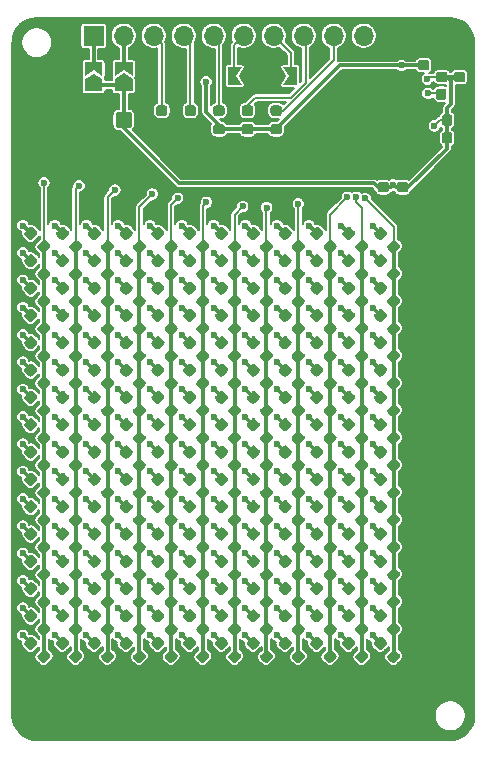
<source format=gbl>
G04 #@! TF.GenerationSoftware,KiCad,Pcbnew,(5.1.5)-3*
G04 #@! TF.CreationDate,2020-02-15T19:10:21-08:00*
G04 #@! TF.ProjectId,IS31FL3733-dev,49533331-464c-4333-9733-332d6465762e,0.1*
G04 #@! TF.SameCoordinates,Original*
G04 #@! TF.FileFunction,Copper,L2,Bot*
G04 #@! TF.FilePolarity,Positive*
%FSLAX46Y46*%
G04 Gerber Fmt 4.6, Leading zero omitted, Abs format (unit mm)*
G04 Created by KiCad (PCBNEW (5.1.5)-3) date 2020-02-15 19:10:21*
%MOMM*%
%LPD*%
G04 APERTURE LIST*
%ADD10C,0.100000*%
%ADD11R,3.650000X3.650000*%
%ADD12C,0.500000*%
%ADD13O,1.700000X1.700000*%
%ADD14R,1.700000X1.700000*%
%ADD15C,0.600000*%
%ADD16C,0.200000*%
%ADD17C,0.300000*%
%ADD18C,0.130000*%
G04 APERTURE END LIST*
G04 #@! TA.AperFunction,SMDPad,CuDef*
D10*
G36*
X131028111Y-120103725D02*
G01*
X131049346Y-120106875D01*
X131070170Y-120112091D01*
X131090382Y-120119323D01*
X131109788Y-120128502D01*
X131128201Y-120139538D01*
X131145444Y-120152326D01*
X131161350Y-120166742D01*
X131470709Y-120476101D01*
X131485125Y-120492007D01*
X131497913Y-120509250D01*
X131508949Y-120527663D01*
X131518128Y-120547069D01*
X131525360Y-120567281D01*
X131530576Y-120588105D01*
X131533726Y-120609340D01*
X131534779Y-120630781D01*
X131533726Y-120652222D01*
X131530576Y-120673457D01*
X131525360Y-120694281D01*
X131518128Y-120714493D01*
X131508949Y-120733899D01*
X131497913Y-120752312D01*
X131485125Y-120769555D01*
X131470709Y-120785461D01*
X131108316Y-121147854D01*
X131092410Y-121162270D01*
X131075167Y-121175058D01*
X131056754Y-121186094D01*
X131037348Y-121195273D01*
X131017136Y-121202505D01*
X130996312Y-121207721D01*
X130975077Y-121210871D01*
X130953636Y-121211924D01*
X130932195Y-121210871D01*
X130910960Y-121207721D01*
X130890136Y-121202505D01*
X130869924Y-121195273D01*
X130850518Y-121186094D01*
X130832105Y-121175058D01*
X130814862Y-121162270D01*
X130798956Y-121147854D01*
X130489597Y-120838495D01*
X130475181Y-120822589D01*
X130462393Y-120805346D01*
X130451357Y-120786933D01*
X130442178Y-120767527D01*
X130434946Y-120747315D01*
X130429730Y-120726491D01*
X130426580Y-120705256D01*
X130425527Y-120683815D01*
X130426580Y-120662374D01*
X130429730Y-120641139D01*
X130434946Y-120620315D01*
X130442178Y-120600103D01*
X130451357Y-120580697D01*
X130462393Y-120562284D01*
X130475181Y-120545041D01*
X130489597Y-120529135D01*
X130851990Y-120166742D01*
X130867896Y-120152326D01*
X130885139Y-120139538D01*
X130903552Y-120128502D01*
X130922958Y-120119323D01*
X130943170Y-120112091D01*
X130963994Y-120106875D01*
X130985229Y-120103725D01*
X131006670Y-120102672D01*
X131028111Y-120103725D01*
G37*
G04 #@! TD.AperFunction*
G04 #@! TA.AperFunction,SMDPad,CuDef*
G36*
X132141805Y-121217419D02*
G01*
X132163040Y-121220569D01*
X132183864Y-121225785D01*
X132204076Y-121233017D01*
X132223482Y-121242196D01*
X132241895Y-121253232D01*
X132259138Y-121266020D01*
X132275044Y-121280436D01*
X132584403Y-121589795D01*
X132598819Y-121605701D01*
X132611607Y-121622944D01*
X132622643Y-121641357D01*
X132631822Y-121660763D01*
X132639054Y-121680975D01*
X132644270Y-121701799D01*
X132647420Y-121723034D01*
X132648473Y-121744475D01*
X132647420Y-121765916D01*
X132644270Y-121787151D01*
X132639054Y-121807975D01*
X132631822Y-121828187D01*
X132622643Y-121847593D01*
X132611607Y-121866006D01*
X132598819Y-121883249D01*
X132584403Y-121899155D01*
X132222010Y-122261548D01*
X132206104Y-122275964D01*
X132188861Y-122288752D01*
X132170448Y-122299788D01*
X132151042Y-122308967D01*
X132130830Y-122316199D01*
X132110006Y-122321415D01*
X132088771Y-122324565D01*
X132067330Y-122325618D01*
X132045889Y-122324565D01*
X132024654Y-122321415D01*
X132003830Y-122316199D01*
X131983618Y-122308967D01*
X131964212Y-122299788D01*
X131945799Y-122288752D01*
X131928556Y-122275964D01*
X131912650Y-122261548D01*
X131603291Y-121952189D01*
X131588875Y-121936283D01*
X131576087Y-121919040D01*
X131565051Y-121900627D01*
X131555872Y-121881221D01*
X131548640Y-121861009D01*
X131543424Y-121840185D01*
X131540274Y-121818950D01*
X131539221Y-121797509D01*
X131540274Y-121776068D01*
X131543424Y-121754833D01*
X131548640Y-121734009D01*
X131555872Y-121713797D01*
X131565051Y-121694391D01*
X131576087Y-121675978D01*
X131588875Y-121658735D01*
X131603291Y-121642829D01*
X131965684Y-121280436D01*
X131981590Y-121266020D01*
X131998833Y-121253232D01*
X132017246Y-121242196D01*
X132036652Y-121233017D01*
X132056864Y-121225785D01*
X132077688Y-121220569D01*
X132098923Y-121217419D01*
X132120364Y-121216366D01*
X132141805Y-121217419D01*
G37*
G04 #@! TD.AperFunction*
G04 #@! TA.AperFunction,SMDPad,CuDef*
G36*
X131028111Y-117790582D02*
G01*
X131049346Y-117793732D01*
X131070170Y-117798948D01*
X131090382Y-117806180D01*
X131109788Y-117815359D01*
X131128201Y-117826395D01*
X131145444Y-117839183D01*
X131161350Y-117853599D01*
X131470709Y-118162958D01*
X131485125Y-118178864D01*
X131497913Y-118196107D01*
X131508949Y-118214520D01*
X131518128Y-118233926D01*
X131525360Y-118254138D01*
X131530576Y-118274962D01*
X131533726Y-118296197D01*
X131534779Y-118317638D01*
X131533726Y-118339079D01*
X131530576Y-118360314D01*
X131525360Y-118381138D01*
X131518128Y-118401350D01*
X131508949Y-118420756D01*
X131497913Y-118439169D01*
X131485125Y-118456412D01*
X131470709Y-118472318D01*
X131108316Y-118834711D01*
X131092410Y-118849127D01*
X131075167Y-118861915D01*
X131056754Y-118872951D01*
X131037348Y-118882130D01*
X131017136Y-118889362D01*
X130996312Y-118894578D01*
X130975077Y-118897728D01*
X130953636Y-118898781D01*
X130932195Y-118897728D01*
X130910960Y-118894578D01*
X130890136Y-118889362D01*
X130869924Y-118882130D01*
X130850518Y-118872951D01*
X130832105Y-118861915D01*
X130814862Y-118849127D01*
X130798956Y-118834711D01*
X130489597Y-118525352D01*
X130475181Y-118509446D01*
X130462393Y-118492203D01*
X130451357Y-118473790D01*
X130442178Y-118454384D01*
X130434946Y-118434172D01*
X130429730Y-118413348D01*
X130426580Y-118392113D01*
X130425527Y-118370672D01*
X130426580Y-118349231D01*
X130429730Y-118327996D01*
X130434946Y-118307172D01*
X130442178Y-118286960D01*
X130451357Y-118267554D01*
X130462393Y-118249141D01*
X130475181Y-118231898D01*
X130489597Y-118215992D01*
X130851990Y-117853599D01*
X130867896Y-117839183D01*
X130885139Y-117826395D01*
X130903552Y-117815359D01*
X130922958Y-117806180D01*
X130943170Y-117798948D01*
X130963994Y-117793732D01*
X130985229Y-117790582D01*
X131006670Y-117789529D01*
X131028111Y-117790582D01*
G37*
G04 #@! TD.AperFunction*
G04 #@! TA.AperFunction,SMDPad,CuDef*
G36*
X132141805Y-118904276D02*
G01*
X132163040Y-118907426D01*
X132183864Y-118912642D01*
X132204076Y-118919874D01*
X132223482Y-118929053D01*
X132241895Y-118940089D01*
X132259138Y-118952877D01*
X132275044Y-118967293D01*
X132584403Y-119276652D01*
X132598819Y-119292558D01*
X132611607Y-119309801D01*
X132622643Y-119328214D01*
X132631822Y-119347620D01*
X132639054Y-119367832D01*
X132644270Y-119388656D01*
X132647420Y-119409891D01*
X132648473Y-119431332D01*
X132647420Y-119452773D01*
X132644270Y-119474008D01*
X132639054Y-119494832D01*
X132631822Y-119515044D01*
X132622643Y-119534450D01*
X132611607Y-119552863D01*
X132598819Y-119570106D01*
X132584403Y-119586012D01*
X132222010Y-119948405D01*
X132206104Y-119962821D01*
X132188861Y-119975609D01*
X132170448Y-119986645D01*
X132151042Y-119995824D01*
X132130830Y-120003056D01*
X132110006Y-120008272D01*
X132088771Y-120011422D01*
X132067330Y-120012475D01*
X132045889Y-120011422D01*
X132024654Y-120008272D01*
X132003830Y-120003056D01*
X131983618Y-119995824D01*
X131964212Y-119986645D01*
X131945799Y-119975609D01*
X131928556Y-119962821D01*
X131912650Y-119948405D01*
X131603291Y-119639046D01*
X131588875Y-119623140D01*
X131576087Y-119605897D01*
X131565051Y-119587484D01*
X131555872Y-119568078D01*
X131548640Y-119547866D01*
X131543424Y-119527042D01*
X131540274Y-119505807D01*
X131539221Y-119484366D01*
X131540274Y-119462925D01*
X131543424Y-119441690D01*
X131548640Y-119420866D01*
X131555872Y-119400654D01*
X131565051Y-119381248D01*
X131576087Y-119362835D01*
X131588875Y-119345592D01*
X131603291Y-119329686D01*
X131965684Y-118967293D01*
X131981590Y-118952877D01*
X131998833Y-118940089D01*
X132017246Y-118929053D01*
X132036652Y-118919874D01*
X132056864Y-118912642D01*
X132077688Y-118907426D01*
X132098923Y-118904276D01*
X132120364Y-118903223D01*
X132141805Y-118904276D01*
G37*
G04 #@! TD.AperFunction*
G04 #@! TA.AperFunction,SMDPad,CuDef*
G36*
X131028111Y-115477439D02*
G01*
X131049346Y-115480589D01*
X131070170Y-115485805D01*
X131090382Y-115493037D01*
X131109788Y-115502216D01*
X131128201Y-115513252D01*
X131145444Y-115526040D01*
X131161350Y-115540456D01*
X131470709Y-115849815D01*
X131485125Y-115865721D01*
X131497913Y-115882964D01*
X131508949Y-115901377D01*
X131518128Y-115920783D01*
X131525360Y-115940995D01*
X131530576Y-115961819D01*
X131533726Y-115983054D01*
X131534779Y-116004495D01*
X131533726Y-116025936D01*
X131530576Y-116047171D01*
X131525360Y-116067995D01*
X131518128Y-116088207D01*
X131508949Y-116107613D01*
X131497913Y-116126026D01*
X131485125Y-116143269D01*
X131470709Y-116159175D01*
X131108316Y-116521568D01*
X131092410Y-116535984D01*
X131075167Y-116548772D01*
X131056754Y-116559808D01*
X131037348Y-116568987D01*
X131017136Y-116576219D01*
X130996312Y-116581435D01*
X130975077Y-116584585D01*
X130953636Y-116585638D01*
X130932195Y-116584585D01*
X130910960Y-116581435D01*
X130890136Y-116576219D01*
X130869924Y-116568987D01*
X130850518Y-116559808D01*
X130832105Y-116548772D01*
X130814862Y-116535984D01*
X130798956Y-116521568D01*
X130489597Y-116212209D01*
X130475181Y-116196303D01*
X130462393Y-116179060D01*
X130451357Y-116160647D01*
X130442178Y-116141241D01*
X130434946Y-116121029D01*
X130429730Y-116100205D01*
X130426580Y-116078970D01*
X130425527Y-116057529D01*
X130426580Y-116036088D01*
X130429730Y-116014853D01*
X130434946Y-115994029D01*
X130442178Y-115973817D01*
X130451357Y-115954411D01*
X130462393Y-115935998D01*
X130475181Y-115918755D01*
X130489597Y-115902849D01*
X130851990Y-115540456D01*
X130867896Y-115526040D01*
X130885139Y-115513252D01*
X130903552Y-115502216D01*
X130922958Y-115493037D01*
X130943170Y-115485805D01*
X130963994Y-115480589D01*
X130985229Y-115477439D01*
X131006670Y-115476386D01*
X131028111Y-115477439D01*
G37*
G04 #@! TD.AperFunction*
G04 #@! TA.AperFunction,SMDPad,CuDef*
G36*
X132141805Y-116591133D02*
G01*
X132163040Y-116594283D01*
X132183864Y-116599499D01*
X132204076Y-116606731D01*
X132223482Y-116615910D01*
X132241895Y-116626946D01*
X132259138Y-116639734D01*
X132275044Y-116654150D01*
X132584403Y-116963509D01*
X132598819Y-116979415D01*
X132611607Y-116996658D01*
X132622643Y-117015071D01*
X132631822Y-117034477D01*
X132639054Y-117054689D01*
X132644270Y-117075513D01*
X132647420Y-117096748D01*
X132648473Y-117118189D01*
X132647420Y-117139630D01*
X132644270Y-117160865D01*
X132639054Y-117181689D01*
X132631822Y-117201901D01*
X132622643Y-117221307D01*
X132611607Y-117239720D01*
X132598819Y-117256963D01*
X132584403Y-117272869D01*
X132222010Y-117635262D01*
X132206104Y-117649678D01*
X132188861Y-117662466D01*
X132170448Y-117673502D01*
X132151042Y-117682681D01*
X132130830Y-117689913D01*
X132110006Y-117695129D01*
X132088771Y-117698279D01*
X132067330Y-117699332D01*
X132045889Y-117698279D01*
X132024654Y-117695129D01*
X132003830Y-117689913D01*
X131983618Y-117682681D01*
X131964212Y-117673502D01*
X131945799Y-117662466D01*
X131928556Y-117649678D01*
X131912650Y-117635262D01*
X131603291Y-117325903D01*
X131588875Y-117309997D01*
X131576087Y-117292754D01*
X131565051Y-117274341D01*
X131555872Y-117254935D01*
X131548640Y-117234723D01*
X131543424Y-117213899D01*
X131540274Y-117192664D01*
X131539221Y-117171223D01*
X131540274Y-117149782D01*
X131543424Y-117128547D01*
X131548640Y-117107723D01*
X131555872Y-117087511D01*
X131565051Y-117068105D01*
X131576087Y-117049692D01*
X131588875Y-117032449D01*
X131603291Y-117016543D01*
X131965684Y-116654150D01*
X131981590Y-116639734D01*
X131998833Y-116626946D01*
X132017246Y-116615910D01*
X132036652Y-116606731D01*
X132056864Y-116599499D01*
X132077688Y-116594283D01*
X132098923Y-116591133D01*
X132120364Y-116590080D01*
X132141805Y-116591133D01*
G37*
G04 #@! TD.AperFunction*
G04 #@! TA.AperFunction,SMDPad,CuDef*
G36*
X131028111Y-113164296D02*
G01*
X131049346Y-113167446D01*
X131070170Y-113172662D01*
X131090382Y-113179894D01*
X131109788Y-113189073D01*
X131128201Y-113200109D01*
X131145444Y-113212897D01*
X131161350Y-113227313D01*
X131470709Y-113536672D01*
X131485125Y-113552578D01*
X131497913Y-113569821D01*
X131508949Y-113588234D01*
X131518128Y-113607640D01*
X131525360Y-113627852D01*
X131530576Y-113648676D01*
X131533726Y-113669911D01*
X131534779Y-113691352D01*
X131533726Y-113712793D01*
X131530576Y-113734028D01*
X131525360Y-113754852D01*
X131518128Y-113775064D01*
X131508949Y-113794470D01*
X131497913Y-113812883D01*
X131485125Y-113830126D01*
X131470709Y-113846032D01*
X131108316Y-114208425D01*
X131092410Y-114222841D01*
X131075167Y-114235629D01*
X131056754Y-114246665D01*
X131037348Y-114255844D01*
X131017136Y-114263076D01*
X130996312Y-114268292D01*
X130975077Y-114271442D01*
X130953636Y-114272495D01*
X130932195Y-114271442D01*
X130910960Y-114268292D01*
X130890136Y-114263076D01*
X130869924Y-114255844D01*
X130850518Y-114246665D01*
X130832105Y-114235629D01*
X130814862Y-114222841D01*
X130798956Y-114208425D01*
X130489597Y-113899066D01*
X130475181Y-113883160D01*
X130462393Y-113865917D01*
X130451357Y-113847504D01*
X130442178Y-113828098D01*
X130434946Y-113807886D01*
X130429730Y-113787062D01*
X130426580Y-113765827D01*
X130425527Y-113744386D01*
X130426580Y-113722945D01*
X130429730Y-113701710D01*
X130434946Y-113680886D01*
X130442178Y-113660674D01*
X130451357Y-113641268D01*
X130462393Y-113622855D01*
X130475181Y-113605612D01*
X130489597Y-113589706D01*
X130851990Y-113227313D01*
X130867896Y-113212897D01*
X130885139Y-113200109D01*
X130903552Y-113189073D01*
X130922958Y-113179894D01*
X130943170Y-113172662D01*
X130963994Y-113167446D01*
X130985229Y-113164296D01*
X131006670Y-113163243D01*
X131028111Y-113164296D01*
G37*
G04 #@! TD.AperFunction*
G04 #@! TA.AperFunction,SMDPad,CuDef*
G36*
X132141805Y-114277990D02*
G01*
X132163040Y-114281140D01*
X132183864Y-114286356D01*
X132204076Y-114293588D01*
X132223482Y-114302767D01*
X132241895Y-114313803D01*
X132259138Y-114326591D01*
X132275044Y-114341007D01*
X132584403Y-114650366D01*
X132598819Y-114666272D01*
X132611607Y-114683515D01*
X132622643Y-114701928D01*
X132631822Y-114721334D01*
X132639054Y-114741546D01*
X132644270Y-114762370D01*
X132647420Y-114783605D01*
X132648473Y-114805046D01*
X132647420Y-114826487D01*
X132644270Y-114847722D01*
X132639054Y-114868546D01*
X132631822Y-114888758D01*
X132622643Y-114908164D01*
X132611607Y-114926577D01*
X132598819Y-114943820D01*
X132584403Y-114959726D01*
X132222010Y-115322119D01*
X132206104Y-115336535D01*
X132188861Y-115349323D01*
X132170448Y-115360359D01*
X132151042Y-115369538D01*
X132130830Y-115376770D01*
X132110006Y-115381986D01*
X132088771Y-115385136D01*
X132067330Y-115386189D01*
X132045889Y-115385136D01*
X132024654Y-115381986D01*
X132003830Y-115376770D01*
X131983618Y-115369538D01*
X131964212Y-115360359D01*
X131945799Y-115349323D01*
X131928556Y-115336535D01*
X131912650Y-115322119D01*
X131603291Y-115012760D01*
X131588875Y-114996854D01*
X131576087Y-114979611D01*
X131565051Y-114961198D01*
X131555872Y-114941792D01*
X131548640Y-114921580D01*
X131543424Y-114900756D01*
X131540274Y-114879521D01*
X131539221Y-114858080D01*
X131540274Y-114836639D01*
X131543424Y-114815404D01*
X131548640Y-114794580D01*
X131555872Y-114774368D01*
X131565051Y-114754962D01*
X131576087Y-114736549D01*
X131588875Y-114719306D01*
X131603291Y-114703400D01*
X131965684Y-114341007D01*
X131981590Y-114326591D01*
X131998833Y-114313803D01*
X132017246Y-114302767D01*
X132036652Y-114293588D01*
X132056864Y-114286356D01*
X132077688Y-114281140D01*
X132098923Y-114277990D01*
X132120364Y-114276937D01*
X132141805Y-114277990D01*
G37*
G04 #@! TD.AperFunction*
G04 #@! TA.AperFunction,SMDPad,CuDef*
G36*
X131028111Y-110851153D02*
G01*
X131049346Y-110854303D01*
X131070170Y-110859519D01*
X131090382Y-110866751D01*
X131109788Y-110875930D01*
X131128201Y-110886966D01*
X131145444Y-110899754D01*
X131161350Y-110914170D01*
X131470709Y-111223529D01*
X131485125Y-111239435D01*
X131497913Y-111256678D01*
X131508949Y-111275091D01*
X131518128Y-111294497D01*
X131525360Y-111314709D01*
X131530576Y-111335533D01*
X131533726Y-111356768D01*
X131534779Y-111378209D01*
X131533726Y-111399650D01*
X131530576Y-111420885D01*
X131525360Y-111441709D01*
X131518128Y-111461921D01*
X131508949Y-111481327D01*
X131497913Y-111499740D01*
X131485125Y-111516983D01*
X131470709Y-111532889D01*
X131108316Y-111895282D01*
X131092410Y-111909698D01*
X131075167Y-111922486D01*
X131056754Y-111933522D01*
X131037348Y-111942701D01*
X131017136Y-111949933D01*
X130996312Y-111955149D01*
X130975077Y-111958299D01*
X130953636Y-111959352D01*
X130932195Y-111958299D01*
X130910960Y-111955149D01*
X130890136Y-111949933D01*
X130869924Y-111942701D01*
X130850518Y-111933522D01*
X130832105Y-111922486D01*
X130814862Y-111909698D01*
X130798956Y-111895282D01*
X130489597Y-111585923D01*
X130475181Y-111570017D01*
X130462393Y-111552774D01*
X130451357Y-111534361D01*
X130442178Y-111514955D01*
X130434946Y-111494743D01*
X130429730Y-111473919D01*
X130426580Y-111452684D01*
X130425527Y-111431243D01*
X130426580Y-111409802D01*
X130429730Y-111388567D01*
X130434946Y-111367743D01*
X130442178Y-111347531D01*
X130451357Y-111328125D01*
X130462393Y-111309712D01*
X130475181Y-111292469D01*
X130489597Y-111276563D01*
X130851990Y-110914170D01*
X130867896Y-110899754D01*
X130885139Y-110886966D01*
X130903552Y-110875930D01*
X130922958Y-110866751D01*
X130943170Y-110859519D01*
X130963994Y-110854303D01*
X130985229Y-110851153D01*
X131006670Y-110850100D01*
X131028111Y-110851153D01*
G37*
G04 #@! TD.AperFunction*
G04 #@! TA.AperFunction,SMDPad,CuDef*
G36*
X132141805Y-111964847D02*
G01*
X132163040Y-111967997D01*
X132183864Y-111973213D01*
X132204076Y-111980445D01*
X132223482Y-111989624D01*
X132241895Y-112000660D01*
X132259138Y-112013448D01*
X132275044Y-112027864D01*
X132584403Y-112337223D01*
X132598819Y-112353129D01*
X132611607Y-112370372D01*
X132622643Y-112388785D01*
X132631822Y-112408191D01*
X132639054Y-112428403D01*
X132644270Y-112449227D01*
X132647420Y-112470462D01*
X132648473Y-112491903D01*
X132647420Y-112513344D01*
X132644270Y-112534579D01*
X132639054Y-112555403D01*
X132631822Y-112575615D01*
X132622643Y-112595021D01*
X132611607Y-112613434D01*
X132598819Y-112630677D01*
X132584403Y-112646583D01*
X132222010Y-113008976D01*
X132206104Y-113023392D01*
X132188861Y-113036180D01*
X132170448Y-113047216D01*
X132151042Y-113056395D01*
X132130830Y-113063627D01*
X132110006Y-113068843D01*
X132088771Y-113071993D01*
X132067330Y-113073046D01*
X132045889Y-113071993D01*
X132024654Y-113068843D01*
X132003830Y-113063627D01*
X131983618Y-113056395D01*
X131964212Y-113047216D01*
X131945799Y-113036180D01*
X131928556Y-113023392D01*
X131912650Y-113008976D01*
X131603291Y-112699617D01*
X131588875Y-112683711D01*
X131576087Y-112666468D01*
X131565051Y-112648055D01*
X131555872Y-112628649D01*
X131548640Y-112608437D01*
X131543424Y-112587613D01*
X131540274Y-112566378D01*
X131539221Y-112544937D01*
X131540274Y-112523496D01*
X131543424Y-112502261D01*
X131548640Y-112481437D01*
X131555872Y-112461225D01*
X131565051Y-112441819D01*
X131576087Y-112423406D01*
X131588875Y-112406163D01*
X131603291Y-112390257D01*
X131965684Y-112027864D01*
X131981590Y-112013448D01*
X131998833Y-112000660D01*
X132017246Y-111989624D01*
X132036652Y-111980445D01*
X132056864Y-111973213D01*
X132077688Y-111967997D01*
X132098923Y-111964847D01*
X132120364Y-111963794D01*
X132141805Y-111964847D01*
G37*
G04 #@! TD.AperFunction*
G04 #@! TA.AperFunction,SMDPad,CuDef*
G36*
X131028111Y-108538010D02*
G01*
X131049346Y-108541160D01*
X131070170Y-108546376D01*
X131090382Y-108553608D01*
X131109788Y-108562787D01*
X131128201Y-108573823D01*
X131145444Y-108586611D01*
X131161350Y-108601027D01*
X131470709Y-108910386D01*
X131485125Y-108926292D01*
X131497913Y-108943535D01*
X131508949Y-108961948D01*
X131518128Y-108981354D01*
X131525360Y-109001566D01*
X131530576Y-109022390D01*
X131533726Y-109043625D01*
X131534779Y-109065066D01*
X131533726Y-109086507D01*
X131530576Y-109107742D01*
X131525360Y-109128566D01*
X131518128Y-109148778D01*
X131508949Y-109168184D01*
X131497913Y-109186597D01*
X131485125Y-109203840D01*
X131470709Y-109219746D01*
X131108316Y-109582139D01*
X131092410Y-109596555D01*
X131075167Y-109609343D01*
X131056754Y-109620379D01*
X131037348Y-109629558D01*
X131017136Y-109636790D01*
X130996312Y-109642006D01*
X130975077Y-109645156D01*
X130953636Y-109646209D01*
X130932195Y-109645156D01*
X130910960Y-109642006D01*
X130890136Y-109636790D01*
X130869924Y-109629558D01*
X130850518Y-109620379D01*
X130832105Y-109609343D01*
X130814862Y-109596555D01*
X130798956Y-109582139D01*
X130489597Y-109272780D01*
X130475181Y-109256874D01*
X130462393Y-109239631D01*
X130451357Y-109221218D01*
X130442178Y-109201812D01*
X130434946Y-109181600D01*
X130429730Y-109160776D01*
X130426580Y-109139541D01*
X130425527Y-109118100D01*
X130426580Y-109096659D01*
X130429730Y-109075424D01*
X130434946Y-109054600D01*
X130442178Y-109034388D01*
X130451357Y-109014982D01*
X130462393Y-108996569D01*
X130475181Y-108979326D01*
X130489597Y-108963420D01*
X130851990Y-108601027D01*
X130867896Y-108586611D01*
X130885139Y-108573823D01*
X130903552Y-108562787D01*
X130922958Y-108553608D01*
X130943170Y-108546376D01*
X130963994Y-108541160D01*
X130985229Y-108538010D01*
X131006670Y-108536957D01*
X131028111Y-108538010D01*
G37*
G04 #@! TD.AperFunction*
G04 #@! TA.AperFunction,SMDPad,CuDef*
G36*
X132141805Y-109651704D02*
G01*
X132163040Y-109654854D01*
X132183864Y-109660070D01*
X132204076Y-109667302D01*
X132223482Y-109676481D01*
X132241895Y-109687517D01*
X132259138Y-109700305D01*
X132275044Y-109714721D01*
X132584403Y-110024080D01*
X132598819Y-110039986D01*
X132611607Y-110057229D01*
X132622643Y-110075642D01*
X132631822Y-110095048D01*
X132639054Y-110115260D01*
X132644270Y-110136084D01*
X132647420Y-110157319D01*
X132648473Y-110178760D01*
X132647420Y-110200201D01*
X132644270Y-110221436D01*
X132639054Y-110242260D01*
X132631822Y-110262472D01*
X132622643Y-110281878D01*
X132611607Y-110300291D01*
X132598819Y-110317534D01*
X132584403Y-110333440D01*
X132222010Y-110695833D01*
X132206104Y-110710249D01*
X132188861Y-110723037D01*
X132170448Y-110734073D01*
X132151042Y-110743252D01*
X132130830Y-110750484D01*
X132110006Y-110755700D01*
X132088771Y-110758850D01*
X132067330Y-110759903D01*
X132045889Y-110758850D01*
X132024654Y-110755700D01*
X132003830Y-110750484D01*
X131983618Y-110743252D01*
X131964212Y-110734073D01*
X131945799Y-110723037D01*
X131928556Y-110710249D01*
X131912650Y-110695833D01*
X131603291Y-110386474D01*
X131588875Y-110370568D01*
X131576087Y-110353325D01*
X131565051Y-110334912D01*
X131555872Y-110315506D01*
X131548640Y-110295294D01*
X131543424Y-110274470D01*
X131540274Y-110253235D01*
X131539221Y-110231794D01*
X131540274Y-110210353D01*
X131543424Y-110189118D01*
X131548640Y-110168294D01*
X131555872Y-110148082D01*
X131565051Y-110128676D01*
X131576087Y-110110263D01*
X131588875Y-110093020D01*
X131603291Y-110077114D01*
X131965684Y-109714721D01*
X131981590Y-109700305D01*
X131998833Y-109687517D01*
X132017246Y-109676481D01*
X132036652Y-109667302D01*
X132056864Y-109660070D01*
X132077688Y-109654854D01*
X132098923Y-109651704D01*
X132120364Y-109650651D01*
X132141805Y-109651704D01*
G37*
G04 #@! TD.AperFunction*
G04 #@! TA.AperFunction,SMDPad,CuDef*
G36*
X131028111Y-106224867D02*
G01*
X131049346Y-106228017D01*
X131070170Y-106233233D01*
X131090382Y-106240465D01*
X131109788Y-106249644D01*
X131128201Y-106260680D01*
X131145444Y-106273468D01*
X131161350Y-106287884D01*
X131470709Y-106597243D01*
X131485125Y-106613149D01*
X131497913Y-106630392D01*
X131508949Y-106648805D01*
X131518128Y-106668211D01*
X131525360Y-106688423D01*
X131530576Y-106709247D01*
X131533726Y-106730482D01*
X131534779Y-106751923D01*
X131533726Y-106773364D01*
X131530576Y-106794599D01*
X131525360Y-106815423D01*
X131518128Y-106835635D01*
X131508949Y-106855041D01*
X131497913Y-106873454D01*
X131485125Y-106890697D01*
X131470709Y-106906603D01*
X131108316Y-107268996D01*
X131092410Y-107283412D01*
X131075167Y-107296200D01*
X131056754Y-107307236D01*
X131037348Y-107316415D01*
X131017136Y-107323647D01*
X130996312Y-107328863D01*
X130975077Y-107332013D01*
X130953636Y-107333066D01*
X130932195Y-107332013D01*
X130910960Y-107328863D01*
X130890136Y-107323647D01*
X130869924Y-107316415D01*
X130850518Y-107307236D01*
X130832105Y-107296200D01*
X130814862Y-107283412D01*
X130798956Y-107268996D01*
X130489597Y-106959637D01*
X130475181Y-106943731D01*
X130462393Y-106926488D01*
X130451357Y-106908075D01*
X130442178Y-106888669D01*
X130434946Y-106868457D01*
X130429730Y-106847633D01*
X130426580Y-106826398D01*
X130425527Y-106804957D01*
X130426580Y-106783516D01*
X130429730Y-106762281D01*
X130434946Y-106741457D01*
X130442178Y-106721245D01*
X130451357Y-106701839D01*
X130462393Y-106683426D01*
X130475181Y-106666183D01*
X130489597Y-106650277D01*
X130851990Y-106287884D01*
X130867896Y-106273468D01*
X130885139Y-106260680D01*
X130903552Y-106249644D01*
X130922958Y-106240465D01*
X130943170Y-106233233D01*
X130963994Y-106228017D01*
X130985229Y-106224867D01*
X131006670Y-106223814D01*
X131028111Y-106224867D01*
G37*
G04 #@! TD.AperFunction*
G04 #@! TA.AperFunction,SMDPad,CuDef*
G36*
X132141805Y-107338561D02*
G01*
X132163040Y-107341711D01*
X132183864Y-107346927D01*
X132204076Y-107354159D01*
X132223482Y-107363338D01*
X132241895Y-107374374D01*
X132259138Y-107387162D01*
X132275044Y-107401578D01*
X132584403Y-107710937D01*
X132598819Y-107726843D01*
X132611607Y-107744086D01*
X132622643Y-107762499D01*
X132631822Y-107781905D01*
X132639054Y-107802117D01*
X132644270Y-107822941D01*
X132647420Y-107844176D01*
X132648473Y-107865617D01*
X132647420Y-107887058D01*
X132644270Y-107908293D01*
X132639054Y-107929117D01*
X132631822Y-107949329D01*
X132622643Y-107968735D01*
X132611607Y-107987148D01*
X132598819Y-108004391D01*
X132584403Y-108020297D01*
X132222010Y-108382690D01*
X132206104Y-108397106D01*
X132188861Y-108409894D01*
X132170448Y-108420930D01*
X132151042Y-108430109D01*
X132130830Y-108437341D01*
X132110006Y-108442557D01*
X132088771Y-108445707D01*
X132067330Y-108446760D01*
X132045889Y-108445707D01*
X132024654Y-108442557D01*
X132003830Y-108437341D01*
X131983618Y-108430109D01*
X131964212Y-108420930D01*
X131945799Y-108409894D01*
X131928556Y-108397106D01*
X131912650Y-108382690D01*
X131603291Y-108073331D01*
X131588875Y-108057425D01*
X131576087Y-108040182D01*
X131565051Y-108021769D01*
X131555872Y-108002363D01*
X131548640Y-107982151D01*
X131543424Y-107961327D01*
X131540274Y-107940092D01*
X131539221Y-107918651D01*
X131540274Y-107897210D01*
X131543424Y-107875975D01*
X131548640Y-107855151D01*
X131555872Y-107834939D01*
X131565051Y-107815533D01*
X131576087Y-107797120D01*
X131588875Y-107779877D01*
X131603291Y-107763971D01*
X131965684Y-107401578D01*
X131981590Y-107387162D01*
X131998833Y-107374374D01*
X132017246Y-107363338D01*
X132036652Y-107354159D01*
X132056864Y-107346927D01*
X132077688Y-107341711D01*
X132098923Y-107338561D01*
X132120364Y-107337508D01*
X132141805Y-107338561D01*
G37*
G04 #@! TD.AperFunction*
G04 #@! TA.AperFunction,SMDPad,CuDef*
G36*
X131028111Y-103911724D02*
G01*
X131049346Y-103914874D01*
X131070170Y-103920090D01*
X131090382Y-103927322D01*
X131109788Y-103936501D01*
X131128201Y-103947537D01*
X131145444Y-103960325D01*
X131161350Y-103974741D01*
X131470709Y-104284100D01*
X131485125Y-104300006D01*
X131497913Y-104317249D01*
X131508949Y-104335662D01*
X131518128Y-104355068D01*
X131525360Y-104375280D01*
X131530576Y-104396104D01*
X131533726Y-104417339D01*
X131534779Y-104438780D01*
X131533726Y-104460221D01*
X131530576Y-104481456D01*
X131525360Y-104502280D01*
X131518128Y-104522492D01*
X131508949Y-104541898D01*
X131497913Y-104560311D01*
X131485125Y-104577554D01*
X131470709Y-104593460D01*
X131108316Y-104955853D01*
X131092410Y-104970269D01*
X131075167Y-104983057D01*
X131056754Y-104994093D01*
X131037348Y-105003272D01*
X131017136Y-105010504D01*
X130996312Y-105015720D01*
X130975077Y-105018870D01*
X130953636Y-105019923D01*
X130932195Y-105018870D01*
X130910960Y-105015720D01*
X130890136Y-105010504D01*
X130869924Y-105003272D01*
X130850518Y-104994093D01*
X130832105Y-104983057D01*
X130814862Y-104970269D01*
X130798956Y-104955853D01*
X130489597Y-104646494D01*
X130475181Y-104630588D01*
X130462393Y-104613345D01*
X130451357Y-104594932D01*
X130442178Y-104575526D01*
X130434946Y-104555314D01*
X130429730Y-104534490D01*
X130426580Y-104513255D01*
X130425527Y-104491814D01*
X130426580Y-104470373D01*
X130429730Y-104449138D01*
X130434946Y-104428314D01*
X130442178Y-104408102D01*
X130451357Y-104388696D01*
X130462393Y-104370283D01*
X130475181Y-104353040D01*
X130489597Y-104337134D01*
X130851990Y-103974741D01*
X130867896Y-103960325D01*
X130885139Y-103947537D01*
X130903552Y-103936501D01*
X130922958Y-103927322D01*
X130943170Y-103920090D01*
X130963994Y-103914874D01*
X130985229Y-103911724D01*
X131006670Y-103910671D01*
X131028111Y-103911724D01*
G37*
G04 #@! TD.AperFunction*
G04 #@! TA.AperFunction,SMDPad,CuDef*
G36*
X132141805Y-105025418D02*
G01*
X132163040Y-105028568D01*
X132183864Y-105033784D01*
X132204076Y-105041016D01*
X132223482Y-105050195D01*
X132241895Y-105061231D01*
X132259138Y-105074019D01*
X132275044Y-105088435D01*
X132584403Y-105397794D01*
X132598819Y-105413700D01*
X132611607Y-105430943D01*
X132622643Y-105449356D01*
X132631822Y-105468762D01*
X132639054Y-105488974D01*
X132644270Y-105509798D01*
X132647420Y-105531033D01*
X132648473Y-105552474D01*
X132647420Y-105573915D01*
X132644270Y-105595150D01*
X132639054Y-105615974D01*
X132631822Y-105636186D01*
X132622643Y-105655592D01*
X132611607Y-105674005D01*
X132598819Y-105691248D01*
X132584403Y-105707154D01*
X132222010Y-106069547D01*
X132206104Y-106083963D01*
X132188861Y-106096751D01*
X132170448Y-106107787D01*
X132151042Y-106116966D01*
X132130830Y-106124198D01*
X132110006Y-106129414D01*
X132088771Y-106132564D01*
X132067330Y-106133617D01*
X132045889Y-106132564D01*
X132024654Y-106129414D01*
X132003830Y-106124198D01*
X131983618Y-106116966D01*
X131964212Y-106107787D01*
X131945799Y-106096751D01*
X131928556Y-106083963D01*
X131912650Y-106069547D01*
X131603291Y-105760188D01*
X131588875Y-105744282D01*
X131576087Y-105727039D01*
X131565051Y-105708626D01*
X131555872Y-105689220D01*
X131548640Y-105669008D01*
X131543424Y-105648184D01*
X131540274Y-105626949D01*
X131539221Y-105605508D01*
X131540274Y-105584067D01*
X131543424Y-105562832D01*
X131548640Y-105542008D01*
X131555872Y-105521796D01*
X131565051Y-105502390D01*
X131576087Y-105483977D01*
X131588875Y-105466734D01*
X131603291Y-105450828D01*
X131965684Y-105088435D01*
X131981590Y-105074019D01*
X131998833Y-105061231D01*
X132017246Y-105050195D01*
X132036652Y-105041016D01*
X132056864Y-105033784D01*
X132077688Y-105028568D01*
X132098923Y-105025418D01*
X132120364Y-105024365D01*
X132141805Y-105025418D01*
G37*
G04 #@! TD.AperFunction*
G04 #@! TA.AperFunction,SMDPad,CuDef*
G36*
X131028111Y-101598581D02*
G01*
X131049346Y-101601731D01*
X131070170Y-101606947D01*
X131090382Y-101614179D01*
X131109788Y-101623358D01*
X131128201Y-101634394D01*
X131145444Y-101647182D01*
X131161350Y-101661598D01*
X131470709Y-101970957D01*
X131485125Y-101986863D01*
X131497913Y-102004106D01*
X131508949Y-102022519D01*
X131518128Y-102041925D01*
X131525360Y-102062137D01*
X131530576Y-102082961D01*
X131533726Y-102104196D01*
X131534779Y-102125637D01*
X131533726Y-102147078D01*
X131530576Y-102168313D01*
X131525360Y-102189137D01*
X131518128Y-102209349D01*
X131508949Y-102228755D01*
X131497913Y-102247168D01*
X131485125Y-102264411D01*
X131470709Y-102280317D01*
X131108316Y-102642710D01*
X131092410Y-102657126D01*
X131075167Y-102669914D01*
X131056754Y-102680950D01*
X131037348Y-102690129D01*
X131017136Y-102697361D01*
X130996312Y-102702577D01*
X130975077Y-102705727D01*
X130953636Y-102706780D01*
X130932195Y-102705727D01*
X130910960Y-102702577D01*
X130890136Y-102697361D01*
X130869924Y-102690129D01*
X130850518Y-102680950D01*
X130832105Y-102669914D01*
X130814862Y-102657126D01*
X130798956Y-102642710D01*
X130489597Y-102333351D01*
X130475181Y-102317445D01*
X130462393Y-102300202D01*
X130451357Y-102281789D01*
X130442178Y-102262383D01*
X130434946Y-102242171D01*
X130429730Y-102221347D01*
X130426580Y-102200112D01*
X130425527Y-102178671D01*
X130426580Y-102157230D01*
X130429730Y-102135995D01*
X130434946Y-102115171D01*
X130442178Y-102094959D01*
X130451357Y-102075553D01*
X130462393Y-102057140D01*
X130475181Y-102039897D01*
X130489597Y-102023991D01*
X130851990Y-101661598D01*
X130867896Y-101647182D01*
X130885139Y-101634394D01*
X130903552Y-101623358D01*
X130922958Y-101614179D01*
X130943170Y-101606947D01*
X130963994Y-101601731D01*
X130985229Y-101598581D01*
X131006670Y-101597528D01*
X131028111Y-101598581D01*
G37*
G04 #@! TD.AperFunction*
G04 #@! TA.AperFunction,SMDPad,CuDef*
G36*
X132141805Y-102712275D02*
G01*
X132163040Y-102715425D01*
X132183864Y-102720641D01*
X132204076Y-102727873D01*
X132223482Y-102737052D01*
X132241895Y-102748088D01*
X132259138Y-102760876D01*
X132275044Y-102775292D01*
X132584403Y-103084651D01*
X132598819Y-103100557D01*
X132611607Y-103117800D01*
X132622643Y-103136213D01*
X132631822Y-103155619D01*
X132639054Y-103175831D01*
X132644270Y-103196655D01*
X132647420Y-103217890D01*
X132648473Y-103239331D01*
X132647420Y-103260772D01*
X132644270Y-103282007D01*
X132639054Y-103302831D01*
X132631822Y-103323043D01*
X132622643Y-103342449D01*
X132611607Y-103360862D01*
X132598819Y-103378105D01*
X132584403Y-103394011D01*
X132222010Y-103756404D01*
X132206104Y-103770820D01*
X132188861Y-103783608D01*
X132170448Y-103794644D01*
X132151042Y-103803823D01*
X132130830Y-103811055D01*
X132110006Y-103816271D01*
X132088771Y-103819421D01*
X132067330Y-103820474D01*
X132045889Y-103819421D01*
X132024654Y-103816271D01*
X132003830Y-103811055D01*
X131983618Y-103803823D01*
X131964212Y-103794644D01*
X131945799Y-103783608D01*
X131928556Y-103770820D01*
X131912650Y-103756404D01*
X131603291Y-103447045D01*
X131588875Y-103431139D01*
X131576087Y-103413896D01*
X131565051Y-103395483D01*
X131555872Y-103376077D01*
X131548640Y-103355865D01*
X131543424Y-103335041D01*
X131540274Y-103313806D01*
X131539221Y-103292365D01*
X131540274Y-103270924D01*
X131543424Y-103249689D01*
X131548640Y-103228865D01*
X131555872Y-103208653D01*
X131565051Y-103189247D01*
X131576087Y-103170834D01*
X131588875Y-103153591D01*
X131603291Y-103137685D01*
X131965684Y-102775292D01*
X131981590Y-102760876D01*
X131998833Y-102748088D01*
X132017246Y-102737052D01*
X132036652Y-102727873D01*
X132056864Y-102720641D01*
X132077688Y-102715425D01*
X132098923Y-102712275D01*
X132120364Y-102711222D01*
X132141805Y-102712275D01*
G37*
G04 #@! TD.AperFunction*
G04 #@! TA.AperFunction,SMDPad,CuDef*
G36*
X131028111Y-99285438D02*
G01*
X131049346Y-99288588D01*
X131070170Y-99293804D01*
X131090382Y-99301036D01*
X131109788Y-99310215D01*
X131128201Y-99321251D01*
X131145444Y-99334039D01*
X131161350Y-99348455D01*
X131470709Y-99657814D01*
X131485125Y-99673720D01*
X131497913Y-99690963D01*
X131508949Y-99709376D01*
X131518128Y-99728782D01*
X131525360Y-99748994D01*
X131530576Y-99769818D01*
X131533726Y-99791053D01*
X131534779Y-99812494D01*
X131533726Y-99833935D01*
X131530576Y-99855170D01*
X131525360Y-99875994D01*
X131518128Y-99896206D01*
X131508949Y-99915612D01*
X131497913Y-99934025D01*
X131485125Y-99951268D01*
X131470709Y-99967174D01*
X131108316Y-100329567D01*
X131092410Y-100343983D01*
X131075167Y-100356771D01*
X131056754Y-100367807D01*
X131037348Y-100376986D01*
X131017136Y-100384218D01*
X130996312Y-100389434D01*
X130975077Y-100392584D01*
X130953636Y-100393637D01*
X130932195Y-100392584D01*
X130910960Y-100389434D01*
X130890136Y-100384218D01*
X130869924Y-100376986D01*
X130850518Y-100367807D01*
X130832105Y-100356771D01*
X130814862Y-100343983D01*
X130798956Y-100329567D01*
X130489597Y-100020208D01*
X130475181Y-100004302D01*
X130462393Y-99987059D01*
X130451357Y-99968646D01*
X130442178Y-99949240D01*
X130434946Y-99929028D01*
X130429730Y-99908204D01*
X130426580Y-99886969D01*
X130425527Y-99865528D01*
X130426580Y-99844087D01*
X130429730Y-99822852D01*
X130434946Y-99802028D01*
X130442178Y-99781816D01*
X130451357Y-99762410D01*
X130462393Y-99743997D01*
X130475181Y-99726754D01*
X130489597Y-99710848D01*
X130851990Y-99348455D01*
X130867896Y-99334039D01*
X130885139Y-99321251D01*
X130903552Y-99310215D01*
X130922958Y-99301036D01*
X130943170Y-99293804D01*
X130963994Y-99288588D01*
X130985229Y-99285438D01*
X131006670Y-99284385D01*
X131028111Y-99285438D01*
G37*
G04 #@! TD.AperFunction*
G04 #@! TA.AperFunction,SMDPad,CuDef*
G36*
X132141805Y-100399132D02*
G01*
X132163040Y-100402282D01*
X132183864Y-100407498D01*
X132204076Y-100414730D01*
X132223482Y-100423909D01*
X132241895Y-100434945D01*
X132259138Y-100447733D01*
X132275044Y-100462149D01*
X132584403Y-100771508D01*
X132598819Y-100787414D01*
X132611607Y-100804657D01*
X132622643Y-100823070D01*
X132631822Y-100842476D01*
X132639054Y-100862688D01*
X132644270Y-100883512D01*
X132647420Y-100904747D01*
X132648473Y-100926188D01*
X132647420Y-100947629D01*
X132644270Y-100968864D01*
X132639054Y-100989688D01*
X132631822Y-101009900D01*
X132622643Y-101029306D01*
X132611607Y-101047719D01*
X132598819Y-101064962D01*
X132584403Y-101080868D01*
X132222010Y-101443261D01*
X132206104Y-101457677D01*
X132188861Y-101470465D01*
X132170448Y-101481501D01*
X132151042Y-101490680D01*
X132130830Y-101497912D01*
X132110006Y-101503128D01*
X132088771Y-101506278D01*
X132067330Y-101507331D01*
X132045889Y-101506278D01*
X132024654Y-101503128D01*
X132003830Y-101497912D01*
X131983618Y-101490680D01*
X131964212Y-101481501D01*
X131945799Y-101470465D01*
X131928556Y-101457677D01*
X131912650Y-101443261D01*
X131603291Y-101133902D01*
X131588875Y-101117996D01*
X131576087Y-101100753D01*
X131565051Y-101082340D01*
X131555872Y-101062934D01*
X131548640Y-101042722D01*
X131543424Y-101021898D01*
X131540274Y-101000663D01*
X131539221Y-100979222D01*
X131540274Y-100957781D01*
X131543424Y-100936546D01*
X131548640Y-100915722D01*
X131555872Y-100895510D01*
X131565051Y-100876104D01*
X131576087Y-100857691D01*
X131588875Y-100840448D01*
X131603291Y-100824542D01*
X131965684Y-100462149D01*
X131981590Y-100447733D01*
X131998833Y-100434945D01*
X132017246Y-100423909D01*
X132036652Y-100414730D01*
X132056864Y-100407498D01*
X132077688Y-100402282D01*
X132098923Y-100399132D01*
X132120364Y-100398079D01*
X132141805Y-100399132D01*
G37*
G04 #@! TD.AperFunction*
G04 #@! TA.AperFunction,SMDPad,CuDef*
G36*
X131028111Y-96972295D02*
G01*
X131049346Y-96975445D01*
X131070170Y-96980661D01*
X131090382Y-96987893D01*
X131109788Y-96997072D01*
X131128201Y-97008108D01*
X131145444Y-97020896D01*
X131161350Y-97035312D01*
X131470709Y-97344671D01*
X131485125Y-97360577D01*
X131497913Y-97377820D01*
X131508949Y-97396233D01*
X131518128Y-97415639D01*
X131525360Y-97435851D01*
X131530576Y-97456675D01*
X131533726Y-97477910D01*
X131534779Y-97499351D01*
X131533726Y-97520792D01*
X131530576Y-97542027D01*
X131525360Y-97562851D01*
X131518128Y-97583063D01*
X131508949Y-97602469D01*
X131497913Y-97620882D01*
X131485125Y-97638125D01*
X131470709Y-97654031D01*
X131108316Y-98016424D01*
X131092410Y-98030840D01*
X131075167Y-98043628D01*
X131056754Y-98054664D01*
X131037348Y-98063843D01*
X131017136Y-98071075D01*
X130996312Y-98076291D01*
X130975077Y-98079441D01*
X130953636Y-98080494D01*
X130932195Y-98079441D01*
X130910960Y-98076291D01*
X130890136Y-98071075D01*
X130869924Y-98063843D01*
X130850518Y-98054664D01*
X130832105Y-98043628D01*
X130814862Y-98030840D01*
X130798956Y-98016424D01*
X130489597Y-97707065D01*
X130475181Y-97691159D01*
X130462393Y-97673916D01*
X130451357Y-97655503D01*
X130442178Y-97636097D01*
X130434946Y-97615885D01*
X130429730Y-97595061D01*
X130426580Y-97573826D01*
X130425527Y-97552385D01*
X130426580Y-97530944D01*
X130429730Y-97509709D01*
X130434946Y-97488885D01*
X130442178Y-97468673D01*
X130451357Y-97449267D01*
X130462393Y-97430854D01*
X130475181Y-97413611D01*
X130489597Y-97397705D01*
X130851990Y-97035312D01*
X130867896Y-97020896D01*
X130885139Y-97008108D01*
X130903552Y-96997072D01*
X130922958Y-96987893D01*
X130943170Y-96980661D01*
X130963994Y-96975445D01*
X130985229Y-96972295D01*
X131006670Y-96971242D01*
X131028111Y-96972295D01*
G37*
G04 #@! TD.AperFunction*
G04 #@! TA.AperFunction,SMDPad,CuDef*
G36*
X132141805Y-98085989D02*
G01*
X132163040Y-98089139D01*
X132183864Y-98094355D01*
X132204076Y-98101587D01*
X132223482Y-98110766D01*
X132241895Y-98121802D01*
X132259138Y-98134590D01*
X132275044Y-98149006D01*
X132584403Y-98458365D01*
X132598819Y-98474271D01*
X132611607Y-98491514D01*
X132622643Y-98509927D01*
X132631822Y-98529333D01*
X132639054Y-98549545D01*
X132644270Y-98570369D01*
X132647420Y-98591604D01*
X132648473Y-98613045D01*
X132647420Y-98634486D01*
X132644270Y-98655721D01*
X132639054Y-98676545D01*
X132631822Y-98696757D01*
X132622643Y-98716163D01*
X132611607Y-98734576D01*
X132598819Y-98751819D01*
X132584403Y-98767725D01*
X132222010Y-99130118D01*
X132206104Y-99144534D01*
X132188861Y-99157322D01*
X132170448Y-99168358D01*
X132151042Y-99177537D01*
X132130830Y-99184769D01*
X132110006Y-99189985D01*
X132088771Y-99193135D01*
X132067330Y-99194188D01*
X132045889Y-99193135D01*
X132024654Y-99189985D01*
X132003830Y-99184769D01*
X131983618Y-99177537D01*
X131964212Y-99168358D01*
X131945799Y-99157322D01*
X131928556Y-99144534D01*
X131912650Y-99130118D01*
X131603291Y-98820759D01*
X131588875Y-98804853D01*
X131576087Y-98787610D01*
X131565051Y-98769197D01*
X131555872Y-98749791D01*
X131548640Y-98729579D01*
X131543424Y-98708755D01*
X131540274Y-98687520D01*
X131539221Y-98666079D01*
X131540274Y-98644638D01*
X131543424Y-98623403D01*
X131548640Y-98602579D01*
X131555872Y-98582367D01*
X131565051Y-98562961D01*
X131576087Y-98544548D01*
X131588875Y-98527305D01*
X131603291Y-98511399D01*
X131965684Y-98149006D01*
X131981590Y-98134590D01*
X131998833Y-98121802D01*
X132017246Y-98110766D01*
X132036652Y-98101587D01*
X132056864Y-98094355D01*
X132077688Y-98089139D01*
X132098923Y-98085989D01*
X132120364Y-98084936D01*
X132141805Y-98085989D01*
G37*
G04 #@! TD.AperFunction*
G04 #@! TA.AperFunction,SMDPad,CuDef*
G36*
X131028111Y-94659152D02*
G01*
X131049346Y-94662302D01*
X131070170Y-94667518D01*
X131090382Y-94674750D01*
X131109788Y-94683929D01*
X131128201Y-94694965D01*
X131145444Y-94707753D01*
X131161350Y-94722169D01*
X131470709Y-95031528D01*
X131485125Y-95047434D01*
X131497913Y-95064677D01*
X131508949Y-95083090D01*
X131518128Y-95102496D01*
X131525360Y-95122708D01*
X131530576Y-95143532D01*
X131533726Y-95164767D01*
X131534779Y-95186208D01*
X131533726Y-95207649D01*
X131530576Y-95228884D01*
X131525360Y-95249708D01*
X131518128Y-95269920D01*
X131508949Y-95289326D01*
X131497913Y-95307739D01*
X131485125Y-95324982D01*
X131470709Y-95340888D01*
X131108316Y-95703281D01*
X131092410Y-95717697D01*
X131075167Y-95730485D01*
X131056754Y-95741521D01*
X131037348Y-95750700D01*
X131017136Y-95757932D01*
X130996312Y-95763148D01*
X130975077Y-95766298D01*
X130953636Y-95767351D01*
X130932195Y-95766298D01*
X130910960Y-95763148D01*
X130890136Y-95757932D01*
X130869924Y-95750700D01*
X130850518Y-95741521D01*
X130832105Y-95730485D01*
X130814862Y-95717697D01*
X130798956Y-95703281D01*
X130489597Y-95393922D01*
X130475181Y-95378016D01*
X130462393Y-95360773D01*
X130451357Y-95342360D01*
X130442178Y-95322954D01*
X130434946Y-95302742D01*
X130429730Y-95281918D01*
X130426580Y-95260683D01*
X130425527Y-95239242D01*
X130426580Y-95217801D01*
X130429730Y-95196566D01*
X130434946Y-95175742D01*
X130442178Y-95155530D01*
X130451357Y-95136124D01*
X130462393Y-95117711D01*
X130475181Y-95100468D01*
X130489597Y-95084562D01*
X130851990Y-94722169D01*
X130867896Y-94707753D01*
X130885139Y-94694965D01*
X130903552Y-94683929D01*
X130922958Y-94674750D01*
X130943170Y-94667518D01*
X130963994Y-94662302D01*
X130985229Y-94659152D01*
X131006670Y-94658099D01*
X131028111Y-94659152D01*
G37*
G04 #@! TD.AperFunction*
G04 #@! TA.AperFunction,SMDPad,CuDef*
G36*
X132141805Y-95772846D02*
G01*
X132163040Y-95775996D01*
X132183864Y-95781212D01*
X132204076Y-95788444D01*
X132223482Y-95797623D01*
X132241895Y-95808659D01*
X132259138Y-95821447D01*
X132275044Y-95835863D01*
X132584403Y-96145222D01*
X132598819Y-96161128D01*
X132611607Y-96178371D01*
X132622643Y-96196784D01*
X132631822Y-96216190D01*
X132639054Y-96236402D01*
X132644270Y-96257226D01*
X132647420Y-96278461D01*
X132648473Y-96299902D01*
X132647420Y-96321343D01*
X132644270Y-96342578D01*
X132639054Y-96363402D01*
X132631822Y-96383614D01*
X132622643Y-96403020D01*
X132611607Y-96421433D01*
X132598819Y-96438676D01*
X132584403Y-96454582D01*
X132222010Y-96816975D01*
X132206104Y-96831391D01*
X132188861Y-96844179D01*
X132170448Y-96855215D01*
X132151042Y-96864394D01*
X132130830Y-96871626D01*
X132110006Y-96876842D01*
X132088771Y-96879992D01*
X132067330Y-96881045D01*
X132045889Y-96879992D01*
X132024654Y-96876842D01*
X132003830Y-96871626D01*
X131983618Y-96864394D01*
X131964212Y-96855215D01*
X131945799Y-96844179D01*
X131928556Y-96831391D01*
X131912650Y-96816975D01*
X131603291Y-96507616D01*
X131588875Y-96491710D01*
X131576087Y-96474467D01*
X131565051Y-96456054D01*
X131555872Y-96436648D01*
X131548640Y-96416436D01*
X131543424Y-96395612D01*
X131540274Y-96374377D01*
X131539221Y-96352936D01*
X131540274Y-96331495D01*
X131543424Y-96310260D01*
X131548640Y-96289436D01*
X131555872Y-96269224D01*
X131565051Y-96249818D01*
X131576087Y-96231405D01*
X131588875Y-96214162D01*
X131603291Y-96198256D01*
X131965684Y-95835863D01*
X131981590Y-95821447D01*
X131998833Y-95808659D01*
X132017246Y-95797623D01*
X132036652Y-95788444D01*
X132056864Y-95781212D01*
X132077688Y-95775996D01*
X132098923Y-95772846D01*
X132120364Y-95771793D01*
X132141805Y-95772846D01*
G37*
G04 #@! TD.AperFunction*
G04 #@! TA.AperFunction,SMDPad,CuDef*
G36*
X131028111Y-92346009D02*
G01*
X131049346Y-92349159D01*
X131070170Y-92354375D01*
X131090382Y-92361607D01*
X131109788Y-92370786D01*
X131128201Y-92381822D01*
X131145444Y-92394610D01*
X131161350Y-92409026D01*
X131470709Y-92718385D01*
X131485125Y-92734291D01*
X131497913Y-92751534D01*
X131508949Y-92769947D01*
X131518128Y-92789353D01*
X131525360Y-92809565D01*
X131530576Y-92830389D01*
X131533726Y-92851624D01*
X131534779Y-92873065D01*
X131533726Y-92894506D01*
X131530576Y-92915741D01*
X131525360Y-92936565D01*
X131518128Y-92956777D01*
X131508949Y-92976183D01*
X131497913Y-92994596D01*
X131485125Y-93011839D01*
X131470709Y-93027745D01*
X131108316Y-93390138D01*
X131092410Y-93404554D01*
X131075167Y-93417342D01*
X131056754Y-93428378D01*
X131037348Y-93437557D01*
X131017136Y-93444789D01*
X130996312Y-93450005D01*
X130975077Y-93453155D01*
X130953636Y-93454208D01*
X130932195Y-93453155D01*
X130910960Y-93450005D01*
X130890136Y-93444789D01*
X130869924Y-93437557D01*
X130850518Y-93428378D01*
X130832105Y-93417342D01*
X130814862Y-93404554D01*
X130798956Y-93390138D01*
X130489597Y-93080779D01*
X130475181Y-93064873D01*
X130462393Y-93047630D01*
X130451357Y-93029217D01*
X130442178Y-93009811D01*
X130434946Y-92989599D01*
X130429730Y-92968775D01*
X130426580Y-92947540D01*
X130425527Y-92926099D01*
X130426580Y-92904658D01*
X130429730Y-92883423D01*
X130434946Y-92862599D01*
X130442178Y-92842387D01*
X130451357Y-92822981D01*
X130462393Y-92804568D01*
X130475181Y-92787325D01*
X130489597Y-92771419D01*
X130851990Y-92409026D01*
X130867896Y-92394610D01*
X130885139Y-92381822D01*
X130903552Y-92370786D01*
X130922958Y-92361607D01*
X130943170Y-92354375D01*
X130963994Y-92349159D01*
X130985229Y-92346009D01*
X131006670Y-92344956D01*
X131028111Y-92346009D01*
G37*
G04 #@! TD.AperFunction*
G04 #@! TA.AperFunction,SMDPad,CuDef*
G36*
X132141805Y-93459703D02*
G01*
X132163040Y-93462853D01*
X132183864Y-93468069D01*
X132204076Y-93475301D01*
X132223482Y-93484480D01*
X132241895Y-93495516D01*
X132259138Y-93508304D01*
X132275044Y-93522720D01*
X132584403Y-93832079D01*
X132598819Y-93847985D01*
X132611607Y-93865228D01*
X132622643Y-93883641D01*
X132631822Y-93903047D01*
X132639054Y-93923259D01*
X132644270Y-93944083D01*
X132647420Y-93965318D01*
X132648473Y-93986759D01*
X132647420Y-94008200D01*
X132644270Y-94029435D01*
X132639054Y-94050259D01*
X132631822Y-94070471D01*
X132622643Y-94089877D01*
X132611607Y-94108290D01*
X132598819Y-94125533D01*
X132584403Y-94141439D01*
X132222010Y-94503832D01*
X132206104Y-94518248D01*
X132188861Y-94531036D01*
X132170448Y-94542072D01*
X132151042Y-94551251D01*
X132130830Y-94558483D01*
X132110006Y-94563699D01*
X132088771Y-94566849D01*
X132067330Y-94567902D01*
X132045889Y-94566849D01*
X132024654Y-94563699D01*
X132003830Y-94558483D01*
X131983618Y-94551251D01*
X131964212Y-94542072D01*
X131945799Y-94531036D01*
X131928556Y-94518248D01*
X131912650Y-94503832D01*
X131603291Y-94194473D01*
X131588875Y-94178567D01*
X131576087Y-94161324D01*
X131565051Y-94142911D01*
X131555872Y-94123505D01*
X131548640Y-94103293D01*
X131543424Y-94082469D01*
X131540274Y-94061234D01*
X131539221Y-94039793D01*
X131540274Y-94018352D01*
X131543424Y-93997117D01*
X131548640Y-93976293D01*
X131555872Y-93956081D01*
X131565051Y-93936675D01*
X131576087Y-93918262D01*
X131588875Y-93901019D01*
X131603291Y-93885113D01*
X131965684Y-93522720D01*
X131981590Y-93508304D01*
X131998833Y-93495516D01*
X132017246Y-93484480D01*
X132036652Y-93475301D01*
X132056864Y-93468069D01*
X132077688Y-93462853D01*
X132098923Y-93459703D01*
X132120364Y-93458650D01*
X132141805Y-93459703D01*
G37*
G04 #@! TD.AperFunction*
G04 #@! TA.AperFunction,SMDPad,CuDef*
G36*
X131028111Y-90032866D02*
G01*
X131049346Y-90036016D01*
X131070170Y-90041232D01*
X131090382Y-90048464D01*
X131109788Y-90057643D01*
X131128201Y-90068679D01*
X131145444Y-90081467D01*
X131161350Y-90095883D01*
X131470709Y-90405242D01*
X131485125Y-90421148D01*
X131497913Y-90438391D01*
X131508949Y-90456804D01*
X131518128Y-90476210D01*
X131525360Y-90496422D01*
X131530576Y-90517246D01*
X131533726Y-90538481D01*
X131534779Y-90559922D01*
X131533726Y-90581363D01*
X131530576Y-90602598D01*
X131525360Y-90623422D01*
X131518128Y-90643634D01*
X131508949Y-90663040D01*
X131497913Y-90681453D01*
X131485125Y-90698696D01*
X131470709Y-90714602D01*
X131108316Y-91076995D01*
X131092410Y-91091411D01*
X131075167Y-91104199D01*
X131056754Y-91115235D01*
X131037348Y-91124414D01*
X131017136Y-91131646D01*
X130996312Y-91136862D01*
X130975077Y-91140012D01*
X130953636Y-91141065D01*
X130932195Y-91140012D01*
X130910960Y-91136862D01*
X130890136Y-91131646D01*
X130869924Y-91124414D01*
X130850518Y-91115235D01*
X130832105Y-91104199D01*
X130814862Y-91091411D01*
X130798956Y-91076995D01*
X130489597Y-90767636D01*
X130475181Y-90751730D01*
X130462393Y-90734487D01*
X130451357Y-90716074D01*
X130442178Y-90696668D01*
X130434946Y-90676456D01*
X130429730Y-90655632D01*
X130426580Y-90634397D01*
X130425527Y-90612956D01*
X130426580Y-90591515D01*
X130429730Y-90570280D01*
X130434946Y-90549456D01*
X130442178Y-90529244D01*
X130451357Y-90509838D01*
X130462393Y-90491425D01*
X130475181Y-90474182D01*
X130489597Y-90458276D01*
X130851990Y-90095883D01*
X130867896Y-90081467D01*
X130885139Y-90068679D01*
X130903552Y-90057643D01*
X130922958Y-90048464D01*
X130943170Y-90041232D01*
X130963994Y-90036016D01*
X130985229Y-90032866D01*
X131006670Y-90031813D01*
X131028111Y-90032866D01*
G37*
G04 #@! TD.AperFunction*
G04 #@! TA.AperFunction,SMDPad,CuDef*
G36*
X132141805Y-91146560D02*
G01*
X132163040Y-91149710D01*
X132183864Y-91154926D01*
X132204076Y-91162158D01*
X132223482Y-91171337D01*
X132241895Y-91182373D01*
X132259138Y-91195161D01*
X132275044Y-91209577D01*
X132584403Y-91518936D01*
X132598819Y-91534842D01*
X132611607Y-91552085D01*
X132622643Y-91570498D01*
X132631822Y-91589904D01*
X132639054Y-91610116D01*
X132644270Y-91630940D01*
X132647420Y-91652175D01*
X132648473Y-91673616D01*
X132647420Y-91695057D01*
X132644270Y-91716292D01*
X132639054Y-91737116D01*
X132631822Y-91757328D01*
X132622643Y-91776734D01*
X132611607Y-91795147D01*
X132598819Y-91812390D01*
X132584403Y-91828296D01*
X132222010Y-92190689D01*
X132206104Y-92205105D01*
X132188861Y-92217893D01*
X132170448Y-92228929D01*
X132151042Y-92238108D01*
X132130830Y-92245340D01*
X132110006Y-92250556D01*
X132088771Y-92253706D01*
X132067330Y-92254759D01*
X132045889Y-92253706D01*
X132024654Y-92250556D01*
X132003830Y-92245340D01*
X131983618Y-92238108D01*
X131964212Y-92228929D01*
X131945799Y-92217893D01*
X131928556Y-92205105D01*
X131912650Y-92190689D01*
X131603291Y-91881330D01*
X131588875Y-91865424D01*
X131576087Y-91848181D01*
X131565051Y-91829768D01*
X131555872Y-91810362D01*
X131548640Y-91790150D01*
X131543424Y-91769326D01*
X131540274Y-91748091D01*
X131539221Y-91726650D01*
X131540274Y-91705209D01*
X131543424Y-91683974D01*
X131548640Y-91663150D01*
X131555872Y-91642938D01*
X131565051Y-91623532D01*
X131576087Y-91605119D01*
X131588875Y-91587876D01*
X131603291Y-91571970D01*
X131965684Y-91209577D01*
X131981590Y-91195161D01*
X131998833Y-91182373D01*
X132017246Y-91171337D01*
X132036652Y-91162158D01*
X132056864Y-91154926D01*
X132077688Y-91149710D01*
X132098923Y-91146560D01*
X132120364Y-91145507D01*
X132141805Y-91146560D01*
G37*
G04 #@! TD.AperFunction*
G04 #@! TA.AperFunction,SMDPad,CuDef*
G36*
X131028111Y-87719723D02*
G01*
X131049346Y-87722873D01*
X131070170Y-87728089D01*
X131090382Y-87735321D01*
X131109788Y-87744500D01*
X131128201Y-87755536D01*
X131145444Y-87768324D01*
X131161350Y-87782740D01*
X131470709Y-88092099D01*
X131485125Y-88108005D01*
X131497913Y-88125248D01*
X131508949Y-88143661D01*
X131518128Y-88163067D01*
X131525360Y-88183279D01*
X131530576Y-88204103D01*
X131533726Y-88225338D01*
X131534779Y-88246779D01*
X131533726Y-88268220D01*
X131530576Y-88289455D01*
X131525360Y-88310279D01*
X131518128Y-88330491D01*
X131508949Y-88349897D01*
X131497913Y-88368310D01*
X131485125Y-88385553D01*
X131470709Y-88401459D01*
X131108316Y-88763852D01*
X131092410Y-88778268D01*
X131075167Y-88791056D01*
X131056754Y-88802092D01*
X131037348Y-88811271D01*
X131017136Y-88818503D01*
X130996312Y-88823719D01*
X130975077Y-88826869D01*
X130953636Y-88827922D01*
X130932195Y-88826869D01*
X130910960Y-88823719D01*
X130890136Y-88818503D01*
X130869924Y-88811271D01*
X130850518Y-88802092D01*
X130832105Y-88791056D01*
X130814862Y-88778268D01*
X130798956Y-88763852D01*
X130489597Y-88454493D01*
X130475181Y-88438587D01*
X130462393Y-88421344D01*
X130451357Y-88402931D01*
X130442178Y-88383525D01*
X130434946Y-88363313D01*
X130429730Y-88342489D01*
X130426580Y-88321254D01*
X130425527Y-88299813D01*
X130426580Y-88278372D01*
X130429730Y-88257137D01*
X130434946Y-88236313D01*
X130442178Y-88216101D01*
X130451357Y-88196695D01*
X130462393Y-88178282D01*
X130475181Y-88161039D01*
X130489597Y-88145133D01*
X130851990Y-87782740D01*
X130867896Y-87768324D01*
X130885139Y-87755536D01*
X130903552Y-87744500D01*
X130922958Y-87735321D01*
X130943170Y-87728089D01*
X130963994Y-87722873D01*
X130985229Y-87719723D01*
X131006670Y-87718670D01*
X131028111Y-87719723D01*
G37*
G04 #@! TD.AperFunction*
G04 #@! TA.AperFunction,SMDPad,CuDef*
G36*
X132141805Y-88833417D02*
G01*
X132163040Y-88836567D01*
X132183864Y-88841783D01*
X132204076Y-88849015D01*
X132223482Y-88858194D01*
X132241895Y-88869230D01*
X132259138Y-88882018D01*
X132275044Y-88896434D01*
X132584403Y-89205793D01*
X132598819Y-89221699D01*
X132611607Y-89238942D01*
X132622643Y-89257355D01*
X132631822Y-89276761D01*
X132639054Y-89296973D01*
X132644270Y-89317797D01*
X132647420Y-89339032D01*
X132648473Y-89360473D01*
X132647420Y-89381914D01*
X132644270Y-89403149D01*
X132639054Y-89423973D01*
X132631822Y-89444185D01*
X132622643Y-89463591D01*
X132611607Y-89482004D01*
X132598819Y-89499247D01*
X132584403Y-89515153D01*
X132222010Y-89877546D01*
X132206104Y-89891962D01*
X132188861Y-89904750D01*
X132170448Y-89915786D01*
X132151042Y-89924965D01*
X132130830Y-89932197D01*
X132110006Y-89937413D01*
X132088771Y-89940563D01*
X132067330Y-89941616D01*
X132045889Y-89940563D01*
X132024654Y-89937413D01*
X132003830Y-89932197D01*
X131983618Y-89924965D01*
X131964212Y-89915786D01*
X131945799Y-89904750D01*
X131928556Y-89891962D01*
X131912650Y-89877546D01*
X131603291Y-89568187D01*
X131588875Y-89552281D01*
X131576087Y-89535038D01*
X131565051Y-89516625D01*
X131555872Y-89497219D01*
X131548640Y-89477007D01*
X131543424Y-89456183D01*
X131540274Y-89434948D01*
X131539221Y-89413507D01*
X131540274Y-89392066D01*
X131543424Y-89370831D01*
X131548640Y-89350007D01*
X131555872Y-89329795D01*
X131565051Y-89310389D01*
X131576087Y-89291976D01*
X131588875Y-89274733D01*
X131603291Y-89258827D01*
X131965684Y-88896434D01*
X131981590Y-88882018D01*
X131998833Y-88869230D01*
X132017246Y-88858194D01*
X132036652Y-88849015D01*
X132056864Y-88841783D01*
X132077688Y-88836567D01*
X132098923Y-88833417D01*
X132120364Y-88832364D01*
X132141805Y-88833417D01*
G37*
G04 #@! TD.AperFunction*
G04 #@! TA.AperFunction,SMDPad,CuDef*
G36*
X131028111Y-85406580D02*
G01*
X131049346Y-85409730D01*
X131070170Y-85414946D01*
X131090382Y-85422178D01*
X131109788Y-85431357D01*
X131128201Y-85442393D01*
X131145444Y-85455181D01*
X131161350Y-85469597D01*
X131470709Y-85778956D01*
X131485125Y-85794862D01*
X131497913Y-85812105D01*
X131508949Y-85830518D01*
X131518128Y-85849924D01*
X131525360Y-85870136D01*
X131530576Y-85890960D01*
X131533726Y-85912195D01*
X131534779Y-85933636D01*
X131533726Y-85955077D01*
X131530576Y-85976312D01*
X131525360Y-85997136D01*
X131518128Y-86017348D01*
X131508949Y-86036754D01*
X131497913Y-86055167D01*
X131485125Y-86072410D01*
X131470709Y-86088316D01*
X131108316Y-86450709D01*
X131092410Y-86465125D01*
X131075167Y-86477913D01*
X131056754Y-86488949D01*
X131037348Y-86498128D01*
X131017136Y-86505360D01*
X130996312Y-86510576D01*
X130975077Y-86513726D01*
X130953636Y-86514779D01*
X130932195Y-86513726D01*
X130910960Y-86510576D01*
X130890136Y-86505360D01*
X130869924Y-86498128D01*
X130850518Y-86488949D01*
X130832105Y-86477913D01*
X130814862Y-86465125D01*
X130798956Y-86450709D01*
X130489597Y-86141350D01*
X130475181Y-86125444D01*
X130462393Y-86108201D01*
X130451357Y-86089788D01*
X130442178Y-86070382D01*
X130434946Y-86050170D01*
X130429730Y-86029346D01*
X130426580Y-86008111D01*
X130425527Y-85986670D01*
X130426580Y-85965229D01*
X130429730Y-85943994D01*
X130434946Y-85923170D01*
X130442178Y-85902958D01*
X130451357Y-85883552D01*
X130462393Y-85865139D01*
X130475181Y-85847896D01*
X130489597Y-85831990D01*
X130851990Y-85469597D01*
X130867896Y-85455181D01*
X130885139Y-85442393D01*
X130903552Y-85431357D01*
X130922958Y-85422178D01*
X130943170Y-85414946D01*
X130963994Y-85409730D01*
X130985229Y-85406580D01*
X131006670Y-85405527D01*
X131028111Y-85406580D01*
G37*
G04 #@! TD.AperFunction*
G04 #@! TA.AperFunction,SMDPad,CuDef*
G36*
X132141805Y-86520274D02*
G01*
X132163040Y-86523424D01*
X132183864Y-86528640D01*
X132204076Y-86535872D01*
X132223482Y-86545051D01*
X132241895Y-86556087D01*
X132259138Y-86568875D01*
X132275044Y-86583291D01*
X132584403Y-86892650D01*
X132598819Y-86908556D01*
X132611607Y-86925799D01*
X132622643Y-86944212D01*
X132631822Y-86963618D01*
X132639054Y-86983830D01*
X132644270Y-87004654D01*
X132647420Y-87025889D01*
X132648473Y-87047330D01*
X132647420Y-87068771D01*
X132644270Y-87090006D01*
X132639054Y-87110830D01*
X132631822Y-87131042D01*
X132622643Y-87150448D01*
X132611607Y-87168861D01*
X132598819Y-87186104D01*
X132584403Y-87202010D01*
X132222010Y-87564403D01*
X132206104Y-87578819D01*
X132188861Y-87591607D01*
X132170448Y-87602643D01*
X132151042Y-87611822D01*
X132130830Y-87619054D01*
X132110006Y-87624270D01*
X132088771Y-87627420D01*
X132067330Y-87628473D01*
X132045889Y-87627420D01*
X132024654Y-87624270D01*
X132003830Y-87619054D01*
X131983618Y-87611822D01*
X131964212Y-87602643D01*
X131945799Y-87591607D01*
X131928556Y-87578819D01*
X131912650Y-87564403D01*
X131603291Y-87255044D01*
X131588875Y-87239138D01*
X131576087Y-87221895D01*
X131565051Y-87203482D01*
X131555872Y-87184076D01*
X131548640Y-87163864D01*
X131543424Y-87143040D01*
X131540274Y-87121805D01*
X131539221Y-87100364D01*
X131540274Y-87078923D01*
X131543424Y-87057688D01*
X131548640Y-87036864D01*
X131555872Y-87016652D01*
X131565051Y-86997246D01*
X131576087Y-86978833D01*
X131588875Y-86961590D01*
X131603291Y-86945684D01*
X131965684Y-86583291D01*
X131981590Y-86568875D01*
X131998833Y-86556087D01*
X132017246Y-86545051D01*
X132036652Y-86535872D01*
X132056864Y-86528640D01*
X132077688Y-86523424D01*
X132098923Y-86520274D01*
X132120364Y-86519221D01*
X132141805Y-86520274D01*
G37*
G04 #@! TD.AperFunction*
G04 #@! TA.AperFunction,SMDPad,CuDef*
G36*
X133719670Y-120103725D02*
G01*
X133740905Y-120106875D01*
X133761729Y-120112091D01*
X133781941Y-120119323D01*
X133801347Y-120128502D01*
X133819760Y-120139538D01*
X133837003Y-120152326D01*
X133852909Y-120166742D01*
X134162268Y-120476101D01*
X134176684Y-120492007D01*
X134189472Y-120509250D01*
X134200508Y-120527663D01*
X134209687Y-120547069D01*
X134216919Y-120567281D01*
X134222135Y-120588105D01*
X134225285Y-120609340D01*
X134226338Y-120630781D01*
X134225285Y-120652222D01*
X134222135Y-120673457D01*
X134216919Y-120694281D01*
X134209687Y-120714493D01*
X134200508Y-120733899D01*
X134189472Y-120752312D01*
X134176684Y-120769555D01*
X134162268Y-120785461D01*
X133799875Y-121147854D01*
X133783969Y-121162270D01*
X133766726Y-121175058D01*
X133748313Y-121186094D01*
X133728907Y-121195273D01*
X133708695Y-121202505D01*
X133687871Y-121207721D01*
X133666636Y-121210871D01*
X133645195Y-121211924D01*
X133623754Y-121210871D01*
X133602519Y-121207721D01*
X133581695Y-121202505D01*
X133561483Y-121195273D01*
X133542077Y-121186094D01*
X133523664Y-121175058D01*
X133506421Y-121162270D01*
X133490515Y-121147854D01*
X133181156Y-120838495D01*
X133166740Y-120822589D01*
X133153952Y-120805346D01*
X133142916Y-120786933D01*
X133133737Y-120767527D01*
X133126505Y-120747315D01*
X133121289Y-120726491D01*
X133118139Y-120705256D01*
X133117086Y-120683815D01*
X133118139Y-120662374D01*
X133121289Y-120641139D01*
X133126505Y-120620315D01*
X133133737Y-120600103D01*
X133142916Y-120580697D01*
X133153952Y-120562284D01*
X133166740Y-120545041D01*
X133181156Y-120529135D01*
X133543549Y-120166742D01*
X133559455Y-120152326D01*
X133576698Y-120139538D01*
X133595111Y-120128502D01*
X133614517Y-120119323D01*
X133634729Y-120112091D01*
X133655553Y-120106875D01*
X133676788Y-120103725D01*
X133698229Y-120102672D01*
X133719670Y-120103725D01*
G37*
G04 #@! TD.AperFunction*
G04 #@! TA.AperFunction,SMDPad,CuDef*
G36*
X134833364Y-121217419D02*
G01*
X134854599Y-121220569D01*
X134875423Y-121225785D01*
X134895635Y-121233017D01*
X134915041Y-121242196D01*
X134933454Y-121253232D01*
X134950697Y-121266020D01*
X134966603Y-121280436D01*
X135275962Y-121589795D01*
X135290378Y-121605701D01*
X135303166Y-121622944D01*
X135314202Y-121641357D01*
X135323381Y-121660763D01*
X135330613Y-121680975D01*
X135335829Y-121701799D01*
X135338979Y-121723034D01*
X135340032Y-121744475D01*
X135338979Y-121765916D01*
X135335829Y-121787151D01*
X135330613Y-121807975D01*
X135323381Y-121828187D01*
X135314202Y-121847593D01*
X135303166Y-121866006D01*
X135290378Y-121883249D01*
X135275962Y-121899155D01*
X134913569Y-122261548D01*
X134897663Y-122275964D01*
X134880420Y-122288752D01*
X134862007Y-122299788D01*
X134842601Y-122308967D01*
X134822389Y-122316199D01*
X134801565Y-122321415D01*
X134780330Y-122324565D01*
X134758889Y-122325618D01*
X134737448Y-122324565D01*
X134716213Y-122321415D01*
X134695389Y-122316199D01*
X134675177Y-122308967D01*
X134655771Y-122299788D01*
X134637358Y-122288752D01*
X134620115Y-122275964D01*
X134604209Y-122261548D01*
X134294850Y-121952189D01*
X134280434Y-121936283D01*
X134267646Y-121919040D01*
X134256610Y-121900627D01*
X134247431Y-121881221D01*
X134240199Y-121861009D01*
X134234983Y-121840185D01*
X134231833Y-121818950D01*
X134230780Y-121797509D01*
X134231833Y-121776068D01*
X134234983Y-121754833D01*
X134240199Y-121734009D01*
X134247431Y-121713797D01*
X134256610Y-121694391D01*
X134267646Y-121675978D01*
X134280434Y-121658735D01*
X134294850Y-121642829D01*
X134657243Y-121280436D01*
X134673149Y-121266020D01*
X134690392Y-121253232D01*
X134708805Y-121242196D01*
X134728211Y-121233017D01*
X134748423Y-121225785D01*
X134769247Y-121220569D01*
X134790482Y-121217419D01*
X134811923Y-121216366D01*
X134833364Y-121217419D01*
G37*
G04 #@! TD.AperFunction*
G04 #@! TA.AperFunction,SMDPad,CuDef*
G36*
X133719670Y-117790582D02*
G01*
X133740905Y-117793732D01*
X133761729Y-117798948D01*
X133781941Y-117806180D01*
X133801347Y-117815359D01*
X133819760Y-117826395D01*
X133837003Y-117839183D01*
X133852909Y-117853599D01*
X134162268Y-118162958D01*
X134176684Y-118178864D01*
X134189472Y-118196107D01*
X134200508Y-118214520D01*
X134209687Y-118233926D01*
X134216919Y-118254138D01*
X134222135Y-118274962D01*
X134225285Y-118296197D01*
X134226338Y-118317638D01*
X134225285Y-118339079D01*
X134222135Y-118360314D01*
X134216919Y-118381138D01*
X134209687Y-118401350D01*
X134200508Y-118420756D01*
X134189472Y-118439169D01*
X134176684Y-118456412D01*
X134162268Y-118472318D01*
X133799875Y-118834711D01*
X133783969Y-118849127D01*
X133766726Y-118861915D01*
X133748313Y-118872951D01*
X133728907Y-118882130D01*
X133708695Y-118889362D01*
X133687871Y-118894578D01*
X133666636Y-118897728D01*
X133645195Y-118898781D01*
X133623754Y-118897728D01*
X133602519Y-118894578D01*
X133581695Y-118889362D01*
X133561483Y-118882130D01*
X133542077Y-118872951D01*
X133523664Y-118861915D01*
X133506421Y-118849127D01*
X133490515Y-118834711D01*
X133181156Y-118525352D01*
X133166740Y-118509446D01*
X133153952Y-118492203D01*
X133142916Y-118473790D01*
X133133737Y-118454384D01*
X133126505Y-118434172D01*
X133121289Y-118413348D01*
X133118139Y-118392113D01*
X133117086Y-118370672D01*
X133118139Y-118349231D01*
X133121289Y-118327996D01*
X133126505Y-118307172D01*
X133133737Y-118286960D01*
X133142916Y-118267554D01*
X133153952Y-118249141D01*
X133166740Y-118231898D01*
X133181156Y-118215992D01*
X133543549Y-117853599D01*
X133559455Y-117839183D01*
X133576698Y-117826395D01*
X133595111Y-117815359D01*
X133614517Y-117806180D01*
X133634729Y-117798948D01*
X133655553Y-117793732D01*
X133676788Y-117790582D01*
X133698229Y-117789529D01*
X133719670Y-117790582D01*
G37*
G04 #@! TD.AperFunction*
G04 #@! TA.AperFunction,SMDPad,CuDef*
G36*
X134833364Y-118904276D02*
G01*
X134854599Y-118907426D01*
X134875423Y-118912642D01*
X134895635Y-118919874D01*
X134915041Y-118929053D01*
X134933454Y-118940089D01*
X134950697Y-118952877D01*
X134966603Y-118967293D01*
X135275962Y-119276652D01*
X135290378Y-119292558D01*
X135303166Y-119309801D01*
X135314202Y-119328214D01*
X135323381Y-119347620D01*
X135330613Y-119367832D01*
X135335829Y-119388656D01*
X135338979Y-119409891D01*
X135340032Y-119431332D01*
X135338979Y-119452773D01*
X135335829Y-119474008D01*
X135330613Y-119494832D01*
X135323381Y-119515044D01*
X135314202Y-119534450D01*
X135303166Y-119552863D01*
X135290378Y-119570106D01*
X135275962Y-119586012D01*
X134913569Y-119948405D01*
X134897663Y-119962821D01*
X134880420Y-119975609D01*
X134862007Y-119986645D01*
X134842601Y-119995824D01*
X134822389Y-120003056D01*
X134801565Y-120008272D01*
X134780330Y-120011422D01*
X134758889Y-120012475D01*
X134737448Y-120011422D01*
X134716213Y-120008272D01*
X134695389Y-120003056D01*
X134675177Y-119995824D01*
X134655771Y-119986645D01*
X134637358Y-119975609D01*
X134620115Y-119962821D01*
X134604209Y-119948405D01*
X134294850Y-119639046D01*
X134280434Y-119623140D01*
X134267646Y-119605897D01*
X134256610Y-119587484D01*
X134247431Y-119568078D01*
X134240199Y-119547866D01*
X134234983Y-119527042D01*
X134231833Y-119505807D01*
X134230780Y-119484366D01*
X134231833Y-119462925D01*
X134234983Y-119441690D01*
X134240199Y-119420866D01*
X134247431Y-119400654D01*
X134256610Y-119381248D01*
X134267646Y-119362835D01*
X134280434Y-119345592D01*
X134294850Y-119329686D01*
X134657243Y-118967293D01*
X134673149Y-118952877D01*
X134690392Y-118940089D01*
X134708805Y-118929053D01*
X134728211Y-118919874D01*
X134748423Y-118912642D01*
X134769247Y-118907426D01*
X134790482Y-118904276D01*
X134811923Y-118903223D01*
X134833364Y-118904276D01*
G37*
G04 #@! TD.AperFunction*
G04 #@! TA.AperFunction,SMDPad,CuDef*
G36*
X133719670Y-115477439D02*
G01*
X133740905Y-115480589D01*
X133761729Y-115485805D01*
X133781941Y-115493037D01*
X133801347Y-115502216D01*
X133819760Y-115513252D01*
X133837003Y-115526040D01*
X133852909Y-115540456D01*
X134162268Y-115849815D01*
X134176684Y-115865721D01*
X134189472Y-115882964D01*
X134200508Y-115901377D01*
X134209687Y-115920783D01*
X134216919Y-115940995D01*
X134222135Y-115961819D01*
X134225285Y-115983054D01*
X134226338Y-116004495D01*
X134225285Y-116025936D01*
X134222135Y-116047171D01*
X134216919Y-116067995D01*
X134209687Y-116088207D01*
X134200508Y-116107613D01*
X134189472Y-116126026D01*
X134176684Y-116143269D01*
X134162268Y-116159175D01*
X133799875Y-116521568D01*
X133783969Y-116535984D01*
X133766726Y-116548772D01*
X133748313Y-116559808D01*
X133728907Y-116568987D01*
X133708695Y-116576219D01*
X133687871Y-116581435D01*
X133666636Y-116584585D01*
X133645195Y-116585638D01*
X133623754Y-116584585D01*
X133602519Y-116581435D01*
X133581695Y-116576219D01*
X133561483Y-116568987D01*
X133542077Y-116559808D01*
X133523664Y-116548772D01*
X133506421Y-116535984D01*
X133490515Y-116521568D01*
X133181156Y-116212209D01*
X133166740Y-116196303D01*
X133153952Y-116179060D01*
X133142916Y-116160647D01*
X133133737Y-116141241D01*
X133126505Y-116121029D01*
X133121289Y-116100205D01*
X133118139Y-116078970D01*
X133117086Y-116057529D01*
X133118139Y-116036088D01*
X133121289Y-116014853D01*
X133126505Y-115994029D01*
X133133737Y-115973817D01*
X133142916Y-115954411D01*
X133153952Y-115935998D01*
X133166740Y-115918755D01*
X133181156Y-115902849D01*
X133543549Y-115540456D01*
X133559455Y-115526040D01*
X133576698Y-115513252D01*
X133595111Y-115502216D01*
X133614517Y-115493037D01*
X133634729Y-115485805D01*
X133655553Y-115480589D01*
X133676788Y-115477439D01*
X133698229Y-115476386D01*
X133719670Y-115477439D01*
G37*
G04 #@! TD.AperFunction*
G04 #@! TA.AperFunction,SMDPad,CuDef*
G36*
X134833364Y-116591133D02*
G01*
X134854599Y-116594283D01*
X134875423Y-116599499D01*
X134895635Y-116606731D01*
X134915041Y-116615910D01*
X134933454Y-116626946D01*
X134950697Y-116639734D01*
X134966603Y-116654150D01*
X135275962Y-116963509D01*
X135290378Y-116979415D01*
X135303166Y-116996658D01*
X135314202Y-117015071D01*
X135323381Y-117034477D01*
X135330613Y-117054689D01*
X135335829Y-117075513D01*
X135338979Y-117096748D01*
X135340032Y-117118189D01*
X135338979Y-117139630D01*
X135335829Y-117160865D01*
X135330613Y-117181689D01*
X135323381Y-117201901D01*
X135314202Y-117221307D01*
X135303166Y-117239720D01*
X135290378Y-117256963D01*
X135275962Y-117272869D01*
X134913569Y-117635262D01*
X134897663Y-117649678D01*
X134880420Y-117662466D01*
X134862007Y-117673502D01*
X134842601Y-117682681D01*
X134822389Y-117689913D01*
X134801565Y-117695129D01*
X134780330Y-117698279D01*
X134758889Y-117699332D01*
X134737448Y-117698279D01*
X134716213Y-117695129D01*
X134695389Y-117689913D01*
X134675177Y-117682681D01*
X134655771Y-117673502D01*
X134637358Y-117662466D01*
X134620115Y-117649678D01*
X134604209Y-117635262D01*
X134294850Y-117325903D01*
X134280434Y-117309997D01*
X134267646Y-117292754D01*
X134256610Y-117274341D01*
X134247431Y-117254935D01*
X134240199Y-117234723D01*
X134234983Y-117213899D01*
X134231833Y-117192664D01*
X134230780Y-117171223D01*
X134231833Y-117149782D01*
X134234983Y-117128547D01*
X134240199Y-117107723D01*
X134247431Y-117087511D01*
X134256610Y-117068105D01*
X134267646Y-117049692D01*
X134280434Y-117032449D01*
X134294850Y-117016543D01*
X134657243Y-116654150D01*
X134673149Y-116639734D01*
X134690392Y-116626946D01*
X134708805Y-116615910D01*
X134728211Y-116606731D01*
X134748423Y-116599499D01*
X134769247Y-116594283D01*
X134790482Y-116591133D01*
X134811923Y-116590080D01*
X134833364Y-116591133D01*
G37*
G04 #@! TD.AperFunction*
G04 #@! TA.AperFunction,SMDPad,CuDef*
G36*
X133719670Y-113164296D02*
G01*
X133740905Y-113167446D01*
X133761729Y-113172662D01*
X133781941Y-113179894D01*
X133801347Y-113189073D01*
X133819760Y-113200109D01*
X133837003Y-113212897D01*
X133852909Y-113227313D01*
X134162268Y-113536672D01*
X134176684Y-113552578D01*
X134189472Y-113569821D01*
X134200508Y-113588234D01*
X134209687Y-113607640D01*
X134216919Y-113627852D01*
X134222135Y-113648676D01*
X134225285Y-113669911D01*
X134226338Y-113691352D01*
X134225285Y-113712793D01*
X134222135Y-113734028D01*
X134216919Y-113754852D01*
X134209687Y-113775064D01*
X134200508Y-113794470D01*
X134189472Y-113812883D01*
X134176684Y-113830126D01*
X134162268Y-113846032D01*
X133799875Y-114208425D01*
X133783969Y-114222841D01*
X133766726Y-114235629D01*
X133748313Y-114246665D01*
X133728907Y-114255844D01*
X133708695Y-114263076D01*
X133687871Y-114268292D01*
X133666636Y-114271442D01*
X133645195Y-114272495D01*
X133623754Y-114271442D01*
X133602519Y-114268292D01*
X133581695Y-114263076D01*
X133561483Y-114255844D01*
X133542077Y-114246665D01*
X133523664Y-114235629D01*
X133506421Y-114222841D01*
X133490515Y-114208425D01*
X133181156Y-113899066D01*
X133166740Y-113883160D01*
X133153952Y-113865917D01*
X133142916Y-113847504D01*
X133133737Y-113828098D01*
X133126505Y-113807886D01*
X133121289Y-113787062D01*
X133118139Y-113765827D01*
X133117086Y-113744386D01*
X133118139Y-113722945D01*
X133121289Y-113701710D01*
X133126505Y-113680886D01*
X133133737Y-113660674D01*
X133142916Y-113641268D01*
X133153952Y-113622855D01*
X133166740Y-113605612D01*
X133181156Y-113589706D01*
X133543549Y-113227313D01*
X133559455Y-113212897D01*
X133576698Y-113200109D01*
X133595111Y-113189073D01*
X133614517Y-113179894D01*
X133634729Y-113172662D01*
X133655553Y-113167446D01*
X133676788Y-113164296D01*
X133698229Y-113163243D01*
X133719670Y-113164296D01*
G37*
G04 #@! TD.AperFunction*
G04 #@! TA.AperFunction,SMDPad,CuDef*
G36*
X134833364Y-114277990D02*
G01*
X134854599Y-114281140D01*
X134875423Y-114286356D01*
X134895635Y-114293588D01*
X134915041Y-114302767D01*
X134933454Y-114313803D01*
X134950697Y-114326591D01*
X134966603Y-114341007D01*
X135275962Y-114650366D01*
X135290378Y-114666272D01*
X135303166Y-114683515D01*
X135314202Y-114701928D01*
X135323381Y-114721334D01*
X135330613Y-114741546D01*
X135335829Y-114762370D01*
X135338979Y-114783605D01*
X135340032Y-114805046D01*
X135338979Y-114826487D01*
X135335829Y-114847722D01*
X135330613Y-114868546D01*
X135323381Y-114888758D01*
X135314202Y-114908164D01*
X135303166Y-114926577D01*
X135290378Y-114943820D01*
X135275962Y-114959726D01*
X134913569Y-115322119D01*
X134897663Y-115336535D01*
X134880420Y-115349323D01*
X134862007Y-115360359D01*
X134842601Y-115369538D01*
X134822389Y-115376770D01*
X134801565Y-115381986D01*
X134780330Y-115385136D01*
X134758889Y-115386189D01*
X134737448Y-115385136D01*
X134716213Y-115381986D01*
X134695389Y-115376770D01*
X134675177Y-115369538D01*
X134655771Y-115360359D01*
X134637358Y-115349323D01*
X134620115Y-115336535D01*
X134604209Y-115322119D01*
X134294850Y-115012760D01*
X134280434Y-114996854D01*
X134267646Y-114979611D01*
X134256610Y-114961198D01*
X134247431Y-114941792D01*
X134240199Y-114921580D01*
X134234983Y-114900756D01*
X134231833Y-114879521D01*
X134230780Y-114858080D01*
X134231833Y-114836639D01*
X134234983Y-114815404D01*
X134240199Y-114794580D01*
X134247431Y-114774368D01*
X134256610Y-114754962D01*
X134267646Y-114736549D01*
X134280434Y-114719306D01*
X134294850Y-114703400D01*
X134657243Y-114341007D01*
X134673149Y-114326591D01*
X134690392Y-114313803D01*
X134708805Y-114302767D01*
X134728211Y-114293588D01*
X134748423Y-114286356D01*
X134769247Y-114281140D01*
X134790482Y-114277990D01*
X134811923Y-114276937D01*
X134833364Y-114277990D01*
G37*
G04 #@! TD.AperFunction*
G04 #@! TA.AperFunction,SMDPad,CuDef*
G36*
X133719670Y-110851153D02*
G01*
X133740905Y-110854303D01*
X133761729Y-110859519D01*
X133781941Y-110866751D01*
X133801347Y-110875930D01*
X133819760Y-110886966D01*
X133837003Y-110899754D01*
X133852909Y-110914170D01*
X134162268Y-111223529D01*
X134176684Y-111239435D01*
X134189472Y-111256678D01*
X134200508Y-111275091D01*
X134209687Y-111294497D01*
X134216919Y-111314709D01*
X134222135Y-111335533D01*
X134225285Y-111356768D01*
X134226338Y-111378209D01*
X134225285Y-111399650D01*
X134222135Y-111420885D01*
X134216919Y-111441709D01*
X134209687Y-111461921D01*
X134200508Y-111481327D01*
X134189472Y-111499740D01*
X134176684Y-111516983D01*
X134162268Y-111532889D01*
X133799875Y-111895282D01*
X133783969Y-111909698D01*
X133766726Y-111922486D01*
X133748313Y-111933522D01*
X133728907Y-111942701D01*
X133708695Y-111949933D01*
X133687871Y-111955149D01*
X133666636Y-111958299D01*
X133645195Y-111959352D01*
X133623754Y-111958299D01*
X133602519Y-111955149D01*
X133581695Y-111949933D01*
X133561483Y-111942701D01*
X133542077Y-111933522D01*
X133523664Y-111922486D01*
X133506421Y-111909698D01*
X133490515Y-111895282D01*
X133181156Y-111585923D01*
X133166740Y-111570017D01*
X133153952Y-111552774D01*
X133142916Y-111534361D01*
X133133737Y-111514955D01*
X133126505Y-111494743D01*
X133121289Y-111473919D01*
X133118139Y-111452684D01*
X133117086Y-111431243D01*
X133118139Y-111409802D01*
X133121289Y-111388567D01*
X133126505Y-111367743D01*
X133133737Y-111347531D01*
X133142916Y-111328125D01*
X133153952Y-111309712D01*
X133166740Y-111292469D01*
X133181156Y-111276563D01*
X133543549Y-110914170D01*
X133559455Y-110899754D01*
X133576698Y-110886966D01*
X133595111Y-110875930D01*
X133614517Y-110866751D01*
X133634729Y-110859519D01*
X133655553Y-110854303D01*
X133676788Y-110851153D01*
X133698229Y-110850100D01*
X133719670Y-110851153D01*
G37*
G04 #@! TD.AperFunction*
G04 #@! TA.AperFunction,SMDPad,CuDef*
G36*
X134833364Y-111964847D02*
G01*
X134854599Y-111967997D01*
X134875423Y-111973213D01*
X134895635Y-111980445D01*
X134915041Y-111989624D01*
X134933454Y-112000660D01*
X134950697Y-112013448D01*
X134966603Y-112027864D01*
X135275962Y-112337223D01*
X135290378Y-112353129D01*
X135303166Y-112370372D01*
X135314202Y-112388785D01*
X135323381Y-112408191D01*
X135330613Y-112428403D01*
X135335829Y-112449227D01*
X135338979Y-112470462D01*
X135340032Y-112491903D01*
X135338979Y-112513344D01*
X135335829Y-112534579D01*
X135330613Y-112555403D01*
X135323381Y-112575615D01*
X135314202Y-112595021D01*
X135303166Y-112613434D01*
X135290378Y-112630677D01*
X135275962Y-112646583D01*
X134913569Y-113008976D01*
X134897663Y-113023392D01*
X134880420Y-113036180D01*
X134862007Y-113047216D01*
X134842601Y-113056395D01*
X134822389Y-113063627D01*
X134801565Y-113068843D01*
X134780330Y-113071993D01*
X134758889Y-113073046D01*
X134737448Y-113071993D01*
X134716213Y-113068843D01*
X134695389Y-113063627D01*
X134675177Y-113056395D01*
X134655771Y-113047216D01*
X134637358Y-113036180D01*
X134620115Y-113023392D01*
X134604209Y-113008976D01*
X134294850Y-112699617D01*
X134280434Y-112683711D01*
X134267646Y-112666468D01*
X134256610Y-112648055D01*
X134247431Y-112628649D01*
X134240199Y-112608437D01*
X134234983Y-112587613D01*
X134231833Y-112566378D01*
X134230780Y-112544937D01*
X134231833Y-112523496D01*
X134234983Y-112502261D01*
X134240199Y-112481437D01*
X134247431Y-112461225D01*
X134256610Y-112441819D01*
X134267646Y-112423406D01*
X134280434Y-112406163D01*
X134294850Y-112390257D01*
X134657243Y-112027864D01*
X134673149Y-112013448D01*
X134690392Y-112000660D01*
X134708805Y-111989624D01*
X134728211Y-111980445D01*
X134748423Y-111973213D01*
X134769247Y-111967997D01*
X134790482Y-111964847D01*
X134811923Y-111963794D01*
X134833364Y-111964847D01*
G37*
G04 #@! TD.AperFunction*
G04 #@! TA.AperFunction,SMDPad,CuDef*
G36*
X133719670Y-108538010D02*
G01*
X133740905Y-108541160D01*
X133761729Y-108546376D01*
X133781941Y-108553608D01*
X133801347Y-108562787D01*
X133819760Y-108573823D01*
X133837003Y-108586611D01*
X133852909Y-108601027D01*
X134162268Y-108910386D01*
X134176684Y-108926292D01*
X134189472Y-108943535D01*
X134200508Y-108961948D01*
X134209687Y-108981354D01*
X134216919Y-109001566D01*
X134222135Y-109022390D01*
X134225285Y-109043625D01*
X134226338Y-109065066D01*
X134225285Y-109086507D01*
X134222135Y-109107742D01*
X134216919Y-109128566D01*
X134209687Y-109148778D01*
X134200508Y-109168184D01*
X134189472Y-109186597D01*
X134176684Y-109203840D01*
X134162268Y-109219746D01*
X133799875Y-109582139D01*
X133783969Y-109596555D01*
X133766726Y-109609343D01*
X133748313Y-109620379D01*
X133728907Y-109629558D01*
X133708695Y-109636790D01*
X133687871Y-109642006D01*
X133666636Y-109645156D01*
X133645195Y-109646209D01*
X133623754Y-109645156D01*
X133602519Y-109642006D01*
X133581695Y-109636790D01*
X133561483Y-109629558D01*
X133542077Y-109620379D01*
X133523664Y-109609343D01*
X133506421Y-109596555D01*
X133490515Y-109582139D01*
X133181156Y-109272780D01*
X133166740Y-109256874D01*
X133153952Y-109239631D01*
X133142916Y-109221218D01*
X133133737Y-109201812D01*
X133126505Y-109181600D01*
X133121289Y-109160776D01*
X133118139Y-109139541D01*
X133117086Y-109118100D01*
X133118139Y-109096659D01*
X133121289Y-109075424D01*
X133126505Y-109054600D01*
X133133737Y-109034388D01*
X133142916Y-109014982D01*
X133153952Y-108996569D01*
X133166740Y-108979326D01*
X133181156Y-108963420D01*
X133543549Y-108601027D01*
X133559455Y-108586611D01*
X133576698Y-108573823D01*
X133595111Y-108562787D01*
X133614517Y-108553608D01*
X133634729Y-108546376D01*
X133655553Y-108541160D01*
X133676788Y-108538010D01*
X133698229Y-108536957D01*
X133719670Y-108538010D01*
G37*
G04 #@! TD.AperFunction*
G04 #@! TA.AperFunction,SMDPad,CuDef*
G36*
X134833364Y-109651704D02*
G01*
X134854599Y-109654854D01*
X134875423Y-109660070D01*
X134895635Y-109667302D01*
X134915041Y-109676481D01*
X134933454Y-109687517D01*
X134950697Y-109700305D01*
X134966603Y-109714721D01*
X135275962Y-110024080D01*
X135290378Y-110039986D01*
X135303166Y-110057229D01*
X135314202Y-110075642D01*
X135323381Y-110095048D01*
X135330613Y-110115260D01*
X135335829Y-110136084D01*
X135338979Y-110157319D01*
X135340032Y-110178760D01*
X135338979Y-110200201D01*
X135335829Y-110221436D01*
X135330613Y-110242260D01*
X135323381Y-110262472D01*
X135314202Y-110281878D01*
X135303166Y-110300291D01*
X135290378Y-110317534D01*
X135275962Y-110333440D01*
X134913569Y-110695833D01*
X134897663Y-110710249D01*
X134880420Y-110723037D01*
X134862007Y-110734073D01*
X134842601Y-110743252D01*
X134822389Y-110750484D01*
X134801565Y-110755700D01*
X134780330Y-110758850D01*
X134758889Y-110759903D01*
X134737448Y-110758850D01*
X134716213Y-110755700D01*
X134695389Y-110750484D01*
X134675177Y-110743252D01*
X134655771Y-110734073D01*
X134637358Y-110723037D01*
X134620115Y-110710249D01*
X134604209Y-110695833D01*
X134294850Y-110386474D01*
X134280434Y-110370568D01*
X134267646Y-110353325D01*
X134256610Y-110334912D01*
X134247431Y-110315506D01*
X134240199Y-110295294D01*
X134234983Y-110274470D01*
X134231833Y-110253235D01*
X134230780Y-110231794D01*
X134231833Y-110210353D01*
X134234983Y-110189118D01*
X134240199Y-110168294D01*
X134247431Y-110148082D01*
X134256610Y-110128676D01*
X134267646Y-110110263D01*
X134280434Y-110093020D01*
X134294850Y-110077114D01*
X134657243Y-109714721D01*
X134673149Y-109700305D01*
X134690392Y-109687517D01*
X134708805Y-109676481D01*
X134728211Y-109667302D01*
X134748423Y-109660070D01*
X134769247Y-109654854D01*
X134790482Y-109651704D01*
X134811923Y-109650651D01*
X134833364Y-109651704D01*
G37*
G04 #@! TD.AperFunction*
G04 #@! TA.AperFunction,SMDPad,CuDef*
G36*
X133719670Y-106224867D02*
G01*
X133740905Y-106228017D01*
X133761729Y-106233233D01*
X133781941Y-106240465D01*
X133801347Y-106249644D01*
X133819760Y-106260680D01*
X133837003Y-106273468D01*
X133852909Y-106287884D01*
X134162268Y-106597243D01*
X134176684Y-106613149D01*
X134189472Y-106630392D01*
X134200508Y-106648805D01*
X134209687Y-106668211D01*
X134216919Y-106688423D01*
X134222135Y-106709247D01*
X134225285Y-106730482D01*
X134226338Y-106751923D01*
X134225285Y-106773364D01*
X134222135Y-106794599D01*
X134216919Y-106815423D01*
X134209687Y-106835635D01*
X134200508Y-106855041D01*
X134189472Y-106873454D01*
X134176684Y-106890697D01*
X134162268Y-106906603D01*
X133799875Y-107268996D01*
X133783969Y-107283412D01*
X133766726Y-107296200D01*
X133748313Y-107307236D01*
X133728907Y-107316415D01*
X133708695Y-107323647D01*
X133687871Y-107328863D01*
X133666636Y-107332013D01*
X133645195Y-107333066D01*
X133623754Y-107332013D01*
X133602519Y-107328863D01*
X133581695Y-107323647D01*
X133561483Y-107316415D01*
X133542077Y-107307236D01*
X133523664Y-107296200D01*
X133506421Y-107283412D01*
X133490515Y-107268996D01*
X133181156Y-106959637D01*
X133166740Y-106943731D01*
X133153952Y-106926488D01*
X133142916Y-106908075D01*
X133133737Y-106888669D01*
X133126505Y-106868457D01*
X133121289Y-106847633D01*
X133118139Y-106826398D01*
X133117086Y-106804957D01*
X133118139Y-106783516D01*
X133121289Y-106762281D01*
X133126505Y-106741457D01*
X133133737Y-106721245D01*
X133142916Y-106701839D01*
X133153952Y-106683426D01*
X133166740Y-106666183D01*
X133181156Y-106650277D01*
X133543549Y-106287884D01*
X133559455Y-106273468D01*
X133576698Y-106260680D01*
X133595111Y-106249644D01*
X133614517Y-106240465D01*
X133634729Y-106233233D01*
X133655553Y-106228017D01*
X133676788Y-106224867D01*
X133698229Y-106223814D01*
X133719670Y-106224867D01*
G37*
G04 #@! TD.AperFunction*
G04 #@! TA.AperFunction,SMDPad,CuDef*
G36*
X134833364Y-107338561D02*
G01*
X134854599Y-107341711D01*
X134875423Y-107346927D01*
X134895635Y-107354159D01*
X134915041Y-107363338D01*
X134933454Y-107374374D01*
X134950697Y-107387162D01*
X134966603Y-107401578D01*
X135275962Y-107710937D01*
X135290378Y-107726843D01*
X135303166Y-107744086D01*
X135314202Y-107762499D01*
X135323381Y-107781905D01*
X135330613Y-107802117D01*
X135335829Y-107822941D01*
X135338979Y-107844176D01*
X135340032Y-107865617D01*
X135338979Y-107887058D01*
X135335829Y-107908293D01*
X135330613Y-107929117D01*
X135323381Y-107949329D01*
X135314202Y-107968735D01*
X135303166Y-107987148D01*
X135290378Y-108004391D01*
X135275962Y-108020297D01*
X134913569Y-108382690D01*
X134897663Y-108397106D01*
X134880420Y-108409894D01*
X134862007Y-108420930D01*
X134842601Y-108430109D01*
X134822389Y-108437341D01*
X134801565Y-108442557D01*
X134780330Y-108445707D01*
X134758889Y-108446760D01*
X134737448Y-108445707D01*
X134716213Y-108442557D01*
X134695389Y-108437341D01*
X134675177Y-108430109D01*
X134655771Y-108420930D01*
X134637358Y-108409894D01*
X134620115Y-108397106D01*
X134604209Y-108382690D01*
X134294850Y-108073331D01*
X134280434Y-108057425D01*
X134267646Y-108040182D01*
X134256610Y-108021769D01*
X134247431Y-108002363D01*
X134240199Y-107982151D01*
X134234983Y-107961327D01*
X134231833Y-107940092D01*
X134230780Y-107918651D01*
X134231833Y-107897210D01*
X134234983Y-107875975D01*
X134240199Y-107855151D01*
X134247431Y-107834939D01*
X134256610Y-107815533D01*
X134267646Y-107797120D01*
X134280434Y-107779877D01*
X134294850Y-107763971D01*
X134657243Y-107401578D01*
X134673149Y-107387162D01*
X134690392Y-107374374D01*
X134708805Y-107363338D01*
X134728211Y-107354159D01*
X134748423Y-107346927D01*
X134769247Y-107341711D01*
X134790482Y-107338561D01*
X134811923Y-107337508D01*
X134833364Y-107338561D01*
G37*
G04 #@! TD.AperFunction*
G04 #@! TA.AperFunction,SMDPad,CuDef*
G36*
X133719670Y-103911724D02*
G01*
X133740905Y-103914874D01*
X133761729Y-103920090D01*
X133781941Y-103927322D01*
X133801347Y-103936501D01*
X133819760Y-103947537D01*
X133837003Y-103960325D01*
X133852909Y-103974741D01*
X134162268Y-104284100D01*
X134176684Y-104300006D01*
X134189472Y-104317249D01*
X134200508Y-104335662D01*
X134209687Y-104355068D01*
X134216919Y-104375280D01*
X134222135Y-104396104D01*
X134225285Y-104417339D01*
X134226338Y-104438780D01*
X134225285Y-104460221D01*
X134222135Y-104481456D01*
X134216919Y-104502280D01*
X134209687Y-104522492D01*
X134200508Y-104541898D01*
X134189472Y-104560311D01*
X134176684Y-104577554D01*
X134162268Y-104593460D01*
X133799875Y-104955853D01*
X133783969Y-104970269D01*
X133766726Y-104983057D01*
X133748313Y-104994093D01*
X133728907Y-105003272D01*
X133708695Y-105010504D01*
X133687871Y-105015720D01*
X133666636Y-105018870D01*
X133645195Y-105019923D01*
X133623754Y-105018870D01*
X133602519Y-105015720D01*
X133581695Y-105010504D01*
X133561483Y-105003272D01*
X133542077Y-104994093D01*
X133523664Y-104983057D01*
X133506421Y-104970269D01*
X133490515Y-104955853D01*
X133181156Y-104646494D01*
X133166740Y-104630588D01*
X133153952Y-104613345D01*
X133142916Y-104594932D01*
X133133737Y-104575526D01*
X133126505Y-104555314D01*
X133121289Y-104534490D01*
X133118139Y-104513255D01*
X133117086Y-104491814D01*
X133118139Y-104470373D01*
X133121289Y-104449138D01*
X133126505Y-104428314D01*
X133133737Y-104408102D01*
X133142916Y-104388696D01*
X133153952Y-104370283D01*
X133166740Y-104353040D01*
X133181156Y-104337134D01*
X133543549Y-103974741D01*
X133559455Y-103960325D01*
X133576698Y-103947537D01*
X133595111Y-103936501D01*
X133614517Y-103927322D01*
X133634729Y-103920090D01*
X133655553Y-103914874D01*
X133676788Y-103911724D01*
X133698229Y-103910671D01*
X133719670Y-103911724D01*
G37*
G04 #@! TD.AperFunction*
G04 #@! TA.AperFunction,SMDPad,CuDef*
G36*
X134833364Y-105025418D02*
G01*
X134854599Y-105028568D01*
X134875423Y-105033784D01*
X134895635Y-105041016D01*
X134915041Y-105050195D01*
X134933454Y-105061231D01*
X134950697Y-105074019D01*
X134966603Y-105088435D01*
X135275962Y-105397794D01*
X135290378Y-105413700D01*
X135303166Y-105430943D01*
X135314202Y-105449356D01*
X135323381Y-105468762D01*
X135330613Y-105488974D01*
X135335829Y-105509798D01*
X135338979Y-105531033D01*
X135340032Y-105552474D01*
X135338979Y-105573915D01*
X135335829Y-105595150D01*
X135330613Y-105615974D01*
X135323381Y-105636186D01*
X135314202Y-105655592D01*
X135303166Y-105674005D01*
X135290378Y-105691248D01*
X135275962Y-105707154D01*
X134913569Y-106069547D01*
X134897663Y-106083963D01*
X134880420Y-106096751D01*
X134862007Y-106107787D01*
X134842601Y-106116966D01*
X134822389Y-106124198D01*
X134801565Y-106129414D01*
X134780330Y-106132564D01*
X134758889Y-106133617D01*
X134737448Y-106132564D01*
X134716213Y-106129414D01*
X134695389Y-106124198D01*
X134675177Y-106116966D01*
X134655771Y-106107787D01*
X134637358Y-106096751D01*
X134620115Y-106083963D01*
X134604209Y-106069547D01*
X134294850Y-105760188D01*
X134280434Y-105744282D01*
X134267646Y-105727039D01*
X134256610Y-105708626D01*
X134247431Y-105689220D01*
X134240199Y-105669008D01*
X134234983Y-105648184D01*
X134231833Y-105626949D01*
X134230780Y-105605508D01*
X134231833Y-105584067D01*
X134234983Y-105562832D01*
X134240199Y-105542008D01*
X134247431Y-105521796D01*
X134256610Y-105502390D01*
X134267646Y-105483977D01*
X134280434Y-105466734D01*
X134294850Y-105450828D01*
X134657243Y-105088435D01*
X134673149Y-105074019D01*
X134690392Y-105061231D01*
X134708805Y-105050195D01*
X134728211Y-105041016D01*
X134748423Y-105033784D01*
X134769247Y-105028568D01*
X134790482Y-105025418D01*
X134811923Y-105024365D01*
X134833364Y-105025418D01*
G37*
G04 #@! TD.AperFunction*
G04 #@! TA.AperFunction,SMDPad,CuDef*
G36*
X133719670Y-101598581D02*
G01*
X133740905Y-101601731D01*
X133761729Y-101606947D01*
X133781941Y-101614179D01*
X133801347Y-101623358D01*
X133819760Y-101634394D01*
X133837003Y-101647182D01*
X133852909Y-101661598D01*
X134162268Y-101970957D01*
X134176684Y-101986863D01*
X134189472Y-102004106D01*
X134200508Y-102022519D01*
X134209687Y-102041925D01*
X134216919Y-102062137D01*
X134222135Y-102082961D01*
X134225285Y-102104196D01*
X134226338Y-102125637D01*
X134225285Y-102147078D01*
X134222135Y-102168313D01*
X134216919Y-102189137D01*
X134209687Y-102209349D01*
X134200508Y-102228755D01*
X134189472Y-102247168D01*
X134176684Y-102264411D01*
X134162268Y-102280317D01*
X133799875Y-102642710D01*
X133783969Y-102657126D01*
X133766726Y-102669914D01*
X133748313Y-102680950D01*
X133728907Y-102690129D01*
X133708695Y-102697361D01*
X133687871Y-102702577D01*
X133666636Y-102705727D01*
X133645195Y-102706780D01*
X133623754Y-102705727D01*
X133602519Y-102702577D01*
X133581695Y-102697361D01*
X133561483Y-102690129D01*
X133542077Y-102680950D01*
X133523664Y-102669914D01*
X133506421Y-102657126D01*
X133490515Y-102642710D01*
X133181156Y-102333351D01*
X133166740Y-102317445D01*
X133153952Y-102300202D01*
X133142916Y-102281789D01*
X133133737Y-102262383D01*
X133126505Y-102242171D01*
X133121289Y-102221347D01*
X133118139Y-102200112D01*
X133117086Y-102178671D01*
X133118139Y-102157230D01*
X133121289Y-102135995D01*
X133126505Y-102115171D01*
X133133737Y-102094959D01*
X133142916Y-102075553D01*
X133153952Y-102057140D01*
X133166740Y-102039897D01*
X133181156Y-102023991D01*
X133543549Y-101661598D01*
X133559455Y-101647182D01*
X133576698Y-101634394D01*
X133595111Y-101623358D01*
X133614517Y-101614179D01*
X133634729Y-101606947D01*
X133655553Y-101601731D01*
X133676788Y-101598581D01*
X133698229Y-101597528D01*
X133719670Y-101598581D01*
G37*
G04 #@! TD.AperFunction*
G04 #@! TA.AperFunction,SMDPad,CuDef*
G36*
X134833364Y-102712275D02*
G01*
X134854599Y-102715425D01*
X134875423Y-102720641D01*
X134895635Y-102727873D01*
X134915041Y-102737052D01*
X134933454Y-102748088D01*
X134950697Y-102760876D01*
X134966603Y-102775292D01*
X135275962Y-103084651D01*
X135290378Y-103100557D01*
X135303166Y-103117800D01*
X135314202Y-103136213D01*
X135323381Y-103155619D01*
X135330613Y-103175831D01*
X135335829Y-103196655D01*
X135338979Y-103217890D01*
X135340032Y-103239331D01*
X135338979Y-103260772D01*
X135335829Y-103282007D01*
X135330613Y-103302831D01*
X135323381Y-103323043D01*
X135314202Y-103342449D01*
X135303166Y-103360862D01*
X135290378Y-103378105D01*
X135275962Y-103394011D01*
X134913569Y-103756404D01*
X134897663Y-103770820D01*
X134880420Y-103783608D01*
X134862007Y-103794644D01*
X134842601Y-103803823D01*
X134822389Y-103811055D01*
X134801565Y-103816271D01*
X134780330Y-103819421D01*
X134758889Y-103820474D01*
X134737448Y-103819421D01*
X134716213Y-103816271D01*
X134695389Y-103811055D01*
X134675177Y-103803823D01*
X134655771Y-103794644D01*
X134637358Y-103783608D01*
X134620115Y-103770820D01*
X134604209Y-103756404D01*
X134294850Y-103447045D01*
X134280434Y-103431139D01*
X134267646Y-103413896D01*
X134256610Y-103395483D01*
X134247431Y-103376077D01*
X134240199Y-103355865D01*
X134234983Y-103335041D01*
X134231833Y-103313806D01*
X134230780Y-103292365D01*
X134231833Y-103270924D01*
X134234983Y-103249689D01*
X134240199Y-103228865D01*
X134247431Y-103208653D01*
X134256610Y-103189247D01*
X134267646Y-103170834D01*
X134280434Y-103153591D01*
X134294850Y-103137685D01*
X134657243Y-102775292D01*
X134673149Y-102760876D01*
X134690392Y-102748088D01*
X134708805Y-102737052D01*
X134728211Y-102727873D01*
X134748423Y-102720641D01*
X134769247Y-102715425D01*
X134790482Y-102712275D01*
X134811923Y-102711222D01*
X134833364Y-102712275D01*
G37*
G04 #@! TD.AperFunction*
G04 #@! TA.AperFunction,SMDPad,CuDef*
G36*
X133719670Y-99285438D02*
G01*
X133740905Y-99288588D01*
X133761729Y-99293804D01*
X133781941Y-99301036D01*
X133801347Y-99310215D01*
X133819760Y-99321251D01*
X133837003Y-99334039D01*
X133852909Y-99348455D01*
X134162268Y-99657814D01*
X134176684Y-99673720D01*
X134189472Y-99690963D01*
X134200508Y-99709376D01*
X134209687Y-99728782D01*
X134216919Y-99748994D01*
X134222135Y-99769818D01*
X134225285Y-99791053D01*
X134226338Y-99812494D01*
X134225285Y-99833935D01*
X134222135Y-99855170D01*
X134216919Y-99875994D01*
X134209687Y-99896206D01*
X134200508Y-99915612D01*
X134189472Y-99934025D01*
X134176684Y-99951268D01*
X134162268Y-99967174D01*
X133799875Y-100329567D01*
X133783969Y-100343983D01*
X133766726Y-100356771D01*
X133748313Y-100367807D01*
X133728907Y-100376986D01*
X133708695Y-100384218D01*
X133687871Y-100389434D01*
X133666636Y-100392584D01*
X133645195Y-100393637D01*
X133623754Y-100392584D01*
X133602519Y-100389434D01*
X133581695Y-100384218D01*
X133561483Y-100376986D01*
X133542077Y-100367807D01*
X133523664Y-100356771D01*
X133506421Y-100343983D01*
X133490515Y-100329567D01*
X133181156Y-100020208D01*
X133166740Y-100004302D01*
X133153952Y-99987059D01*
X133142916Y-99968646D01*
X133133737Y-99949240D01*
X133126505Y-99929028D01*
X133121289Y-99908204D01*
X133118139Y-99886969D01*
X133117086Y-99865528D01*
X133118139Y-99844087D01*
X133121289Y-99822852D01*
X133126505Y-99802028D01*
X133133737Y-99781816D01*
X133142916Y-99762410D01*
X133153952Y-99743997D01*
X133166740Y-99726754D01*
X133181156Y-99710848D01*
X133543549Y-99348455D01*
X133559455Y-99334039D01*
X133576698Y-99321251D01*
X133595111Y-99310215D01*
X133614517Y-99301036D01*
X133634729Y-99293804D01*
X133655553Y-99288588D01*
X133676788Y-99285438D01*
X133698229Y-99284385D01*
X133719670Y-99285438D01*
G37*
G04 #@! TD.AperFunction*
G04 #@! TA.AperFunction,SMDPad,CuDef*
G36*
X134833364Y-100399132D02*
G01*
X134854599Y-100402282D01*
X134875423Y-100407498D01*
X134895635Y-100414730D01*
X134915041Y-100423909D01*
X134933454Y-100434945D01*
X134950697Y-100447733D01*
X134966603Y-100462149D01*
X135275962Y-100771508D01*
X135290378Y-100787414D01*
X135303166Y-100804657D01*
X135314202Y-100823070D01*
X135323381Y-100842476D01*
X135330613Y-100862688D01*
X135335829Y-100883512D01*
X135338979Y-100904747D01*
X135340032Y-100926188D01*
X135338979Y-100947629D01*
X135335829Y-100968864D01*
X135330613Y-100989688D01*
X135323381Y-101009900D01*
X135314202Y-101029306D01*
X135303166Y-101047719D01*
X135290378Y-101064962D01*
X135275962Y-101080868D01*
X134913569Y-101443261D01*
X134897663Y-101457677D01*
X134880420Y-101470465D01*
X134862007Y-101481501D01*
X134842601Y-101490680D01*
X134822389Y-101497912D01*
X134801565Y-101503128D01*
X134780330Y-101506278D01*
X134758889Y-101507331D01*
X134737448Y-101506278D01*
X134716213Y-101503128D01*
X134695389Y-101497912D01*
X134675177Y-101490680D01*
X134655771Y-101481501D01*
X134637358Y-101470465D01*
X134620115Y-101457677D01*
X134604209Y-101443261D01*
X134294850Y-101133902D01*
X134280434Y-101117996D01*
X134267646Y-101100753D01*
X134256610Y-101082340D01*
X134247431Y-101062934D01*
X134240199Y-101042722D01*
X134234983Y-101021898D01*
X134231833Y-101000663D01*
X134230780Y-100979222D01*
X134231833Y-100957781D01*
X134234983Y-100936546D01*
X134240199Y-100915722D01*
X134247431Y-100895510D01*
X134256610Y-100876104D01*
X134267646Y-100857691D01*
X134280434Y-100840448D01*
X134294850Y-100824542D01*
X134657243Y-100462149D01*
X134673149Y-100447733D01*
X134690392Y-100434945D01*
X134708805Y-100423909D01*
X134728211Y-100414730D01*
X134748423Y-100407498D01*
X134769247Y-100402282D01*
X134790482Y-100399132D01*
X134811923Y-100398079D01*
X134833364Y-100399132D01*
G37*
G04 #@! TD.AperFunction*
G04 #@! TA.AperFunction,SMDPad,CuDef*
G36*
X133719670Y-96972295D02*
G01*
X133740905Y-96975445D01*
X133761729Y-96980661D01*
X133781941Y-96987893D01*
X133801347Y-96997072D01*
X133819760Y-97008108D01*
X133837003Y-97020896D01*
X133852909Y-97035312D01*
X134162268Y-97344671D01*
X134176684Y-97360577D01*
X134189472Y-97377820D01*
X134200508Y-97396233D01*
X134209687Y-97415639D01*
X134216919Y-97435851D01*
X134222135Y-97456675D01*
X134225285Y-97477910D01*
X134226338Y-97499351D01*
X134225285Y-97520792D01*
X134222135Y-97542027D01*
X134216919Y-97562851D01*
X134209687Y-97583063D01*
X134200508Y-97602469D01*
X134189472Y-97620882D01*
X134176684Y-97638125D01*
X134162268Y-97654031D01*
X133799875Y-98016424D01*
X133783969Y-98030840D01*
X133766726Y-98043628D01*
X133748313Y-98054664D01*
X133728907Y-98063843D01*
X133708695Y-98071075D01*
X133687871Y-98076291D01*
X133666636Y-98079441D01*
X133645195Y-98080494D01*
X133623754Y-98079441D01*
X133602519Y-98076291D01*
X133581695Y-98071075D01*
X133561483Y-98063843D01*
X133542077Y-98054664D01*
X133523664Y-98043628D01*
X133506421Y-98030840D01*
X133490515Y-98016424D01*
X133181156Y-97707065D01*
X133166740Y-97691159D01*
X133153952Y-97673916D01*
X133142916Y-97655503D01*
X133133737Y-97636097D01*
X133126505Y-97615885D01*
X133121289Y-97595061D01*
X133118139Y-97573826D01*
X133117086Y-97552385D01*
X133118139Y-97530944D01*
X133121289Y-97509709D01*
X133126505Y-97488885D01*
X133133737Y-97468673D01*
X133142916Y-97449267D01*
X133153952Y-97430854D01*
X133166740Y-97413611D01*
X133181156Y-97397705D01*
X133543549Y-97035312D01*
X133559455Y-97020896D01*
X133576698Y-97008108D01*
X133595111Y-96997072D01*
X133614517Y-96987893D01*
X133634729Y-96980661D01*
X133655553Y-96975445D01*
X133676788Y-96972295D01*
X133698229Y-96971242D01*
X133719670Y-96972295D01*
G37*
G04 #@! TD.AperFunction*
G04 #@! TA.AperFunction,SMDPad,CuDef*
G36*
X134833364Y-98085989D02*
G01*
X134854599Y-98089139D01*
X134875423Y-98094355D01*
X134895635Y-98101587D01*
X134915041Y-98110766D01*
X134933454Y-98121802D01*
X134950697Y-98134590D01*
X134966603Y-98149006D01*
X135275962Y-98458365D01*
X135290378Y-98474271D01*
X135303166Y-98491514D01*
X135314202Y-98509927D01*
X135323381Y-98529333D01*
X135330613Y-98549545D01*
X135335829Y-98570369D01*
X135338979Y-98591604D01*
X135340032Y-98613045D01*
X135338979Y-98634486D01*
X135335829Y-98655721D01*
X135330613Y-98676545D01*
X135323381Y-98696757D01*
X135314202Y-98716163D01*
X135303166Y-98734576D01*
X135290378Y-98751819D01*
X135275962Y-98767725D01*
X134913569Y-99130118D01*
X134897663Y-99144534D01*
X134880420Y-99157322D01*
X134862007Y-99168358D01*
X134842601Y-99177537D01*
X134822389Y-99184769D01*
X134801565Y-99189985D01*
X134780330Y-99193135D01*
X134758889Y-99194188D01*
X134737448Y-99193135D01*
X134716213Y-99189985D01*
X134695389Y-99184769D01*
X134675177Y-99177537D01*
X134655771Y-99168358D01*
X134637358Y-99157322D01*
X134620115Y-99144534D01*
X134604209Y-99130118D01*
X134294850Y-98820759D01*
X134280434Y-98804853D01*
X134267646Y-98787610D01*
X134256610Y-98769197D01*
X134247431Y-98749791D01*
X134240199Y-98729579D01*
X134234983Y-98708755D01*
X134231833Y-98687520D01*
X134230780Y-98666079D01*
X134231833Y-98644638D01*
X134234983Y-98623403D01*
X134240199Y-98602579D01*
X134247431Y-98582367D01*
X134256610Y-98562961D01*
X134267646Y-98544548D01*
X134280434Y-98527305D01*
X134294850Y-98511399D01*
X134657243Y-98149006D01*
X134673149Y-98134590D01*
X134690392Y-98121802D01*
X134708805Y-98110766D01*
X134728211Y-98101587D01*
X134748423Y-98094355D01*
X134769247Y-98089139D01*
X134790482Y-98085989D01*
X134811923Y-98084936D01*
X134833364Y-98085989D01*
G37*
G04 #@! TD.AperFunction*
G04 #@! TA.AperFunction,SMDPad,CuDef*
G36*
X133719670Y-94659152D02*
G01*
X133740905Y-94662302D01*
X133761729Y-94667518D01*
X133781941Y-94674750D01*
X133801347Y-94683929D01*
X133819760Y-94694965D01*
X133837003Y-94707753D01*
X133852909Y-94722169D01*
X134162268Y-95031528D01*
X134176684Y-95047434D01*
X134189472Y-95064677D01*
X134200508Y-95083090D01*
X134209687Y-95102496D01*
X134216919Y-95122708D01*
X134222135Y-95143532D01*
X134225285Y-95164767D01*
X134226338Y-95186208D01*
X134225285Y-95207649D01*
X134222135Y-95228884D01*
X134216919Y-95249708D01*
X134209687Y-95269920D01*
X134200508Y-95289326D01*
X134189472Y-95307739D01*
X134176684Y-95324982D01*
X134162268Y-95340888D01*
X133799875Y-95703281D01*
X133783969Y-95717697D01*
X133766726Y-95730485D01*
X133748313Y-95741521D01*
X133728907Y-95750700D01*
X133708695Y-95757932D01*
X133687871Y-95763148D01*
X133666636Y-95766298D01*
X133645195Y-95767351D01*
X133623754Y-95766298D01*
X133602519Y-95763148D01*
X133581695Y-95757932D01*
X133561483Y-95750700D01*
X133542077Y-95741521D01*
X133523664Y-95730485D01*
X133506421Y-95717697D01*
X133490515Y-95703281D01*
X133181156Y-95393922D01*
X133166740Y-95378016D01*
X133153952Y-95360773D01*
X133142916Y-95342360D01*
X133133737Y-95322954D01*
X133126505Y-95302742D01*
X133121289Y-95281918D01*
X133118139Y-95260683D01*
X133117086Y-95239242D01*
X133118139Y-95217801D01*
X133121289Y-95196566D01*
X133126505Y-95175742D01*
X133133737Y-95155530D01*
X133142916Y-95136124D01*
X133153952Y-95117711D01*
X133166740Y-95100468D01*
X133181156Y-95084562D01*
X133543549Y-94722169D01*
X133559455Y-94707753D01*
X133576698Y-94694965D01*
X133595111Y-94683929D01*
X133614517Y-94674750D01*
X133634729Y-94667518D01*
X133655553Y-94662302D01*
X133676788Y-94659152D01*
X133698229Y-94658099D01*
X133719670Y-94659152D01*
G37*
G04 #@! TD.AperFunction*
G04 #@! TA.AperFunction,SMDPad,CuDef*
G36*
X134833364Y-95772846D02*
G01*
X134854599Y-95775996D01*
X134875423Y-95781212D01*
X134895635Y-95788444D01*
X134915041Y-95797623D01*
X134933454Y-95808659D01*
X134950697Y-95821447D01*
X134966603Y-95835863D01*
X135275962Y-96145222D01*
X135290378Y-96161128D01*
X135303166Y-96178371D01*
X135314202Y-96196784D01*
X135323381Y-96216190D01*
X135330613Y-96236402D01*
X135335829Y-96257226D01*
X135338979Y-96278461D01*
X135340032Y-96299902D01*
X135338979Y-96321343D01*
X135335829Y-96342578D01*
X135330613Y-96363402D01*
X135323381Y-96383614D01*
X135314202Y-96403020D01*
X135303166Y-96421433D01*
X135290378Y-96438676D01*
X135275962Y-96454582D01*
X134913569Y-96816975D01*
X134897663Y-96831391D01*
X134880420Y-96844179D01*
X134862007Y-96855215D01*
X134842601Y-96864394D01*
X134822389Y-96871626D01*
X134801565Y-96876842D01*
X134780330Y-96879992D01*
X134758889Y-96881045D01*
X134737448Y-96879992D01*
X134716213Y-96876842D01*
X134695389Y-96871626D01*
X134675177Y-96864394D01*
X134655771Y-96855215D01*
X134637358Y-96844179D01*
X134620115Y-96831391D01*
X134604209Y-96816975D01*
X134294850Y-96507616D01*
X134280434Y-96491710D01*
X134267646Y-96474467D01*
X134256610Y-96456054D01*
X134247431Y-96436648D01*
X134240199Y-96416436D01*
X134234983Y-96395612D01*
X134231833Y-96374377D01*
X134230780Y-96352936D01*
X134231833Y-96331495D01*
X134234983Y-96310260D01*
X134240199Y-96289436D01*
X134247431Y-96269224D01*
X134256610Y-96249818D01*
X134267646Y-96231405D01*
X134280434Y-96214162D01*
X134294850Y-96198256D01*
X134657243Y-95835863D01*
X134673149Y-95821447D01*
X134690392Y-95808659D01*
X134708805Y-95797623D01*
X134728211Y-95788444D01*
X134748423Y-95781212D01*
X134769247Y-95775996D01*
X134790482Y-95772846D01*
X134811923Y-95771793D01*
X134833364Y-95772846D01*
G37*
G04 #@! TD.AperFunction*
G04 #@! TA.AperFunction,SMDPad,CuDef*
G36*
X133719670Y-92346009D02*
G01*
X133740905Y-92349159D01*
X133761729Y-92354375D01*
X133781941Y-92361607D01*
X133801347Y-92370786D01*
X133819760Y-92381822D01*
X133837003Y-92394610D01*
X133852909Y-92409026D01*
X134162268Y-92718385D01*
X134176684Y-92734291D01*
X134189472Y-92751534D01*
X134200508Y-92769947D01*
X134209687Y-92789353D01*
X134216919Y-92809565D01*
X134222135Y-92830389D01*
X134225285Y-92851624D01*
X134226338Y-92873065D01*
X134225285Y-92894506D01*
X134222135Y-92915741D01*
X134216919Y-92936565D01*
X134209687Y-92956777D01*
X134200508Y-92976183D01*
X134189472Y-92994596D01*
X134176684Y-93011839D01*
X134162268Y-93027745D01*
X133799875Y-93390138D01*
X133783969Y-93404554D01*
X133766726Y-93417342D01*
X133748313Y-93428378D01*
X133728907Y-93437557D01*
X133708695Y-93444789D01*
X133687871Y-93450005D01*
X133666636Y-93453155D01*
X133645195Y-93454208D01*
X133623754Y-93453155D01*
X133602519Y-93450005D01*
X133581695Y-93444789D01*
X133561483Y-93437557D01*
X133542077Y-93428378D01*
X133523664Y-93417342D01*
X133506421Y-93404554D01*
X133490515Y-93390138D01*
X133181156Y-93080779D01*
X133166740Y-93064873D01*
X133153952Y-93047630D01*
X133142916Y-93029217D01*
X133133737Y-93009811D01*
X133126505Y-92989599D01*
X133121289Y-92968775D01*
X133118139Y-92947540D01*
X133117086Y-92926099D01*
X133118139Y-92904658D01*
X133121289Y-92883423D01*
X133126505Y-92862599D01*
X133133737Y-92842387D01*
X133142916Y-92822981D01*
X133153952Y-92804568D01*
X133166740Y-92787325D01*
X133181156Y-92771419D01*
X133543549Y-92409026D01*
X133559455Y-92394610D01*
X133576698Y-92381822D01*
X133595111Y-92370786D01*
X133614517Y-92361607D01*
X133634729Y-92354375D01*
X133655553Y-92349159D01*
X133676788Y-92346009D01*
X133698229Y-92344956D01*
X133719670Y-92346009D01*
G37*
G04 #@! TD.AperFunction*
G04 #@! TA.AperFunction,SMDPad,CuDef*
G36*
X134833364Y-93459703D02*
G01*
X134854599Y-93462853D01*
X134875423Y-93468069D01*
X134895635Y-93475301D01*
X134915041Y-93484480D01*
X134933454Y-93495516D01*
X134950697Y-93508304D01*
X134966603Y-93522720D01*
X135275962Y-93832079D01*
X135290378Y-93847985D01*
X135303166Y-93865228D01*
X135314202Y-93883641D01*
X135323381Y-93903047D01*
X135330613Y-93923259D01*
X135335829Y-93944083D01*
X135338979Y-93965318D01*
X135340032Y-93986759D01*
X135338979Y-94008200D01*
X135335829Y-94029435D01*
X135330613Y-94050259D01*
X135323381Y-94070471D01*
X135314202Y-94089877D01*
X135303166Y-94108290D01*
X135290378Y-94125533D01*
X135275962Y-94141439D01*
X134913569Y-94503832D01*
X134897663Y-94518248D01*
X134880420Y-94531036D01*
X134862007Y-94542072D01*
X134842601Y-94551251D01*
X134822389Y-94558483D01*
X134801565Y-94563699D01*
X134780330Y-94566849D01*
X134758889Y-94567902D01*
X134737448Y-94566849D01*
X134716213Y-94563699D01*
X134695389Y-94558483D01*
X134675177Y-94551251D01*
X134655771Y-94542072D01*
X134637358Y-94531036D01*
X134620115Y-94518248D01*
X134604209Y-94503832D01*
X134294850Y-94194473D01*
X134280434Y-94178567D01*
X134267646Y-94161324D01*
X134256610Y-94142911D01*
X134247431Y-94123505D01*
X134240199Y-94103293D01*
X134234983Y-94082469D01*
X134231833Y-94061234D01*
X134230780Y-94039793D01*
X134231833Y-94018352D01*
X134234983Y-93997117D01*
X134240199Y-93976293D01*
X134247431Y-93956081D01*
X134256610Y-93936675D01*
X134267646Y-93918262D01*
X134280434Y-93901019D01*
X134294850Y-93885113D01*
X134657243Y-93522720D01*
X134673149Y-93508304D01*
X134690392Y-93495516D01*
X134708805Y-93484480D01*
X134728211Y-93475301D01*
X134748423Y-93468069D01*
X134769247Y-93462853D01*
X134790482Y-93459703D01*
X134811923Y-93458650D01*
X134833364Y-93459703D01*
G37*
G04 #@! TD.AperFunction*
G04 #@! TA.AperFunction,SMDPad,CuDef*
G36*
X133719670Y-90032866D02*
G01*
X133740905Y-90036016D01*
X133761729Y-90041232D01*
X133781941Y-90048464D01*
X133801347Y-90057643D01*
X133819760Y-90068679D01*
X133837003Y-90081467D01*
X133852909Y-90095883D01*
X134162268Y-90405242D01*
X134176684Y-90421148D01*
X134189472Y-90438391D01*
X134200508Y-90456804D01*
X134209687Y-90476210D01*
X134216919Y-90496422D01*
X134222135Y-90517246D01*
X134225285Y-90538481D01*
X134226338Y-90559922D01*
X134225285Y-90581363D01*
X134222135Y-90602598D01*
X134216919Y-90623422D01*
X134209687Y-90643634D01*
X134200508Y-90663040D01*
X134189472Y-90681453D01*
X134176684Y-90698696D01*
X134162268Y-90714602D01*
X133799875Y-91076995D01*
X133783969Y-91091411D01*
X133766726Y-91104199D01*
X133748313Y-91115235D01*
X133728907Y-91124414D01*
X133708695Y-91131646D01*
X133687871Y-91136862D01*
X133666636Y-91140012D01*
X133645195Y-91141065D01*
X133623754Y-91140012D01*
X133602519Y-91136862D01*
X133581695Y-91131646D01*
X133561483Y-91124414D01*
X133542077Y-91115235D01*
X133523664Y-91104199D01*
X133506421Y-91091411D01*
X133490515Y-91076995D01*
X133181156Y-90767636D01*
X133166740Y-90751730D01*
X133153952Y-90734487D01*
X133142916Y-90716074D01*
X133133737Y-90696668D01*
X133126505Y-90676456D01*
X133121289Y-90655632D01*
X133118139Y-90634397D01*
X133117086Y-90612956D01*
X133118139Y-90591515D01*
X133121289Y-90570280D01*
X133126505Y-90549456D01*
X133133737Y-90529244D01*
X133142916Y-90509838D01*
X133153952Y-90491425D01*
X133166740Y-90474182D01*
X133181156Y-90458276D01*
X133543549Y-90095883D01*
X133559455Y-90081467D01*
X133576698Y-90068679D01*
X133595111Y-90057643D01*
X133614517Y-90048464D01*
X133634729Y-90041232D01*
X133655553Y-90036016D01*
X133676788Y-90032866D01*
X133698229Y-90031813D01*
X133719670Y-90032866D01*
G37*
G04 #@! TD.AperFunction*
G04 #@! TA.AperFunction,SMDPad,CuDef*
G36*
X134833364Y-91146560D02*
G01*
X134854599Y-91149710D01*
X134875423Y-91154926D01*
X134895635Y-91162158D01*
X134915041Y-91171337D01*
X134933454Y-91182373D01*
X134950697Y-91195161D01*
X134966603Y-91209577D01*
X135275962Y-91518936D01*
X135290378Y-91534842D01*
X135303166Y-91552085D01*
X135314202Y-91570498D01*
X135323381Y-91589904D01*
X135330613Y-91610116D01*
X135335829Y-91630940D01*
X135338979Y-91652175D01*
X135340032Y-91673616D01*
X135338979Y-91695057D01*
X135335829Y-91716292D01*
X135330613Y-91737116D01*
X135323381Y-91757328D01*
X135314202Y-91776734D01*
X135303166Y-91795147D01*
X135290378Y-91812390D01*
X135275962Y-91828296D01*
X134913569Y-92190689D01*
X134897663Y-92205105D01*
X134880420Y-92217893D01*
X134862007Y-92228929D01*
X134842601Y-92238108D01*
X134822389Y-92245340D01*
X134801565Y-92250556D01*
X134780330Y-92253706D01*
X134758889Y-92254759D01*
X134737448Y-92253706D01*
X134716213Y-92250556D01*
X134695389Y-92245340D01*
X134675177Y-92238108D01*
X134655771Y-92228929D01*
X134637358Y-92217893D01*
X134620115Y-92205105D01*
X134604209Y-92190689D01*
X134294850Y-91881330D01*
X134280434Y-91865424D01*
X134267646Y-91848181D01*
X134256610Y-91829768D01*
X134247431Y-91810362D01*
X134240199Y-91790150D01*
X134234983Y-91769326D01*
X134231833Y-91748091D01*
X134230780Y-91726650D01*
X134231833Y-91705209D01*
X134234983Y-91683974D01*
X134240199Y-91663150D01*
X134247431Y-91642938D01*
X134256610Y-91623532D01*
X134267646Y-91605119D01*
X134280434Y-91587876D01*
X134294850Y-91571970D01*
X134657243Y-91209577D01*
X134673149Y-91195161D01*
X134690392Y-91182373D01*
X134708805Y-91171337D01*
X134728211Y-91162158D01*
X134748423Y-91154926D01*
X134769247Y-91149710D01*
X134790482Y-91146560D01*
X134811923Y-91145507D01*
X134833364Y-91146560D01*
G37*
G04 #@! TD.AperFunction*
G04 #@! TA.AperFunction,SMDPad,CuDef*
G36*
X133719670Y-87719723D02*
G01*
X133740905Y-87722873D01*
X133761729Y-87728089D01*
X133781941Y-87735321D01*
X133801347Y-87744500D01*
X133819760Y-87755536D01*
X133837003Y-87768324D01*
X133852909Y-87782740D01*
X134162268Y-88092099D01*
X134176684Y-88108005D01*
X134189472Y-88125248D01*
X134200508Y-88143661D01*
X134209687Y-88163067D01*
X134216919Y-88183279D01*
X134222135Y-88204103D01*
X134225285Y-88225338D01*
X134226338Y-88246779D01*
X134225285Y-88268220D01*
X134222135Y-88289455D01*
X134216919Y-88310279D01*
X134209687Y-88330491D01*
X134200508Y-88349897D01*
X134189472Y-88368310D01*
X134176684Y-88385553D01*
X134162268Y-88401459D01*
X133799875Y-88763852D01*
X133783969Y-88778268D01*
X133766726Y-88791056D01*
X133748313Y-88802092D01*
X133728907Y-88811271D01*
X133708695Y-88818503D01*
X133687871Y-88823719D01*
X133666636Y-88826869D01*
X133645195Y-88827922D01*
X133623754Y-88826869D01*
X133602519Y-88823719D01*
X133581695Y-88818503D01*
X133561483Y-88811271D01*
X133542077Y-88802092D01*
X133523664Y-88791056D01*
X133506421Y-88778268D01*
X133490515Y-88763852D01*
X133181156Y-88454493D01*
X133166740Y-88438587D01*
X133153952Y-88421344D01*
X133142916Y-88402931D01*
X133133737Y-88383525D01*
X133126505Y-88363313D01*
X133121289Y-88342489D01*
X133118139Y-88321254D01*
X133117086Y-88299813D01*
X133118139Y-88278372D01*
X133121289Y-88257137D01*
X133126505Y-88236313D01*
X133133737Y-88216101D01*
X133142916Y-88196695D01*
X133153952Y-88178282D01*
X133166740Y-88161039D01*
X133181156Y-88145133D01*
X133543549Y-87782740D01*
X133559455Y-87768324D01*
X133576698Y-87755536D01*
X133595111Y-87744500D01*
X133614517Y-87735321D01*
X133634729Y-87728089D01*
X133655553Y-87722873D01*
X133676788Y-87719723D01*
X133698229Y-87718670D01*
X133719670Y-87719723D01*
G37*
G04 #@! TD.AperFunction*
G04 #@! TA.AperFunction,SMDPad,CuDef*
G36*
X134833364Y-88833417D02*
G01*
X134854599Y-88836567D01*
X134875423Y-88841783D01*
X134895635Y-88849015D01*
X134915041Y-88858194D01*
X134933454Y-88869230D01*
X134950697Y-88882018D01*
X134966603Y-88896434D01*
X135275962Y-89205793D01*
X135290378Y-89221699D01*
X135303166Y-89238942D01*
X135314202Y-89257355D01*
X135323381Y-89276761D01*
X135330613Y-89296973D01*
X135335829Y-89317797D01*
X135338979Y-89339032D01*
X135340032Y-89360473D01*
X135338979Y-89381914D01*
X135335829Y-89403149D01*
X135330613Y-89423973D01*
X135323381Y-89444185D01*
X135314202Y-89463591D01*
X135303166Y-89482004D01*
X135290378Y-89499247D01*
X135275962Y-89515153D01*
X134913569Y-89877546D01*
X134897663Y-89891962D01*
X134880420Y-89904750D01*
X134862007Y-89915786D01*
X134842601Y-89924965D01*
X134822389Y-89932197D01*
X134801565Y-89937413D01*
X134780330Y-89940563D01*
X134758889Y-89941616D01*
X134737448Y-89940563D01*
X134716213Y-89937413D01*
X134695389Y-89932197D01*
X134675177Y-89924965D01*
X134655771Y-89915786D01*
X134637358Y-89904750D01*
X134620115Y-89891962D01*
X134604209Y-89877546D01*
X134294850Y-89568187D01*
X134280434Y-89552281D01*
X134267646Y-89535038D01*
X134256610Y-89516625D01*
X134247431Y-89497219D01*
X134240199Y-89477007D01*
X134234983Y-89456183D01*
X134231833Y-89434948D01*
X134230780Y-89413507D01*
X134231833Y-89392066D01*
X134234983Y-89370831D01*
X134240199Y-89350007D01*
X134247431Y-89329795D01*
X134256610Y-89310389D01*
X134267646Y-89291976D01*
X134280434Y-89274733D01*
X134294850Y-89258827D01*
X134657243Y-88896434D01*
X134673149Y-88882018D01*
X134690392Y-88869230D01*
X134708805Y-88858194D01*
X134728211Y-88849015D01*
X134748423Y-88841783D01*
X134769247Y-88836567D01*
X134790482Y-88833417D01*
X134811923Y-88832364D01*
X134833364Y-88833417D01*
G37*
G04 #@! TD.AperFunction*
G04 #@! TA.AperFunction,SMDPad,CuDef*
G36*
X133719670Y-85406580D02*
G01*
X133740905Y-85409730D01*
X133761729Y-85414946D01*
X133781941Y-85422178D01*
X133801347Y-85431357D01*
X133819760Y-85442393D01*
X133837003Y-85455181D01*
X133852909Y-85469597D01*
X134162268Y-85778956D01*
X134176684Y-85794862D01*
X134189472Y-85812105D01*
X134200508Y-85830518D01*
X134209687Y-85849924D01*
X134216919Y-85870136D01*
X134222135Y-85890960D01*
X134225285Y-85912195D01*
X134226338Y-85933636D01*
X134225285Y-85955077D01*
X134222135Y-85976312D01*
X134216919Y-85997136D01*
X134209687Y-86017348D01*
X134200508Y-86036754D01*
X134189472Y-86055167D01*
X134176684Y-86072410D01*
X134162268Y-86088316D01*
X133799875Y-86450709D01*
X133783969Y-86465125D01*
X133766726Y-86477913D01*
X133748313Y-86488949D01*
X133728907Y-86498128D01*
X133708695Y-86505360D01*
X133687871Y-86510576D01*
X133666636Y-86513726D01*
X133645195Y-86514779D01*
X133623754Y-86513726D01*
X133602519Y-86510576D01*
X133581695Y-86505360D01*
X133561483Y-86498128D01*
X133542077Y-86488949D01*
X133523664Y-86477913D01*
X133506421Y-86465125D01*
X133490515Y-86450709D01*
X133181156Y-86141350D01*
X133166740Y-86125444D01*
X133153952Y-86108201D01*
X133142916Y-86089788D01*
X133133737Y-86070382D01*
X133126505Y-86050170D01*
X133121289Y-86029346D01*
X133118139Y-86008111D01*
X133117086Y-85986670D01*
X133118139Y-85965229D01*
X133121289Y-85943994D01*
X133126505Y-85923170D01*
X133133737Y-85902958D01*
X133142916Y-85883552D01*
X133153952Y-85865139D01*
X133166740Y-85847896D01*
X133181156Y-85831990D01*
X133543549Y-85469597D01*
X133559455Y-85455181D01*
X133576698Y-85442393D01*
X133595111Y-85431357D01*
X133614517Y-85422178D01*
X133634729Y-85414946D01*
X133655553Y-85409730D01*
X133676788Y-85406580D01*
X133698229Y-85405527D01*
X133719670Y-85406580D01*
G37*
G04 #@! TD.AperFunction*
G04 #@! TA.AperFunction,SMDPad,CuDef*
G36*
X134833364Y-86520274D02*
G01*
X134854599Y-86523424D01*
X134875423Y-86528640D01*
X134895635Y-86535872D01*
X134915041Y-86545051D01*
X134933454Y-86556087D01*
X134950697Y-86568875D01*
X134966603Y-86583291D01*
X135275962Y-86892650D01*
X135290378Y-86908556D01*
X135303166Y-86925799D01*
X135314202Y-86944212D01*
X135323381Y-86963618D01*
X135330613Y-86983830D01*
X135335829Y-87004654D01*
X135338979Y-87025889D01*
X135340032Y-87047330D01*
X135338979Y-87068771D01*
X135335829Y-87090006D01*
X135330613Y-87110830D01*
X135323381Y-87131042D01*
X135314202Y-87150448D01*
X135303166Y-87168861D01*
X135290378Y-87186104D01*
X135275962Y-87202010D01*
X134913569Y-87564403D01*
X134897663Y-87578819D01*
X134880420Y-87591607D01*
X134862007Y-87602643D01*
X134842601Y-87611822D01*
X134822389Y-87619054D01*
X134801565Y-87624270D01*
X134780330Y-87627420D01*
X134758889Y-87628473D01*
X134737448Y-87627420D01*
X134716213Y-87624270D01*
X134695389Y-87619054D01*
X134675177Y-87611822D01*
X134655771Y-87602643D01*
X134637358Y-87591607D01*
X134620115Y-87578819D01*
X134604209Y-87564403D01*
X134294850Y-87255044D01*
X134280434Y-87239138D01*
X134267646Y-87221895D01*
X134256610Y-87203482D01*
X134247431Y-87184076D01*
X134240199Y-87163864D01*
X134234983Y-87143040D01*
X134231833Y-87121805D01*
X134230780Y-87100364D01*
X134231833Y-87078923D01*
X134234983Y-87057688D01*
X134240199Y-87036864D01*
X134247431Y-87016652D01*
X134256610Y-86997246D01*
X134267646Y-86978833D01*
X134280434Y-86961590D01*
X134294850Y-86945684D01*
X134657243Y-86583291D01*
X134673149Y-86568875D01*
X134690392Y-86556087D01*
X134708805Y-86545051D01*
X134728211Y-86535872D01*
X134748423Y-86528640D01*
X134769247Y-86523424D01*
X134790482Y-86520274D01*
X134811923Y-86519221D01*
X134833364Y-86520274D01*
G37*
G04 #@! TD.AperFunction*
G04 #@! TA.AperFunction,SMDPad,CuDef*
G36*
X136411229Y-120103725D02*
G01*
X136432464Y-120106875D01*
X136453288Y-120112091D01*
X136473500Y-120119323D01*
X136492906Y-120128502D01*
X136511319Y-120139538D01*
X136528562Y-120152326D01*
X136544468Y-120166742D01*
X136853827Y-120476101D01*
X136868243Y-120492007D01*
X136881031Y-120509250D01*
X136892067Y-120527663D01*
X136901246Y-120547069D01*
X136908478Y-120567281D01*
X136913694Y-120588105D01*
X136916844Y-120609340D01*
X136917897Y-120630781D01*
X136916844Y-120652222D01*
X136913694Y-120673457D01*
X136908478Y-120694281D01*
X136901246Y-120714493D01*
X136892067Y-120733899D01*
X136881031Y-120752312D01*
X136868243Y-120769555D01*
X136853827Y-120785461D01*
X136491434Y-121147854D01*
X136475528Y-121162270D01*
X136458285Y-121175058D01*
X136439872Y-121186094D01*
X136420466Y-121195273D01*
X136400254Y-121202505D01*
X136379430Y-121207721D01*
X136358195Y-121210871D01*
X136336754Y-121211924D01*
X136315313Y-121210871D01*
X136294078Y-121207721D01*
X136273254Y-121202505D01*
X136253042Y-121195273D01*
X136233636Y-121186094D01*
X136215223Y-121175058D01*
X136197980Y-121162270D01*
X136182074Y-121147854D01*
X135872715Y-120838495D01*
X135858299Y-120822589D01*
X135845511Y-120805346D01*
X135834475Y-120786933D01*
X135825296Y-120767527D01*
X135818064Y-120747315D01*
X135812848Y-120726491D01*
X135809698Y-120705256D01*
X135808645Y-120683815D01*
X135809698Y-120662374D01*
X135812848Y-120641139D01*
X135818064Y-120620315D01*
X135825296Y-120600103D01*
X135834475Y-120580697D01*
X135845511Y-120562284D01*
X135858299Y-120545041D01*
X135872715Y-120529135D01*
X136235108Y-120166742D01*
X136251014Y-120152326D01*
X136268257Y-120139538D01*
X136286670Y-120128502D01*
X136306076Y-120119323D01*
X136326288Y-120112091D01*
X136347112Y-120106875D01*
X136368347Y-120103725D01*
X136389788Y-120102672D01*
X136411229Y-120103725D01*
G37*
G04 #@! TD.AperFunction*
G04 #@! TA.AperFunction,SMDPad,CuDef*
G36*
X137524923Y-121217419D02*
G01*
X137546158Y-121220569D01*
X137566982Y-121225785D01*
X137587194Y-121233017D01*
X137606600Y-121242196D01*
X137625013Y-121253232D01*
X137642256Y-121266020D01*
X137658162Y-121280436D01*
X137967521Y-121589795D01*
X137981937Y-121605701D01*
X137994725Y-121622944D01*
X138005761Y-121641357D01*
X138014940Y-121660763D01*
X138022172Y-121680975D01*
X138027388Y-121701799D01*
X138030538Y-121723034D01*
X138031591Y-121744475D01*
X138030538Y-121765916D01*
X138027388Y-121787151D01*
X138022172Y-121807975D01*
X138014940Y-121828187D01*
X138005761Y-121847593D01*
X137994725Y-121866006D01*
X137981937Y-121883249D01*
X137967521Y-121899155D01*
X137605128Y-122261548D01*
X137589222Y-122275964D01*
X137571979Y-122288752D01*
X137553566Y-122299788D01*
X137534160Y-122308967D01*
X137513948Y-122316199D01*
X137493124Y-122321415D01*
X137471889Y-122324565D01*
X137450448Y-122325618D01*
X137429007Y-122324565D01*
X137407772Y-122321415D01*
X137386948Y-122316199D01*
X137366736Y-122308967D01*
X137347330Y-122299788D01*
X137328917Y-122288752D01*
X137311674Y-122275964D01*
X137295768Y-122261548D01*
X136986409Y-121952189D01*
X136971993Y-121936283D01*
X136959205Y-121919040D01*
X136948169Y-121900627D01*
X136938990Y-121881221D01*
X136931758Y-121861009D01*
X136926542Y-121840185D01*
X136923392Y-121818950D01*
X136922339Y-121797509D01*
X136923392Y-121776068D01*
X136926542Y-121754833D01*
X136931758Y-121734009D01*
X136938990Y-121713797D01*
X136948169Y-121694391D01*
X136959205Y-121675978D01*
X136971993Y-121658735D01*
X136986409Y-121642829D01*
X137348802Y-121280436D01*
X137364708Y-121266020D01*
X137381951Y-121253232D01*
X137400364Y-121242196D01*
X137419770Y-121233017D01*
X137439982Y-121225785D01*
X137460806Y-121220569D01*
X137482041Y-121217419D01*
X137503482Y-121216366D01*
X137524923Y-121217419D01*
G37*
G04 #@! TD.AperFunction*
G04 #@! TA.AperFunction,SMDPad,CuDef*
G36*
X136411229Y-117790582D02*
G01*
X136432464Y-117793732D01*
X136453288Y-117798948D01*
X136473500Y-117806180D01*
X136492906Y-117815359D01*
X136511319Y-117826395D01*
X136528562Y-117839183D01*
X136544468Y-117853599D01*
X136853827Y-118162958D01*
X136868243Y-118178864D01*
X136881031Y-118196107D01*
X136892067Y-118214520D01*
X136901246Y-118233926D01*
X136908478Y-118254138D01*
X136913694Y-118274962D01*
X136916844Y-118296197D01*
X136917897Y-118317638D01*
X136916844Y-118339079D01*
X136913694Y-118360314D01*
X136908478Y-118381138D01*
X136901246Y-118401350D01*
X136892067Y-118420756D01*
X136881031Y-118439169D01*
X136868243Y-118456412D01*
X136853827Y-118472318D01*
X136491434Y-118834711D01*
X136475528Y-118849127D01*
X136458285Y-118861915D01*
X136439872Y-118872951D01*
X136420466Y-118882130D01*
X136400254Y-118889362D01*
X136379430Y-118894578D01*
X136358195Y-118897728D01*
X136336754Y-118898781D01*
X136315313Y-118897728D01*
X136294078Y-118894578D01*
X136273254Y-118889362D01*
X136253042Y-118882130D01*
X136233636Y-118872951D01*
X136215223Y-118861915D01*
X136197980Y-118849127D01*
X136182074Y-118834711D01*
X135872715Y-118525352D01*
X135858299Y-118509446D01*
X135845511Y-118492203D01*
X135834475Y-118473790D01*
X135825296Y-118454384D01*
X135818064Y-118434172D01*
X135812848Y-118413348D01*
X135809698Y-118392113D01*
X135808645Y-118370672D01*
X135809698Y-118349231D01*
X135812848Y-118327996D01*
X135818064Y-118307172D01*
X135825296Y-118286960D01*
X135834475Y-118267554D01*
X135845511Y-118249141D01*
X135858299Y-118231898D01*
X135872715Y-118215992D01*
X136235108Y-117853599D01*
X136251014Y-117839183D01*
X136268257Y-117826395D01*
X136286670Y-117815359D01*
X136306076Y-117806180D01*
X136326288Y-117798948D01*
X136347112Y-117793732D01*
X136368347Y-117790582D01*
X136389788Y-117789529D01*
X136411229Y-117790582D01*
G37*
G04 #@! TD.AperFunction*
G04 #@! TA.AperFunction,SMDPad,CuDef*
G36*
X137524923Y-118904276D02*
G01*
X137546158Y-118907426D01*
X137566982Y-118912642D01*
X137587194Y-118919874D01*
X137606600Y-118929053D01*
X137625013Y-118940089D01*
X137642256Y-118952877D01*
X137658162Y-118967293D01*
X137967521Y-119276652D01*
X137981937Y-119292558D01*
X137994725Y-119309801D01*
X138005761Y-119328214D01*
X138014940Y-119347620D01*
X138022172Y-119367832D01*
X138027388Y-119388656D01*
X138030538Y-119409891D01*
X138031591Y-119431332D01*
X138030538Y-119452773D01*
X138027388Y-119474008D01*
X138022172Y-119494832D01*
X138014940Y-119515044D01*
X138005761Y-119534450D01*
X137994725Y-119552863D01*
X137981937Y-119570106D01*
X137967521Y-119586012D01*
X137605128Y-119948405D01*
X137589222Y-119962821D01*
X137571979Y-119975609D01*
X137553566Y-119986645D01*
X137534160Y-119995824D01*
X137513948Y-120003056D01*
X137493124Y-120008272D01*
X137471889Y-120011422D01*
X137450448Y-120012475D01*
X137429007Y-120011422D01*
X137407772Y-120008272D01*
X137386948Y-120003056D01*
X137366736Y-119995824D01*
X137347330Y-119986645D01*
X137328917Y-119975609D01*
X137311674Y-119962821D01*
X137295768Y-119948405D01*
X136986409Y-119639046D01*
X136971993Y-119623140D01*
X136959205Y-119605897D01*
X136948169Y-119587484D01*
X136938990Y-119568078D01*
X136931758Y-119547866D01*
X136926542Y-119527042D01*
X136923392Y-119505807D01*
X136922339Y-119484366D01*
X136923392Y-119462925D01*
X136926542Y-119441690D01*
X136931758Y-119420866D01*
X136938990Y-119400654D01*
X136948169Y-119381248D01*
X136959205Y-119362835D01*
X136971993Y-119345592D01*
X136986409Y-119329686D01*
X137348802Y-118967293D01*
X137364708Y-118952877D01*
X137381951Y-118940089D01*
X137400364Y-118929053D01*
X137419770Y-118919874D01*
X137439982Y-118912642D01*
X137460806Y-118907426D01*
X137482041Y-118904276D01*
X137503482Y-118903223D01*
X137524923Y-118904276D01*
G37*
G04 #@! TD.AperFunction*
G04 #@! TA.AperFunction,SMDPad,CuDef*
G36*
X136411229Y-115477439D02*
G01*
X136432464Y-115480589D01*
X136453288Y-115485805D01*
X136473500Y-115493037D01*
X136492906Y-115502216D01*
X136511319Y-115513252D01*
X136528562Y-115526040D01*
X136544468Y-115540456D01*
X136853827Y-115849815D01*
X136868243Y-115865721D01*
X136881031Y-115882964D01*
X136892067Y-115901377D01*
X136901246Y-115920783D01*
X136908478Y-115940995D01*
X136913694Y-115961819D01*
X136916844Y-115983054D01*
X136917897Y-116004495D01*
X136916844Y-116025936D01*
X136913694Y-116047171D01*
X136908478Y-116067995D01*
X136901246Y-116088207D01*
X136892067Y-116107613D01*
X136881031Y-116126026D01*
X136868243Y-116143269D01*
X136853827Y-116159175D01*
X136491434Y-116521568D01*
X136475528Y-116535984D01*
X136458285Y-116548772D01*
X136439872Y-116559808D01*
X136420466Y-116568987D01*
X136400254Y-116576219D01*
X136379430Y-116581435D01*
X136358195Y-116584585D01*
X136336754Y-116585638D01*
X136315313Y-116584585D01*
X136294078Y-116581435D01*
X136273254Y-116576219D01*
X136253042Y-116568987D01*
X136233636Y-116559808D01*
X136215223Y-116548772D01*
X136197980Y-116535984D01*
X136182074Y-116521568D01*
X135872715Y-116212209D01*
X135858299Y-116196303D01*
X135845511Y-116179060D01*
X135834475Y-116160647D01*
X135825296Y-116141241D01*
X135818064Y-116121029D01*
X135812848Y-116100205D01*
X135809698Y-116078970D01*
X135808645Y-116057529D01*
X135809698Y-116036088D01*
X135812848Y-116014853D01*
X135818064Y-115994029D01*
X135825296Y-115973817D01*
X135834475Y-115954411D01*
X135845511Y-115935998D01*
X135858299Y-115918755D01*
X135872715Y-115902849D01*
X136235108Y-115540456D01*
X136251014Y-115526040D01*
X136268257Y-115513252D01*
X136286670Y-115502216D01*
X136306076Y-115493037D01*
X136326288Y-115485805D01*
X136347112Y-115480589D01*
X136368347Y-115477439D01*
X136389788Y-115476386D01*
X136411229Y-115477439D01*
G37*
G04 #@! TD.AperFunction*
G04 #@! TA.AperFunction,SMDPad,CuDef*
G36*
X137524923Y-116591133D02*
G01*
X137546158Y-116594283D01*
X137566982Y-116599499D01*
X137587194Y-116606731D01*
X137606600Y-116615910D01*
X137625013Y-116626946D01*
X137642256Y-116639734D01*
X137658162Y-116654150D01*
X137967521Y-116963509D01*
X137981937Y-116979415D01*
X137994725Y-116996658D01*
X138005761Y-117015071D01*
X138014940Y-117034477D01*
X138022172Y-117054689D01*
X138027388Y-117075513D01*
X138030538Y-117096748D01*
X138031591Y-117118189D01*
X138030538Y-117139630D01*
X138027388Y-117160865D01*
X138022172Y-117181689D01*
X138014940Y-117201901D01*
X138005761Y-117221307D01*
X137994725Y-117239720D01*
X137981937Y-117256963D01*
X137967521Y-117272869D01*
X137605128Y-117635262D01*
X137589222Y-117649678D01*
X137571979Y-117662466D01*
X137553566Y-117673502D01*
X137534160Y-117682681D01*
X137513948Y-117689913D01*
X137493124Y-117695129D01*
X137471889Y-117698279D01*
X137450448Y-117699332D01*
X137429007Y-117698279D01*
X137407772Y-117695129D01*
X137386948Y-117689913D01*
X137366736Y-117682681D01*
X137347330Y-117673502D01*
X137328917Y-117662466D01*
X137311674Y-117649678D01*
X137295768Y-117635262D01*
X136986409Y-117325903D01*
X136971993Y-117309997D01*
X136959205Y-117292754D01*
X136948169Y-117274341D01*
X136938990Y-117254935D01*
X136931758Y-117234723D01*
X136926542Y-117213899D01*
X136923392Y-117192664D01*
X136922339Y-117171223D01*
X136923392Y-117149782D01*
X136926542Y-117128547D01*
X136931758Y-117107723D01*
X136938990Y-117087511D01*
X136948169Y-117068105D01*
X136959205Y-117049692D01*
X136971993Y-117032449D01*
X136986409Y-117016543D01*
X137348802Y-116654150D01*
X137364708Y-116639734D01*
X137381951Y-116626946D01*
X137400364Y-116615910D01*
X137419770Y-116606731D01*
X137439982Y-116599499D01*
X137460806Y-116594283D01*
X137482041Y-116591133D01*
X137503482Y-116590080D01*
X137524923Y-116591133D01*
G37*
G04 #@! TD.AperFunction*
G04 #@! TA.AperFunction,SMDPad,CuDef*
G36*
X136411229Y-113164296D02*
G01*
X136432464Y-113167446D01*
X136453288Y-113172662D01*
X136473500Y-113179894D01*
X136492906Y-113189073D01*
X136511319Y-113200109D01*
X136528562Y-113212897D01*
X136544468Y-113227313D01*
X136853827Y-113536672D01*
X136868243Y-113552578D01*
X136881031Y-113569821D01*
X136892067Y-113588234D01*
X136901246Y-113607640D01*
X136908478Y-113627852D01*
X136913694Y-113648676D01*
X136916844Y-113669911D01*
X136917897Y-113691352D01*
X136916844Y-113712793D01*
X136913694Y-113734028D01*
X136908478Y-113754852D01*
X136901246Y-113775064D01*
X136892067Y-113794470D01*
X136881031Y-113812883D01*
X136868243Y-113830126D01*
X136853827Y-113846032D01*
X136491434Y-114208425D01*
X136475528Y-114222841D01*
X136458285Y-114235629D01*
X136439872Y-114246665D01*
X136420466Y-114255844D01*
X136400254Y-114263076D01*
X136379430Y-114268292D01*
X136358195Y-114271442D01*
X136336754Y-114272495D01*
X136315313Y-114271442D01*
X136294078Y-114268292D01*
X136273254Y-114263076D01*
X136253042Y-114255844D01*
X136233636Y-114246665D01*
X136215223Y-114235629D01*
X136197980Y-114222841D01*
X136182074Y-114208425D01*
X135872715Y-113899066D01*
X135858299Y-113883160D01*
X135845511Y-113865917D01*
X135834475Y-113847504D01*
X135825296Y-113828098D01*
X135818064Y-113807886D01*
X135812848Y-113787062D01*
X135809698Y-113765827D01*
X135808645Y-113744386D01*
X135809698Y-113722945D01*
X135812848Y-113701710D01*
X135818064Y-113680886D01*
X135825296Y-113660674D01*
X135834475Y-113641268D01*
X135845511Y-113622855D01*
X135858299Y-113605612D01*
X135872715Y-113589706D01*
X136235108Y-113227313D01*
X136251014Y-113212897D01*
X136268257Y-113200109D01*
X136286670Y-113189073D01*
X136306076Y-113179894D01*
X136326288Y-113172662D01*
X136347112Y-113167446D01*
X136368347Y-113164296D01*
X136389788Y-113163243D01*
X136411229Y-113164296D01*
G37*
G04 #@! TD.AperFunction*
G04 #@! TA.AperFunction,SMDPad,CuDef*
G36*
X137524923Y-114277990D02*
G01*
X137546158Y-114281140D01*
X137566982Y-114286356D01*
X137587194Y-114293588D01*
X137606600Y-114302767D01*
X137625013Y-114313803D01*
X137642256Y-114326591D01*
X137658162Y-114341007D01*
X137967521Y-114650366D01*
X137981937Y-114666272D01*
X137994725Y-114683515D01*
X138005761Y-114701928D01*
X138014940Y-114721334D01*
X138022172Y-114741546D01*
X138027388Y-114762370D01*
X138030538Y-114783605D01*
X138031591Y-114805046D01*
X138030538Y-114826487D01*
X138027388Y-114847722D01*
X138022172Y-114868546D01*
X138014940Y-114888758D01*
X138005761Y-114908164D01*
X137994725Y-114926577D01*
X137981937Y-114943820D01*
X137967521Y-114959726D01*
X137605128Y-115322119D01*
X137589222Y-115336535D01*
X137571979Y-115349323D01*
X137553566Y-115360359D01*
X137534160Y-115369538D01*
X137513948Y-115376770D01*
X137493124Y-115381986D01*
X137471889Y-115385136D01*
X137450448Y-115386189D01*
X137429007Y-115385136D01*
X137407772Y-115381986D01*
X137386948Y-115376770D01*
X137366736Y-115369538D01*
X137347330Y-115360359D01*
X137328917Y-115349323D01*
X137311674Y-115336535D01*
X137295768Y-115322119D01*
X136986409Y-115012760D01*
X136971993Y-114996854D01*
X136959205Y-114979611D01*
X136948169Y-114961198D01*
X136938990Y-114941792D01*
X136931758Y-114921580D01*
X136926542Y-114900756D01*
X136923392Y-114879521D01*
X136922339Y-114858080D01*
X136923392Y-114836639D01*
X136926542Y-114815404D01*
X136931758Y-114794580D01*
X136938990Y-114774368D01*
X136948169Y-114754962D01*
X136959205Y-114736549D01*
X136971993Y-114719306D01*
X136986409Y-114703400D01*
X137348802Y-114341007D01*
X137364708Y-114326591D01*
X137381951Y-114313803D01*
X137400364Y-114302767D01*
X137419770Y-114293588D01*
X137439982Y-114286356D01*
X137460806Y-114281140D01*
X137482041Y-114277990D01*
X137503482Y-114276937D01*
X137524923Y-114277990D01*
G37*
G04 #@! TD.AperFunction*
G04 #@! TA.AperFunction,SMDPad,CuDef*
G36*
X136411229Y-110851153D02*
G01*
X136432464Y-110854303D01*
X136453288Y-110859519D01*
X136473500Y-110866751D01*
X136492906Y-110875930D01*
X136511319Y-110886966D01*
X136528562Y-110899754D01*
X136544468Y-110914170D01*
X136853827Y-111223529D01*
X136868243Y-111239435D01*
X136881031Y-111256678D01*
X136892067Y-111275091D01*
X136901246Y-111294497D01*
X136908478Y-111314709D01*
X136913694Y-111335533D01*
X136916844Y-111356768D01*
X136917897Y-111378209D01*
X136916844Y-111399650D01*
X136913694Y-111420885D01*
X136908478Y-111441709D01*
X136901246Y-111461921D01*
X136892067Y-111481327D01*
X136881031Y-111499740D01*
X136868243Y-111516983D01*
X136853827Y-111532889D01*
X136491434Y-111895282D01*
X136475528Y-111909698D01*
X136458285Y-111922486D01*
X136439872Y-111933522D01*
X136420466Y-111942701D01*
X136400254Y-111949933D01*
X136379430Y-111955149D01*
X136358195Y-111958299D01*
X136336754Y-111959352D01*
X136315313Y-111958299D01*
X136294078Y-111955149D01*
X136273254Y-111949933D01*
X136253042Y-111942701D01*
X136233636Y-111933522D01*
X136215223Y-111922486D01*
X136197980Y-111909698D01*
X136182074Y-111895282D01*
X135872715Y-111585923D01*
X135858299Y-111570017D01*
X135845511Y-111552774D01*
X135834475Y-111534361D01*
X135825296Y-111514955D01*
X135818064Y-111494743D01*
X135812848Y-111473919D01*
X135809698Y-111452684D01*
X135808645Y-111431243D01*
X135809698Y-111409802D01*
X135812848Y-111388567D01*
X135818064Y-111367743D01*
X135825296Y-111347531D01*
X135834475Y-111328125D01*
X135845511Y-111309712D01*
X135858299Y-111292469D01*
X135872715Y-111276563D01*
X136235108Y-110914170D01*
X136251014Y-110899754D01*
X136268257Y-110886966D01*
X136286670Y-110875930D01*
X136306076Y-110866751D01*
X136326288Y-110859519D01*
X136347112Y-110854303D01*
X136368347Y-110851153D01*
X136389788Y-110850100D01*
X136411229Y-110851153D01*
G37*
G04 #@! TD.AperFunction*
G04 #@! TA.AperFunction,SMDPad,CuDef*
G36*
X137524923Y-111964847D02*
G01*
X137546158Y-111967997D01*
X137566982Y-111973213D01*
X137587194Y-111980445D01*
X137606600Y-111989624D01*
X137625013Y-112000660D01*
X137642256Y-112013448D01*
X137658162Y-112027864D01*
X137967521Y-112337223D01*
X137981937Y-112353129D01*
X137994725Y-112370372D01*
X138005761Y-112388785D01*
X138014940Y-112408191D01*
X138022172Y-112428403D01*
X138027388Y-112449227D01*
X138030538Y-112470462D01*
X138031591Y-112491903D01*
X138030538Y-112513344D01*
X138027388Y-112534579D01*
X138022172Y-112555403D01*
X138014940Y-112575615D01*
X138005761Y-112595021D01*
X137994725Y-112613434D01*
X137981937Y-112630677D01*
X137967521Y-112646583D01*
X137605128Y-113008976D01*
X137589222Y-113023392D01*
X137571979Y-113036180D01*
X137553566Y-113047216D01*
X137534160Y-113056395D01*
X137513948Y-113063627D01*
X137493124Y-113068843D01*
X137471889Y-113071993D01*
X137450448Y-113073046D01*
X137429007Y-113071993D01*
X137407772Y-113068843D01*
X137386948Y-113063627D01*
X137366736Y-113056395D01*
X137347330Y-113047216D01*
X137328917Y-113036180D01*
X137311674Y-113023392D01*
X137295768Y-113008976D01*
X136986409Y-112699617D01*
X136971993Y-112683711D01*
X136959205Y-112666468D01*
X136948169Y-112648055D01*
X136938990Y-112628649D01*
X136931758Y-112608437D01*
X136926542Y-112587613D01*
X136923392Y-112566378D01*
X136922339Y-112544937D01*
X136923392Y-112523496D01*
X136926542Y-112502261D01*
X136931758Y-112481437D01*
X136938990Y-112461225D01*
X136948169Y-112441819D01*
X136959205Y-112423406D01*
X136971993Y-112406163D01*
X136986409Y-112390257D01*
X137348802Y-112027864D01*
X137364708Y-112013448D01*
X137381951Y-112000660D01*
X137400364Y-111989624D01*
X137419770Y-111980445D01*
X137439982Y-111973213D01*
X137460806Y-111967997D01*
X137482041Y-111964847D01*
X137503482Y-111963794D01*
X137524923Y-111964847D01*
G37*
G04 #@! TD.AperFunction*
G04 #@! TA.AperFunction,SMDPad,CuDef*
G36*
X136411229Y-108538010D02*
G01*
X136432464Y-108541160D01*
X136453288Y-108546376D01*
X136473500Y-108553608D01*
X136492906Y-108562787D01*
X136511319Y-108573823D01*
X136528562Y-108586611D01*
X136544468Y-108601027D01*
X136853827Y-108910386D01*
X136868243Y-108926292D01*
X136881031Y-108943535D01*
X136892067Y-108961948D01*
X136901246Y-108981354D01*
X136908478Y-109001566D01*
X136913694Y-109022390D01*
X136916844Y-109043625D01*
X136917897Y-109065066D01*
X136916844Y-109086507D01*
X136913694Y-109107742D01*
X136908478Y-109128566D01*
X136901246Y-109148778D01*
X136892067Y-109168184D01*
X136881031Y-109186597D01*
X136868243Y-109203840D01*
X136853827Y-109219746D01*
X136491434Y-109582139D01*
X136475528Y-109596555D01*
X136458285Y-109609343D01*
X136439872Y-109620379D01*
X136420466Y-109629558D01*
X136400254Y-109636790D01*
X136379430Y-109642006D01*
X136358195Y-109645156D01*
X136336754Y-109646209D01*
X136315313Y-109645156D01*
X136294078Y-109642006D01*
X136273254Y-109636790D01*
X136253042Y-109629558D01*
X136233636Y-109620379D01*
X136215223Y-109609343D01*
X136197980Y-109596555D01*
X136182074Y-109582139D01*
X135872715Y-109272780D01*
X135858299Y-109256874D01*
X135845511Y-109239631D01*
X135834475Y-109221218D01*
X135825296Y-109201812D01*
X135818064Y-109181600D01*
X135812848Y-109160776D01*
X135809698Y-109139541D01*
X135808645Y-109118100D01*
X135809698Y-109096659D01*
X135812848Y-109075424D01*
X135818064Y-109054600D01*
X135825296Y-109034388D01*
X135834475Y-109014982D01*
X135845511Y-108996569D01*
X135858299Y-108979326D01*
X135872715Y-108963420D01*
X136235108Y-108601027D01*
X136251014Y-108586611D01*
X136268257Y-108573823D01*
X136286670Y-108562787D01*
X136306076Y-108553608D01*
X136326288Y-108546376D01*
X136347112Y-108541160D01*
X136368347Y-108538010D01*
X136389788Y-108536957D01*
X136411229Y-108538010D01*
G37*
G04 #@! TD.AperFunction*
G04 #@! TA.AperFunction,SMDPad,CuDef*
G36*
X137524923Y-109651704D02*
G01*
X137546158Y-109654854D01*
X137566982Y-109660070D01*
X137587194Y-109667302D01*
X137606600Y-109676481D01*
X137625013Y-109687517D01*
X137642256Y-109700305D01*
X137658162Y-109714721D01*
X137967521Y-110024080D01*
X137981937Y-110039986D01*
X137994725Y-110057229D01*
X138005761Y-110075642D01*
X138014940Y-110095048D01*
X138022172Y-110115260D01*
X138027388Y-110136084D01*
X138030538Y-110157319D01*
X138031591Y-110178760D01*
X138030538Y-110200201D01*
X138027388Y-110221436D01*
X138022172Y-110242260D01*
X138014940Y-110262472D01*
X138005761Y-110281878D01*
X137994725Y-110300291D01*
X137981937Y-110317534D01*
X137967521Y-110333440D01*
X137605128Y-110695833D01*
X137589222Y-110710249D01*
X137571979Y-110723037D01*
X137553566Y-110734073D01*
X137534160Y-110743252D01*
X137513948Y-110750484D01*
X137493124Y-110755700D01*
X137471889Y-110758850D01*
X137450448Y-110759903D01*
X137429007Y-110758850D01*
X137407772Y-110755700D01*
X137386948Y-110750484D01*
X137366736Y-110743252D01*
X137347330Y-110734073D01*
X137328917Y-110723037D01*
X137311674Y-110710249D01*
X137295768Y-110695833D01*
X136986409Y-110386474D01*
X136971993Y-110370568D01*
X136959205Y-110353325D01*
X136948169Y-110334912D01*
X136938990Y-110315506D01*
X136931758Y-110295294D01*
X136926542Y-110274470D01*
X136923392Y-110253235D01*
X136922339Y-110231794D01*
X136923392Y-110210353D01*
X136926542Y-110189118D01*
X136931758Y-110168294D01*
X136938990Y-110148082D01*
X136948169Y-110128676D01*
X136959205Y-110110263D01*
X136971993Y-110093020D01*
X136986409Y-110077114D01*
X137348802Y-109714721D01*
X137364708Y-109700305D01*
X137381951Y-109687517D01*
X137400364Y-109676481D01*
X137419770Y-109667302D01*
X137439982Y-109660070D01*
X137460806Y-109654854D01*
X137482041Y-109651704D01*
X137503482Y-109650651D01*
X137524923Y-109651704D01*
G37*
G04 #@! TD.AperFunction*
G04 #@! TA.AperFunction,SMDPad,CuDef*
G36*
X136411229Y-106224867D02*
G01*
X136432464Y-106228017D01*
X136453288Y-106233233D01*
X136473500Y-106240465D01*
X136492906Y-106249644D01*
X136511319Y-106260680D01*
X136528562Y-106273468D01*
X136544468Y-106287884D01*
X136853827Y-106597243D01*
X136868243Y-106613149D01*
X136881031Y-106630392D01*
X136892067Y-106648805D01*
X136901246Y-106668211D01*
X136908478Y-106688423D01*
X136913694Y-106709247D01*
X136916844Y-106730482D01*
X136917897Y-106751923D01*
X136916844Y-106773364D01*
X136913694Y-106794599D01*
X136908478Y-106815423D01*
X136901246Y-106835635D01*
X136892067Y-106855041D01*
X136881031Y-106873454D01*
X136868243Y-106890697D01*
X136853827Y-106906603D01*
X136491434Y-107268996D01*
X136475528Y-107283412D01*
X136458285Y-107296200D01*
X136439872Y-107307236D01*
X136420466Y-107316415D01*
X136400254Y-107323647D01*
X136379430Y-107328863D01*
X136358195Y-107332013D01*
X136336754Y-107333066D01*
X136315313Y-107332013D01*
X136294078Y-107328863D01*
X136273254Y-107323647D01*
X136253042Y-107316415D01*
X136233636Y-107307236D01*
X136215223Y-107296200D01*
X136197980Y-107283412D01*
X136182074Y-107268996D01*
X135872715Y-106959637D01*
X135858299Y-106943731D01*
X135845511Y-106926488D01*
X135834475Y-106908075D01*
X135825296Y-106888669D01*
X135818064Y-106868457D01*
X135812848Y-106847633D01*
X135809698Y-106826398D01*
X135808645Y-106804957D01*
X135809698Y-106783516D01*
X135812848Y-106762281D01*
X135818064Y-106741457D01*
X135825296Y-106721245D01*
X135834475Y-106701839D01*
X135845511Y-106683426D01*
X135858299Y-106666183D01*
X135872715Y-106650277D01*
X136235108Y-106287884D01*
X136251014Y-106273468D01*
X136268257Y-106260680D01*
X136286670Y-106249644D01*
X136306076Y-106240465D01*
X136326288Y-106233233D01*
X136347112Y-106228017D01*
X136368347Y-106224867D01*
X136389788Y-106223814D01*
X136411229Y-106224867D01*
G37*
G04 #@! TD.AperFunction*
G04 #@! TA.AperFunction,SMDPad,CuDef*
G36*
X137524923Y-107338561D02*
G01*
X137546158Y-107341711D01*
X137566982Y-107346927D01*
X137587194Y-107354159D01*
X137606600Y-107363338D01*
X137625013Y-107374374D01*
X137642256Y-107387162D01*
X137658162Y-107401578D01*
X137967521Y-107710937D01*
X137981937Y-107726843D01*
X137994725Y-107744086D01*
X138005761Y-107762499D01*
X138014940Y-107781905D01*
X138022172Y-107802117D01*
X138027388Y-107822941D01*
X138030538Y-107844176D01*
X138031591Y-107865617D01*
X138030538Y-107887058D01*
X138027388Y-107908293D01*
X138022172Y-107929117D01*
X138014940Y-107949329D01*
X138005761Y-107968735D01*
X137994725Y-107987148D01*
X137981937Y-108004391D01*
X137967521Y-108020297D01*
X137605128Y-108382690D01*
X137589222Y-108397106D01*
X137571979Y-108409894D01*
X137553566Y-108420930D01*
X137534160Y-108430109D01*
X137513948Y-108437341D01*
X137493124Y-108442557D01*
X137471889Y-108445707D01*
X137450448Y-108446760D01*
X137429007Y-108445707D01*
X137407772Y-108442557D01*
X137386948Y-108437341D01*
X137366736Y-108430109D01*
X137347330Y-108420930D01*
X137328917Y-108409894D01*
X137311674Y-108397106D01*
X137295768Y-108382690D01*
X136986409Y-108073331D01*
X136971993Y-108057425D01*
X136959205Y-108040182D01*
X136948169Y-108021769D01*
X136938990Y-108002363D01*
X136931758Y-107982151D01*
X136926542Y-107961327D01*
X136923392Y-107940092D01*
X136922339Y-107918651D01*
X136923392Y-107897210D01*
X136926542Y-107875975D01*
X136931758Y-107855151D01*
X136938990Y-107834939D01*
X136948169Y-107815533D01*
X136959205Y-107797120D01*
X136971993Y-107779877D01*
X136986409Y-107763971D01*
X137348802Y-107401578D01*
X137364708Y-107387162D01*
X137381951Y-107374374D01*
X137400364Y-107363338D01*
X137419770Y-107354159D01*
X137439982Y-107346927D01*
X137460806Y-107341711D01*
X137482041Y-107338561D01*
X137503482Y-107337508D01*
X137524923Y-107338561D01*
G37*
G04 #@! TD.AperFunction*
G04 #@! TA.AperFunction,SMDPad,CuDef*
G36*
X136411229Y-103911724D02*
G01*
X136432464Y-103914874D01*
X136453288Y-103920090D01*
X136473500Y-103927322D01*
X136492906Y-103936501D01*
X136511319Y-103947537D01*
X136528562Y-103960325D01*
X136544468Y-103974741D01*
X136853827Y-104284100D01*
X136868243Y-104300006D01*
X136881031Y-104317249D01*
X136892067Y-104335662D01*
X136901246Y-104355068D01*
X136908478Y-104375280D01*
X136913694Y-104396104D01*
X136916844Y-104417339D01*
X136917897Y-104438780D01*
X136916844Y-104460221D01*
X136913694Y-104481456D01*
X136908478Y-104502280D01*
X136901246Y-104522492D01*
X136892067Y-104541898D01*
X136881031Y-104560311D01*
X136868243Y-104577554D01*
X136853827Y-104593460D01*
X136491434Y-104955853D01*
X136475528Y-104970269D01*
X136458285Y-104983057D01*
X136439872Y-104994093D01*
X136420466Y-105003272D01*
X136400254Y-105010504D01*
X136379430Y-105015720D01*
X136358195Y-105018870D01*
X136336754Y-105019923D01*
X136315313Y-105018870D01*
X136294078Y-105015720D01*
X136273254Y-105010504D01*
X136253042Y-105003272D01*
X136233636Y-104994093D01*
X136215223Y-104983057D01*
X136197980Y-104970269D01*
X136182074Y-104955853D01*
X135872715Y-104646494D01*
X135858299Y-104630588D01*
X135845511Y-104613345D01*
X135834475Y-104594932D01*
X135825296Y-104575526D01*
X135818064Y-104555314D01*
X135812848Y-104534490D01*
X135809698Y-104513255D01*
X135808645Y-104491814D01*
X135809698Y-104470373D01*
X135812848Y-104449138D01*
X135818064Y-104428314D01*
X135825296Y-104408102D01*
X135834475Y-104388696D01*
X135845511Y-104370283D01*
X135858299Y-104353040D01*
X135872715Y-104337134D01*
X136235108Y-103974741D01*
X136251014Y-103960325D01*
X136268257Y-103947537D01*
X136286670Y-103936501D01*
X136306076Y-103927322D01*
X136326288Y-103920090D01*
X136347112Y-103914874D01*
X136368347Y-103911724D01*
X136389788Y-103910671D01*
X136411229Y-103911724D01*
G37*
G04 #@! TD.AperFunction*
G04 #@! TA.AperFunction,SMDPad,CuDef*
G36*
X137524923Y-105025418D02*
G01*
X137546158Y-105028568D01*
X137566982Y-105033784D01*
X137587194Y-105041016D01*
X137606600Y-105050195D01*
X137625013Y-105061231D01*
X137642256Y-105074019D01*
X137658162Y-105088435D01*
X137967521Y-105397794D01*
X137981937Y-105413700D01*
X137994725Y-105430943D01*
X138005761Y-105449356D01*
X138014940Y-105468762D01*
X138022172Y-105488974D01*
X138027388Y-105509798D01*
X138030538Y-105531033D01*
X138031591Y-105552474D01*
X138030538Y-105573915D01*
X138027388Y-105595150D01*
X138022172Y-105615974D01*
X138014940Y-105636186D01*
X138005761Y-105655592D01*
X137994725Y-105674005D01*
X137981937Y-105691248D01*
X137967521Y-105707154D01*
X137605128Y-106069547D01*
X137589222Y-106083963D01*
X137571979Y-106096751D01*
X137553566Y-106107787D01*
X137534160Y-106116966D01*
X137513948Y-106124198D01*
X137493124Y-106129414D01*
X137471889Y-106132564D01*
X137450448Y-106133617D01*
X137429007Y-106132564D01*
X137407772Y-106129414D01*
X137386948Y-106124198D01*
X137366736Y-106116966D01*
X137347330Y-106107787D01*
X137328917Y-106096751D01*
X137311674Y-106083963D01*
X137295768Y-106069547D01*
X136986409Y-105760188D01*
X136971993Y-105744282D01*
X136959205Y-105727039D01*
X136948169Y-105708626D01*
X136938990Y-105689220D01*
X136931758Y-105669008D01*
X136926542Y-105648184D01*
X136923392Y-105626949D01*
X136922339Y-105605508D01*
X136923392Y-105584067D01*
X136926542Y-105562832D01*
X136931758Y-105542008D01*
X136938990Y-105521796D01*
X136948169Y-105502390D01*
X136959205Y-105483977D01*
X136971993Y-105466734D01*
X136986409Y-105450828D01*
X137348802Y-105088435D01*
X137364708Y-105074019D01*
X137381951Y-105061231D01*
X137400364Y-105050195D01*
X137419770Y-105041016D01*
X137439982Y-105033784D01*
X137460806Y-105028568D01*
X137482041Y-105025418D01*
X137503482Y-105024365D01*
X137524923Y-105025418D01*
G37*
G04 #@! TD.AperFunction*
G04 #@! TA.AperFunction,SMDPad,CuDef*
G36*
X136411229Y-101598581D02*
G01*
X136432464Y-101601731D01*
X136453288Y-101606947D01*
X136473500Y-101614179D01*
X136492906Y-101623358D01*
X136511319Y-101634394D01*
X136528562Y-101647182D01*
X136544468Y-101661598D01*
X136853827Y-101970957D01*
X136868243Y-101986863D01*
X136881031Y-102004106D01*
X136892067Y-102022519D01*
X136901246Y-102041925D01*
X136908478Y-102062137D01*
X136913694Y-102082961D01*
X136916844Y-102104196D01*
X136917897Y-102125637D01*
X136916844Y-102147078D01*
X136913694Y-102168313D01*
X136908478Y-102189137D01*
X136901246Y-102209349D01*
X136892067Y-102228755D01*
X136881031Y-102247168D01*
X136868243Y-102264411D01*
X136853827Y-102280317D01*
X136491434Y-102642710D01*
X136475528Y-102657126D01*
X136458285Y-102669914D01*
X136439872Y-102680950D01*
X136420466Y-102690129D01*
X136400254Y-102697361D01*
X136379430Y-102702577D01*
X136358195Y-102705727D01*
X136336754Y-102706780D01*
X136315313Y-102705727D01*
X136294078Y-102702577D01*
X136273254Y-102697361D01*
X136253042Y-102690129D01*
X136233636Y-102680950D01*
X136215223Y-102669914D01*
X136197980Y-102657126D01*
X136182074Y-102642710D01*
X135872715Y-102333351D01*
X135858299Y-102317445D01*
X135845511Y-102300202D01*
X135834475Y-102281789D01*
X135825296Y-102262383D01*
X135818064Y-102242171D01*
X135812848Y-102221347D01*
X135809698Y-102200112D01*
X135808645Y-102178671D01*
X135809698Y-102157230D01*
X135812848Y-102135995D01*
X135818064Y-102115171D01*
X135825296Y-102094959D01*
X135834475Y-102075553D01*
X135845511Y-102057140D01*
X135858299Y-102039897D01*
X135872715Y-102023991D01*
X136235108Y-101661598D01*
X136251014Y-101647182D01*
X136268257Y-101634394D01*
X136286670Y-101623358D01*
X136306076Y-101614179D01*
X136326288Y-101606947D01*
X136347112Y-101601731D01*
X136368347Y-101598581D01*
X136389788Y-101597528D01*
X136411229Y-101598581D01*
G37*
G04 #@! TD.AperFunction*
G04 #@! TA.AperFunction,SMDPad,CuDef*
G36*
X137524923Y-102712275D02*
G01*
X137546158Y-102715425D01*
X137566982Y-102720641D01*
X137587194Y-102727873D01*
X137606600Y-102737052D01*
X137625013Y-102748088D01*
X137642256Y-102760876D01*
X137658162Y-102775292D01*
X137967521Y-103084651D01*
X137981937Y-103100557D01*
X137994725Y-103117800D01*
X138005761Y-103136213D01*
X138014940Y-103155619D01*
X138022172Y-103175831D01*
X138027388Y-103196655D01*
X138030538Y-103217890D01*
X138031591Y-103239331D01*
X138030538Y-103260772D01*
X138027388Y-103282007D01*
X138022172Y-103302831D01*
X138014940Y-103323043D01*
X138005761Y-103342449D01*
X137994725Y-103360862D01*
X137981937Y-103378105D01*
X137967521Y-103394011D01*
X137605128Y-103756404D01*
X137589222Y-103770820D01*
X137571979Y-103783608D01*
X137553566Y-103794644D01*
X137534160Y-103803823D01*
X137513948Y-103811055D01*
X137493124Y-103816271D01*
X137471889Y-103819421D01*
X137450448Y-103820474D01*
X137429007Y-103819421D01*
X137407772Y-103816271D01*
X137386948Y-103811055D01*
X137366736Y-103803823D01*
X137347330Y-103794644D01*
X137328917Y-103783608D01*
X137311674Y-103770820D01*
X137295768Y-103756404D01*
X136986409Y-103447045D01*
X136971993Y-103431139D01*
X136959205Y-103413896D01*
X136948169Y-103395483D01*
X136938990Y-103376077D01*
X136931758Y-103355865D01*
X136926542Y-103335041D01*
X136923392Y-103313806D01*
X136922339Y-103292365D01*
X136923392Y-103270924D01*
X136926542Y-103249689D01*
X136931758Y-103228865D01*
X136938990Y-103208653D01*
X136948169Y-103189247D01*
X136959205Y-103170834D01*
X136971993Y-103153591D01*
X136986409Y-103137685D01*
X137348802Y-102775292D01*
X137364708Y-102760876D01*
X137381951Y-102748088D01*
X137400364Y-102737052D01*
X137419770Y-102727873D01*
X137439982Y-102720641D01*
X137460806Y-102715425D01*
X137482041Y-102712275D01*
X137503482Y-102711222D01*
X137524923Y-102712275D01*
G37*
G04 #@! TD.AperFunction*
G04 #@! TA.AperFunction,SMDPad,CuDef*
G36*
X136411229Y-99285438D02*
G01*
X136432464Y-99288588D01*
X136453288Y-99293804D01*
X136473500Y-99301036D01*
X136492906Y-99310215D01*
X136511319Y-99321251D01*
X136528562Y-99334039D01*
X136544468Y-99348455D01*
X136853827Y-99657814D01*
X136868243Y-99673720D01*
X136881031Y-99690963D01*
X136892067Y-99709376D01*
X136901246Y-99728782D01*
X136908478Y-99748994D01*
X136913694Y-99769818D01*
X136916844Y-99791053D01*
X136917897Y-99812494D01*
X136916844Y-99833935D01*
X136913694Y-99855170D01*
X136908478Y-99875994D01*
X136901246Y-99896206D01*
X136892067Y-99915612D01*
X136881031Y-99934025D01*
X136868243Y-99951268D01*
X136853827Y-99967174D01*
X136491434Y-100329567D01*
X136475528Y-100343983D01*
X136458285Y-100356771D01*
X136439872Y-100367807D01*
X136420466Y-100376986D01*
X136400254Y-100384218D01*
X136379430Y-100389434D01*
X136358195Y-100392584D01*
X136336754Y-100393637D01*
X136315313Y-100392584D01*
X136294078Y-100389434D01*
X136273254Y-100384218D01*
X136253042Y-100376986D01*
X136233636Y-100367807D01*
X136215223Y-100356771D01*
X136197980Y-100343983D01*
X136182074Y-100329567D01*
X135872715Y-100020208D01*
X135858299Y-100004302D01*
X135845511Y-99987059D01*
X135834475Y-99968646D01*
X135825296Y-99949240D01*
X135818064Y-99929028D01*
X135812848Y-99908204D01*
X135809698Y-99886969D01*
X135808645Y-99865528D01*
X135809698Y-99844087D01*
X135812848Y-99822852D01*
X135818064Y-99802028D01*
X135825296Y-99781816D01*
X135834475Y-99762410D01*
X135845511Y-99743997D01*
X135858299Y-99726754D01*
X135872715Y-99710848D01*
X136235108Y-99348455D01*
X136251014Y-99334039D01*
X136268257Y-99321251D01*
X136286670Y-99310215D01*
X136306076Y-99301036D01*
X136326288Y-99293804D01*
X136347112Y-99288588D01*
X136368347Y-99285438D01*
X136389788Y-99284385D01*
X136411229Y-99285438D01*
G37*
G04 #@! TD.AperFunction*
G04 #@! TA.AperFunction,SMDPad,CuDef*
G36*
X137524923Y-100399132D02*
G01*
X137546158Y-100402282D01*
X137566982Y-100407498D01*
X137587194Y-100414730D01*
X137606600Y-100423909D01*
X137625013Y-100434945D01*
X137642256Y-100447733D01*
X137658162Y-100462149D01*
X137967521Y-100771508D01*
X137981937Y-100787414D01*
X137994725Y-100804657D01*
X138005761Y-100823070D01*
X138014940Y-100842476D01*
X138022172Y-100862688D01*
X138027388Y-100883512D01*
X138030538Y-100904747D01*
X138031591Y-100926188D01*
X138030538Y-100947629D01*
X138027388Y-100968864D01*
X138022172Y-100989688D01*
X138014940Y-101009900D01*
X138005761Y-101029306D01*
X137994725Y-101047719D01*
X137981937Y-101064962D01*
X137967521Y-101080868D01*
X137605128Y-101443261D01*
X137589222Y-101457677D01*
X137571979Y-101470465D01*
X137553566Y-101481501D01*
X137534160Y-101490680D01*
X137513948Y-101497912D01*
X137493124Y-101503128D01*
X137471889Y-101506278D01*
X137450448Y-101507331D01*
X137429007Y-101506278D01*
X137407772Y-101503128D01*
X137386948Y-101497912D01*
X137366736Y-101490680D01*
X137347330Y-101481501D01*
X137328917Y-101470465D01*
X137311674Y-101457677D01*
X137295768Y-101443261D01*
X136986409Y-101133902D01*
X136971993Y-101117996D01*
X136959205Y-101100753D01*
X136948169Y-101082340D01*
X136938990Y-101062934D01*
X136931758Y-101042722D01*
X136926542Y-101021898D01*
X136923392Y-101000663D01*
X136922339Y-100979222D01*
X136923392Y-100957781D01*
X136926542Y-100936546D01*
X136931758Y-100915722D01*
X136938990Y-100895510D01*
X136948169Y-100876104D01*
X136959205Y-100857691D01*
X136971993Y-100840448D01*
X136986409Y-100824542D01*
X137348802Y-100462149D01*
X137364708Y-100447733D01*
X137381951Y-100434945D01*
X137400364Y-100423909D01*
X137419770Y-100414730D01*
X137439982Y-100407498D01*
X137460806Y-100402282D01*
X137482041Y-100399132D01*
X137503482Y-100398079D01*
X137524923Y-100399132D01*
G37*
G04 #@! TD.AperFunction*
G04 #@! TA.AperFunction,SMDPad,CuDef*
G36*
X136411229Y-96972295D02*
G01*
X136432464Y-96975445D01*
X136453288Y-96980661D01*
X136473500Y-96987893D01*
X136492906Y-96997072D01*
X136511319Y-97008108D01*
X136528562Y-97020896D01*
X136544468Y-97035312D01*
X136853827Y-97344671D01*
X136868243Y-97360577D01*
X136881031Y-97377820D01*
X136892067Y-97396233D01*
X136901246Y-97415639D01*
X136908478Y-97435851D01*
X136913694Y-97456675D01*
X136916844Y-97477910D01*
X136917897Y-97499351D01*
X136916844Y-97520792D01*
X136913694Y-97542027D01*
X136908478Y-97562851D01*
X136901246Y-97583063D01*
X136892067Y-97602469D01*
X136881031Y-97620882D01*
X136868243Y-97638125D01*
X136853827Y-97654031D01*
X136491434Y-98016424D01*
X136475528Y-98030840D01*
X136458285Y-98043628D01*
X136439872Y-98054664D01*
X136420466Y-98063843D01*
X136400254Y-98071075D01*
X136379430Y-98076291D01*
X136358195Y-98079441D01*
X136336754Y-98080494D01*
X136315313Y-98079441D01*
X136294078Y-98076291D01*
X136273254Y-98071075D01*
X136253042Y-98063843D01*
X136233636Y-98054664D01*
X136215223Y-98043628D01*
X136197980Y-98030840D01*
X136182074Y-98016424D01*
X135872715Y-97707065D01*
X135858299Y-97691159D01*
X135845511Y-97673916D01*
X135834475Y-97655503D01*
X135825296Y-97636097D01*
X135818064Y-97615885D01*
X135812848Y-97595061D01*
X135809698Y-97573826D01*
X135808645Y-97552385D01*
X135809698Y-97530944D01*
X135812848Y-97509709D01*
X135818064Y-97488885D01*
X135825296Y-97468673D01*
X135834475Y-97449267D01*
X135845511Y-97430854D01*
X135858299Y-97413611D01*
X135872715Y-97397705D01*
X136235108Y-97035312D01*
X136251014Y-97020896D01*
X136268257Y-97008108D01*
X136286670Y-96997072D01*
X136306076Y-96987893D01*
X136326288Y-96980661D01*
X136347112Y-96975445D01*
X136368347Y-96972295D01*
X136389788Y-96971242D01*
X136411229Y-96972295D01*
G37*
G04 #@! TD.AperFunction*
G04 #@! TA.AperFunction,SMDPad,CuDef*
G36*
X137524923Y-98085989D02*
G01*
X137546158Y-98089139D01*
X137566982Y-98094355D01*
X137587194Y-98101587D01*
X137606600Y-98110766D01*
X137625013Y-98121802D01*
X137642256Y-98134590D01*
X137658162Y-98149006D01*
X137967521Y-98458365D01*
X137981937Y-98474271D01*
X137994725Y-98491514D01*
X138005761Y-98509927D01*
X138014940Y-98529333D01*
X138022172Y-98549545D01*
X138027388Y-98570369D01*
X138030538Y-98591604D01*
X138031591Y-98613045D01*
X138030538Y-98634486D01*
X138027388Y-98655721D01*
X138022172Y-98676545D01*
X138014940Y-98696757D01*
X138005761Y-98716163D01*
X137994725Y-98734576D01*
X137981937Y-98751819D01*
X137967521Y-98767725D01*
X137605128Y-99130118D01*
X137589222Y-99144534D01*
X137571979Y-99157322D01*
X137553566Y-99168358D01*
X137534160Y-99177537D01*
X137513948Y-99184769D01*
X137493124Y-99189985D01*
X137471889Y-99193135D01*
X137450448Y-99194188D01*
X137429007Y-99193135D01*
X137407772Y-99189985D01*
X137386948Y-99184769D01*
X137366736Y-99177537D01*
X137347330Y-99168358D01*
X137328917Y-99157322D01*
X137311674Y-99144534D01*
X137295768Y-99130118D01*
X136986409Y-98820759D01*
X136971993Y-98804853D01*
X136959205Y-98787610D01*
X136948169Y-98769197D01*
X136938990Y-98749791D01*
X136931758Y-98729579D01*
X136926542Y-98708755D01*
X136923392Y-98687520D01*
X136922339Y-98666079D01*
X136923392Y-98644638D01*
X136926542Y-98623403D01*
X136931758Y-98602579D01*
X136938990Y-98582367D01*
X136948169Y-98562961D01*
X136959205Y-98544548D01*
X136971993Y-98527305D01*
X136986409Y-98511399D01*
X137348802Y-98149006D01*
X137364708Y-98134590D01*
X137381951Y-98121802D01*
X137400364Y-98110766D01*
X137419770Y-98101587D01*
X137439982Y-98094355D01*
X137460806Y-98089139D01*
X137482041Y-98085989D01*
X137503482Y-98084936D01*
X137524923Y-98085989D01*
G37*
G04 #@! TD.AperFunction*
G04 #@! TA.AperFunction,SMDPad,CuDef*
G36*
X136411229Y-94659152D02*
G01*
X136432464Y-94662302D01*
X136453288Y-94667518D01*
X136473500Y-94674750D01*
X136492906Y-94683929D01*
X136511319Y-94694965D01*
X136528562Y-94707753D01*
X136544468Y-94722169D01*
X136853827Y-95031528D01*
X136868243Y-95047434D01*
X136881031Y-95064677D01*
X136892067Y-95083090D01*
X136901246Y-95102496D01*
X136908478Y-95122708D01*
X136913694Y-95143532D01*
X136916844Y-95164767D01*
X136917897Y-95186208D01*
X136916844Y-95207649D01*
X136913694Y-95228884D01*
X136908478Y-95249708D01*
X136901246Y-95269920D01*
X136892067Y-95289326D01*
X136881031Y-95307739D01*
X136868243Y-95324982D01*
X136853827Y-95340888D01*
X136491434Y-95703281D01*
X136475528Y-95717697D01*
X136458285Y-95730485D01*
X136439872Y-95741521D01*
X136420466Y-95750700D01*
X136400254Y-95757932D01*
X136379430Y-95763148D01*
X136358195Y-95766298D01*
X136336754Y-95767351D01*
X136315313Y-95766298D01*
X136294078Y-95763148D01*
X136273254Y-95757932D01*
X136253042Y-95750700D01*
X136233636Y-95741521D01*
X136215223Y-95730485D01*
X136197980Y-95717697D01*
X136182074Y-95703281D01*
X135872715Y-95393922D01*
X135858299Y-95378016D01*
X135845511Y-95360773D01*
X135834475Y-95342360D01*
X135825296Y-95322954D01*
X135818064Y-95302742D01*
X135812848Y-95281918D01*
X135809698Y-95260683D01*
X135808645Y-95239242D01*
X135809698Y-95217801D01*
X135812848Y-95196566D01*
X135818064Y-95175742D01*
X135825296Y-95155530D01*
X135834475Y-95136124D01*
X135845511Y-95117711D01*
X135858299Y-95100468D01*
X135872715Y-95084562D01*
X136235108Y-94722169D01*
X136251014Y-94707753D01*
X136268257Y-94694965D01*
X136286670Y-94683929D01*
X136306076Y-94674750D01*
X136326288Y-94667518D01*
X136347112Y-94662302D01*
X136368347Y-94659152D01*
X136389788Y-94658099D01*
X136411229Y-94659152D01*
G37*
G04 #@! TD.AperFunction*
G04 #@! TA.AperFunction,SMDPad,CuDef*
G36*
X137524923Y-95772846D02*
G01*
X137546158Y-95775996D01*
X137566982Y-95781212D01*
X137587194Y-95788444D01*
X137606600Y-95797623D01*
X137625013Y-95808659D01*
X137642256Y-95821447D01*
X137658162Y-95835863D01*
X137967521Y-96145222D01*
X137981937Y-96161128D01*
X137994725Y-96178371D01*
X138005761Y-96196784D01*
X138014940Y-96216190D01*
X138022172Y-96236402D01*
X138027388Y-96257226D01*
X138030538Y-96278461D01*
X138031591Y-96299902D01*
X138030538Y-96321343D01*
X138027388Y-96342578D01*
X138022172Y-96363402D01*
X138014940Y-96383614D01*
X138005761Y-96403020D01*
X137994725Y-96421433D01*
X137981937Y-96438676D01*
X137967521Y-96454582D01*
X137605128Y-96816975D01*
X137589222Y-96831391D01*
X137571979Y-96844179D01*
X137553566Y-96855215D01*
X137534160Y-96864394D01*
X137513948Y-96871626D01*
X137493124Y-96876842D01*
X137471889Y-96879992D01*
X137450448Y-96881045D01*
X137429007Y-96879992D01*
X137407772Y-96876842D01*
X137386948Y-96871626D01*
X137366736Y-96864394D01*
X137347330Y-96855215D01*
X137328917Y-96844179D01*
X137311674Y-96831391D01*
X137295768Y-96816975D01*
X136986409Y-96507616D01*
X136971993Y-96491710D01*
X136959205Y-96474467D01*
X136948169Y-96456054D01*
X136938990Y-96436648D01*
X136931758Y-96416436D01*
X136926542Y-96395612D01*
X136923392Y-96374377D01*
X136922339Y-96352936D01*
X136923392Y-96331495D01*
X136926542Y-96310260D01*
X136931758Y-96289436D01*
X136938990Y-96269224D01*
X136948169Y-96249818D01*
X136959205Y-96231405D01*
X136971993Y-96214162D01*
X136986409Y-96198256D01*
X137348802Y-95835863D01*
X137364708Y-95821447D01*
X137381951Y-95808659D01*
X137400364Y-95797623D01*
X137419770Y-95788444D01*
X137439982Y-95781212D01*
X137460806Y-95775996D01*
X137482041Y-95772846D01*
X137503482Y-95771793D01*
X137524923Y-95772846D01*
G37*
G04 #@! TD.AperFunction*
G04 #@! TA.AperFunction,SMDPad,CuDef*
G36*
X136411229Y-92346009D02*
G01*
X136432464Y-92349159D01*
X136453288Y-92354375D01*
X136473500Y-92361607D01*
X136492906Y-92370786D01*
X136511319Y-92381822D01*
X136528562Y-92394610D01*
X136544468Y-92409026D01*
X136853827Y-92718385D01*
X136868243Y-92734291D01*
X136881031Y-92751534D01*
X136892067Y-92769947D01*
X136901246Y-92789353D01*
X136908478Y-92809565D01*
X136913694Y-92830389D01*
X136916844Y-92851624D01*
X136917897Y-92873065D01*
X136916844Y-92894506D01*
X136913694Y-92915741D01*
X136908478Y-92936565D01*
X136901246Y-92956777D01*
X136892067Y-92976183D01*
X136881031Y-92994596D01*
X136868243Y-93011839D01*
X136853827Y-93027745D01*
X136491434Y-93390138D01*
X136475528Y-93404554D01*
X136458285Y-93417342D01*
X136439872Y-93428378D01*
X136420466Y-93437557D01*
X136400254Y-93444789D01*
X136379430Y-93450005D01*
X136358195Y-93453155D01*
X136336754Y-93454208D01*
X136315313Y-93453155D01*
X136294078Y-93450005D01*
X136273254Y-93444789D01*
X136253042Y-93437557D01*
X136233636Y-93428378D01*
X136215223Y-93417342D01*
X136197980Y-93404554D01*
X136182074Y-93390138D01*
X135872715Y-93080779D01*
X135858299Y-93064873D01*
X135845511Y-93047630D01*
X135834475Y-93029217D01*
X135825296Y-93009811D01*
X135818064Y-92989599D01*
X135812848Y-92968775D01*
X135809698Y-92947540D01*
X135808645Y-92926099D01*
X135809698Y-92904658D01*
X135812848Y-92883423D01*
X135818064Y-92862599D01*
X135825296Y-92842387D01*
X135834475Y-92822981D01*
X135845511Y-92804568D01*
X135858299Y-92787325D01*
X135872715Y-92771419D01*
X136235108Y-92409026D01*
X136251014Y-92394610D01*
X136268257Y-92381822D01*
X136286670Y-92370786D01*
X136306076Y-92361607D01*
X136326288Y-92354375D01*
X136347112Y-92349159D01*
X136368347Y-92346009D01*
X136389788Y-92344956D01*
X136411229Y-92346009D01*
G37*
G04 #@! TD.AperFunction*
G04 #@! TA.AperFunction,SMDPad,CuDef*
G36*
X137524923Y-93459703D02*
G01*
X137546158Y-93462853D01*
X137566982Y-93468069D01*
X137587194Y-93475301D01*
X137606600Y-93484480D01*
X137625013Y-93495516D01*
X137642256Y-93508304D01*
X137658162Y-93522720D01*
X137967521Y-93832079D01*
X137981937Y-93847985D01*
X137994725Y-93865228D01*
X138005761Y-93883641D01*
X138014940Y-93903047D01*
X138022172Y-93923259D01*
X138027388Y-93944083D01*
X138030538Y-93965318D01*
X138031591Y-93986759D01*
X138030538Y-94008200D01*
X138027388Y-94029435D01*
X138022172Y-94050259D01*
X138014940Y-94070471D01*
X138005761Y-94089877D01*
X137994725Y-94108290D01*
X137981937Y-94125533D01*
X137967521Y-94141439D01*
X137605128Y-94503832D01*
X137589222Y-94518248D01*
X137571979Y-94531036D01*
X137553566Y-94542072D01*
X137534160Y-94551251D01*
X137513948Y-94558483D01*
X137493124Y-94563699D01*
X137471889Y-94566849D01*
X137450448Y-94567902D01*
X137429007Y-94566849D01*
X137407772Y-94563699D01*
X137386948Y-94558483D01*
X137366736Y-94551251D01*
X137347330Y-94542072D01*
X137328917Y-94531036D01*
X137311674Y-94518248D01*
X137295768Y-94503832D01*
X136986409Y-94194473D01*
X136971993Y-94178567D01*
X136959205Y-94161324D01*
X136948169Y-94142911D01*
X136938990Y-94123505D01*
X136931758Y-94103293D01*
X136926542Y-94082469D01*
X136923392Y-94061234D01*
X136922339Y-94039793D01*
X136923392Y-94018352D01*
X136926542Y-93997117D01*
X136931758Y-93976293D01*
X136938990Y-93956081D01*
X136948169Y-93936675D01*
X136959205Y-93918262D01*
X136971993Y-93901019D01*
X136986409Y-93885113D01*
X137348802Y-93522720D01*
X137364708Y-93508304D01*
X137381951Y-93495516D01*
X137400364Y-93484480D01*
X137419770Y-93475301D01*
X137439982Y-93468069D01*
X137460806Y-93462853D01*
X137482041Y-93459703D01*
X137503482Y-93458650D01*
X137524923Y-93459703D01*
G37*
G04 #@! TD.AperFunction*
G04 #@! TA.AperFunction,SMDPad,CuDef*
G36*
X136411229Y-90032866D02*
G01*
X136432464Y-90036016D01*
X136453288Y-90041232D01*
X136473500Y-90048464D01*
X136492906Y-90057643D01*
X136511319Y-90068679D01*
X136528562Y-90081467D01*
X136544468Y-90095883D01*
X136853827Y-90405242D01*
X136868243Y-90421148D01*
X136881031Y-90438391D01*
X136892067Y-90456804D01*
X136901246Y-90476210D01*
X136908478Y-90496422D01*
X136913694Y-90517246D01*
X136916844Y-90538481D01*
X136917897Y-90559922D01*
X136916844Y-90581363D01*
X136913694Y-90602598D01*
X136908478Y-90623422D01*
X136901246Y-90643634D01*
X136892067Y-90663040D01*
X136881031Y-90681453D01*
X136868243Y-90698696D01*
X136853827Y-90714602D01*
X136491434Y-91076995D01*
X136475528Y-91091411D01*
X136458285Y-91104199D01*
X136439872Y-91115235D01*
X136420466Y-91124414D01*
X136400254Y-91131646D01*
X136379430Y-91136862D01*
X136358195Y-91140012D01*
X136336754Y-91141065D01*
X136315313Y-91140012D01*
X136294078Y-91136862D01*
X136273254Y-91131646D01*
X136253042Y-91124414D01*
X136233636Y-91115235D01*
X136215223Y-91104199D01*
X136197980Y-91091411D01*
X136182074Y-91076995D01*
X135872715Y-90767636D01*
X135858299Y-90751730D01*
X135845511Y-90734487D01*
X135834475Y-90716074D01*
X135825296Y-90696668D01*
X135818064Y-90676456D01*
X135812848Y-90655632D01*
X135809698Y-90634397D01*
X135808645Y-90612956D01*
X135809698Y-90591515D01*
X135812848Y-90570280D01*
X135818064Y-90549456D01*
X135825296Y-90529244D01*
X135834475Y-90509838D01*
X135845511Y-90491425D01*
X135858299Y-90474182D01*
X135872715Y-90458276D01*
X136235108Y-90095883D01*
X136251014Y-90081467D01*
X136268257Y-90068679D01*
X136286670Y-90057643D01*
X136306076Y-90048464D01*
X136326288Y-90041232D01*
X136347112Y-90036016D01*
X136368347Y-90032866D01*
X136389788Y-90031813D01*
X136411229Y-90032866D01*
G37*
G04 #@! TD.AperFunction*
G04 #@! TA.AperFunction,SMDPad,CuDef*
G36*
X137524923Y-91146560D02*
G01*
X137546158Y-91149710D01*
X137566982Y-91154926D01*
X137587194Y-91162158D01*
X137606600Y-91171337D01*
X137625013Y-91182373D01*
X137642256Y-91195161D01*
X137658162Y-91209577D01*
X137967521Y-91518936D01*
X137981937Y-91534842D01*
X137994725Y-91552085D01*
X138005761Y-91570498D01*
X138014940Y-91589904D01*
X138022172Y-91610116D01*
X138027388Y-91630940D01*
X138030538Y-91652175D01*
X138031591Y-91673616D01*
X138030538Y-91695057D01*
X138027388Y-91716292D01*
X138022172Y-91737116D01*
X138014940Y-91757328D01*
X138005761Y-91776734D01*
X137994725Y-91795147D01*
X137981937Y-91812390D01*
X137967521Y-91828296D01*
X137605128Y-92190689D01*
X137589222Y-92205105D01*
X137571979Y-92217893D01*
X137553566Y-92228929D01*
X137534160Y-92238108D01*
X137513948Y-92245340D01*
X137493124Y-92250556D01*
X137471889Y-92253706D01*
X137450448Y-92254759D01*
X137429007Y-92253706D01*
X137407772Y-92250556D01*
X137386948Y-92245340D01*
X137366736Y-92238108D01*
X137347330Y-92228929D01*
X137328917Y-92217893D01*
X137311674Y-92205105D01*
X137295768Y-92190689D01*
X136986409Y-91881330D01*
X136971993Y-91865424D01*
X136959205Y-91848181D01*
X136948169Y-91829768D01*
X136938990Y-91810362D01*
X136931758Y-91790150D01*
X136926542Y-91769326D01*
X136923392Y-91748091D01*
X136922339Y-91726650D01*
X136923392Y-91705209D01*
X136926542Y-91683974D01*
X136931758Y-91663150D01*
X136938990Y-91642938D01*
X136948169Y-91623532D01*
X136959205Y-91605119D01*
X136971993Y-91587876D01*
X136986409Y-91571970D01*
X137348802Y-91209577D01*
X137364708Y-91195161D01*
X137381951Y-91182373D01*
X137400364Y-91171337D01*
X137419770Y-91162158D01*
X137439982Y-91154926D01*
X137460806Y-91149710D01*
X137482041Y-91146560D01*
X137503482Y-91145507D01*
X137524923Y-91146560D01*
G37*
G04 #@! TD.AperFunction*
G04 #@! TA.AperFunction,SMDPad,CuDef*
G36*
X136411229Y-87719723D02*
G01*
X136432464Y-87722873D01*
X136453288Y-87728089D01*
X136473500Y-87735321D01*
X136492906Y-87744500D01*
X136511319Y-87755536D01*
X136528562Y-87768324D01*
X136544468Y-87782740D01*
X136853827Y-88092099D01*
X136868243Y-88108005D01*
X136881031Y-88125248D01*
X136892067Y-88143661D01*
X136901246Y-88163067D01*
X136908478Y-88183279D01*
X136913694Y-88204103D01*
X136916844Y-88225338D01*
X136917897Y-88246779D01*
X136916844Y-88268220D01*
X136913694Y-88289455D01*
X136908478Y-88310279D01*
X136901246Y-88330491D01*
X136892067Y-88349897D01*
X136881031Y-88368310D01*
X136868243Y-88385553D01*
X136853827Y-88401459D01*
X136491434Y-88763852D01*
X136475528Y-88778268D01*
X136458285Y-88791056D01*
X136439872Y-88802092D01*
X136420466Y-88811271D01*
X136400254Y-88818503D01*
X136379430Y-88823719D01*
X136358195Y-88826869D01*
X136336754Y-88827922D01*
X136315313Y-88826869D01*
X136294078Y-88823719D01*
X136273254Y-88818503D01*
X136253042Y-88811271D01*
X136233636Y-88802092D01*
X136215223Y-88791056D01*
X136197980Y-88778268D01*
X136182074Y-88763852D01*
X135872715Y-88454493D01*
X135858299Y-88438587D01*
X135845511Y-88421344D01*
X135834475Y-88402931D01*
X135825296Y-88383525D01*
X135818064Y-88363313D01*
X135812848Y-88342489D01*
X135809698Y-88321254D01*
X135808645Y-88299813D01*
X135809698Y-88278372D01*
X135812848Y-88257137D01*
X135818064Y-88236313D01*
X135825296Y-88216101D01*
X135834475Y-88196695D01*
X135845511Y-88178282D01*
X135858299Y-88161039D01*
X135872715Y-88145133D01*
X136235108Y-87782740D01*
X136251014Y-87768324D01*
X136268257Y-87755536D01*
X136286670Y-87744500D01*
X136306076Y-87735321D01*
X136326288Y-87728089D01*
X136347112Y-87722873D01*
X136368347Y-87719723D01*
X136389788Y-87718670D01*
X136411229Y-87719723D01*
G37*
G04 #@! TD.AperFunction*
G04 #@! TA.AperFunction,SMDPad,CuDef*
G36*
X137524923Y-88833417D02*
G01*
X137546158Y-88836567D01*
X137566982Y-88841783D01*
X137587194Y-88849015D01*
X137606600Y-88858194D01*
X137625013Y-88869230D01*
X137642256Y-88882018D01*
X137658162Y-88896434D01*
X137967521Y-89205793D01*
X137981937Y-89221699D01*
X137994725Y-89238942D01*
X138005761Y-89257355D01*
X138014940Y-89276761D01*
X138022172Y-89296973D01*
X138027388Y-89317797D01*
X138030538Y-89339032D01*
X138031591Y-89360473D01*
X138030538Y-89381914D01*
X138027388Y-89403149D01*
X138022172Y-89423973D01*
X138014940Y-89444185D01*
X138005761Y-89463591D01*
X137994725Y-89482004D01*
X137981937Y-89499247D01*
X137967521Y-89515153D01*
X137605128Y-89877546D01*
X137589222Y-89891962D01*
X137571979Y-89904750D01*
X137553566Y-89915786D01*
X137534160Y-89924965D01*
X137513948Y-89932197D01*
X137493124Y-89937413D01*
X137471889Y-89940563D01*
X137450448Y-89941616D01*
X137429007Y-89940563D01*
X137407772Y-89937413D01*
X137386948Y-89932197D01*
X137366736Y-89924965D01*
X137347330Y-89915786D01*
X137328917Y-89904750D01*
X137311674Y-89891962D01*
X137295768Y-89877546D01*
X136986409Y-89568187D01*
X136971993Y-89552281D01*
X136959205Y-89535038D01*
X136948169Y-89516625D01*
X136938990Y-89497219D01*
X136931758Y-89477007D01*
X136926542Y-89456183D01*
X136923392Y-89434948D01*
X136922339Y-89413507D01*
X136923392Y-89392066D01*
X136926542Y-89370831D01*
X136931758Y-89350007D01*
X136938990Y-89329795D01*
X136948169Y-89310389D01*
X136959205Y-89291976D01*
X136971993Y-89274733D01*
X136986409Y-89258827D01*
X137348802Y-88896434D01*
X137364708Y-88882018D01*
X137381951Y-88869230D01*
X137400364Y-88858194D01*
X137419770Y-88849015D01*
X137439982Y-88841783D01*
X137460806Y-88836567D01*
X137482041Y-88833417D01*
X137503482Y-88832364D01*
X137524923Y-88833417D01*
G37*
G04 #@! TD.AperFunction*
G04 #@! TA.AperFunction,SMDPad,CuDef*
G36*
X136411229Y-85406580D02*
G01*
X136432464Y-85409730D01*
X136453288Y-85414946D01*
X136473500Y-85422178D01*
X136492906Y-85431357D01*
X136511319Y-85442393D01*
X136528562Y-85455181D01*
X136544468Y-85469597D01*
X136853827Y-85778956D01*
X136868243Y-85794862D01*
X136881031Y-85812105D01*
X136892067Y-85830518D01*
X136901246Y-85849924D01*
X136908478Y-85870136D01*
X136913694Y-85890960D01*
X136916844Y-85912195D01*
X136917897Y-85933636D01*
X136916844Y-85955077D01*
X136913694Y-85976312D01*
X136908478Y-85997136D01*
X136901246Y-86017348D01*
X136892067Y-86036754D01*
X136881031Y-86055167D01*
X136868243Y-86072410D01*
X136853827Y-86088316D01*
X136491434Y-86450709D01*
X136475528Y-86465125D01*
X136458285Y-86477913D01*
X136439872Y-86488949D01*
X136420466Y-86498128D01*
X136400254Y-86505360D01*
X136379430Y-86510576D01*
X136358195Y-86513726D01*
X136336754Y-86514779D01*
X136315313Y-86513726D01*
X136294078Y-86510576D01*
X136273254Y-86505360D01*
X136253042Y-86498128D01*
X136233636Y-86488949D01*
X136215223Y-86477913D01*
X136197980Y-86465125D01*
X136182074Y-86450709D01*
X135872715Y-86141350D01*
X135858299Y-86125444D01*
X135845511Y-86108201D01*
X135834475Y-86089788D01*
X135825296Y-86070382D01*
X135818064Y-86050170D01*
X135812848Y-86029346D01*
X135809698Y-86008111D01*
X135808645Y-85986670D01*
X135809698Y-85965229D01*
X135812848Y-85943994D01*
X135818064Y-85923170D01*
X135825296Y-85902958D01*
X135834475Y-85883552D01*
X135845511Y-85865139D01*
X135858299Y-85847896D01*
X135872715Y-85831990D01*
X136235108Y-85469597D01*
X136251014Y-85455181D01*
X136268257Y-85442393D01*
X136286670Y-85431357D01*
X136306076Y-85422178D01*
X136326288Y-85414946D01*
X136347112Y-85409730D01*
X136368347Y-85406580D01*
X136389788Y-85405527D01*
X136411229Y-85406580D01*
G37*
G04 #@! TD.AperFunction*
G04 #@! TA.AperFunction,SMDPad,CuDef*
G36*
X137524923Y-86520274D02*
G01*
X137546158Y-86523424D01*
X137566982Y-86528640D01*
X137587194Y-86535872D01*
X137606600Y-86545051D01*
X137625013Y-86556087D01*
X137642256Y-86568875D01*
X137658162Y-86583291D01*
X137967521Y-86892650D01*
X137981937Y-86908556D01*
X137994725Y-86925799D01*
X138005761Y-86944212D01*
X138014940Y-86963618D01*
X138022172Y-86983830D01*
X138027388Y-87004654D01*
X138030538Y-87025889D01*
X138031591Y-87047330D01*
X138030538Y-87068771D01*
X138027388Y-87090006D01*
X138022172Y-87110830D01*
X138014940Y-87131042D01*
X138005761Y-87150448D01*
X137994725Y-87168861D01*
X137981937Y-87186104D01*
X137967521Y-87202010D01*
X137605128Y-87564403D01*
X137589222Y-87578819D01*
X137571979Y-87591607D01*
X137553566Y-87602643D01*
X137534160Y-87611822D01*
X137513948Y-87619054D01*
X137493124Y-87624270D01*
X137471889Y-87627420D01*
X137450448Y-87628473D01*
X137429007Y-87627420D01*
X137407772Y-87624270D01*
X137386948Y-87619054D01*
X137366736Y-87611822D01*
X137347330Y-87602643D01*
X137328917Y-87591607D01*
X137311674Y-87578819D01*
X137295768Y-87564403D01*
X136986409Y-87255044D01*
X136971993Y-87239138D01*
X136959205Y-87221895D01*
X136948169Y-87203482D01*
X136938990Y-87184076D01*
X136931758Y-87163864D01*
X136926542Y-87143040D01*
X136923392Y-87121805D01*
X136922339Y-87100364D01*
X136923392Y-87078923D01*
X136926542Y-87057688D01*
X136931758Y-87036864D01*
X136938990Y-87016652D01*
X136948169Y-86997246D01*
X136959205Y-86978833D01*
X136971993Y-86961590D01*
X136986409Y-86945684D01*
X137348802Y-86583291D01*
X137364708Y-86568875D01*
X137381951Y-86556087D01*
X137400364Y-86545051D01*
X137419770Y-86535872D01*
X137439982Y-86528640D01*
X137460806Y-86523424D01*
X137482041Y-86520274D01*
X137503482Y-86519221D01*
X137524923Y-86520274D01*
G37*
G04 #@! TD.AperFunction*
G04 #@! TA.AperFunction,SMDPad,CuDef*
G36*
X139102788Y-120103725D02*
G01*
X139124023Y-120106875D01*
X139144847Y-120112091D01*
X139165059Y-120119323D01*
X139184465Y-120128502D01*
X139202878Y-120139538D01*
X139220121Y-120152326D01*
X139236027Y-120166742D01*
X139545386Y-120476101D01*
X139559802Y-120492007D01*
X139572590Y-120509250D01*
X139583626Y-120527663D01*
X139592805Y-120547069D01*
X139600037Y-120567281D01*
X139605253Y-120588105D01*
X139608403Y-120609340D01*
X139609456Y-120630781D01*
X139608403Y-120652222D01*
X139605253Y-120673457D01*
X139600037Y-120694281D01*
X139592805Y-120714493D01*
X139583626Y-120733899D01*
X139572590Y-120752312D01*
X139559802Y-120769555D01*
X139545386Y-120785461D01*
X139182993Y-121147854D01*
X139167087Y-121162270D01*
X139149844Y-121175058D01*
X139131431Y-121186094D01*
X139112025Y-121195273D01*
X139091813Y-121202505D01*
X139070989Y-121207721D01*
X139049754Y-121210871D01*
X139028313Y-121211924D01*
X139006872Y-121210871D01*
X138985637Y-121207721D01*
X138964813Y-121202505D01*
X138944601Y-121195273D01*
X138925195Y-121186094D01*
X138906782Y-121175058D01*
X138889539Y-121162270D01*
X138873633Y-121147854D01*
X138564274Y-120838495D01*
X138549858Y-120822589D01*
X138537070Y-120805346D01*
X138526034Y-120786933D01*
X138516855Y-120767527D01*
X138509623Y-120747315D01*
X138504407Y-120726491D01*
X138501257Y-120705256D01*
X138500204Y-120683815D01*
X138501257Y-120662374D01*
X138504407Y-120641139D01*
X138509623Y-120620315D01*
X138516855Y-120600103D01*
X138526034Y-120580697D01*
X138537070Y-120562284D01*
X138549858Y-120545041D01*
X138564274Y-120529135D01*
X138926667Y-120166742D01*
X138942573Y-120152326D01*
X138959816Y-120139538D01*
X138978229Y-120128502D01*
X138997635Y-120119323D01*
X139017847Y-120112091D01*
X139038671Y-120106875D01*
X139059906Y-120103725D01*
X139081347Y-120102672D01*
X139102788Y-120103725D01*
G37*
G04 #@! TD.AperFunction*
G04 #@! TA.AperFunction,SMDPad,CuDef*
G36*
X140216482Y-121217419D02*
G01*
X140237717Y-121220569D01*
X140258541Y-121225785D01*
X140278753Y-121233017D01*
X140298159Y-121242196D01*
X140316572Y-121253232D01*
X140333815Y-121266020D01*
X140349721Y-121280436D01*
X140659080Y-121589795D01*
X140673496Y-121605701D01*
X140686284Y-121622944D01*
X140697320Y-121641357D01*
X140706499Y-121660763D01*
X140713731Y-121680975D01*
X140718947Y-121701799D01*
X140722097Y-121723034D01*
X140723150Y-121744475D01*
X140722097Y-121765916D01*
X140718947Y-121787151D01*
X140713731Y-121807975D01*
X140706499Y-121828187D01*
X140697320Y-121847593D01*
X140686284Y-121866006D01*
X140673496Y-121883249D01*
X140659080Y-121899155D01*
X140296687Y-122261548D01*
X140280781Y-122275964D01*
X140263538Y-122288752D01*
X140245125Y-122299788D01*
X140225719Y-122308967D01*
X140205507Y-122316199D01*
X140184683Y-122321415D01*
X140163448Y-122324565D01*
X140142007Y-122325618D01*
X140120566Y-122324565D01*
X140099331Y-122321415D01*
X140078507Y-122316199D01*
X140058295Y-122308967D01*
X140038889Y-122299788D01*
X140020476Y-122288752D01*
X140003233Y-122275964D01*
X139987327Y-122261548D01*
X139677968Y-121952189D01*
X139663552Y-121936283D01*
X139650764Y-121919040D01*
X139639728Y-121900627D01*
X139630549Y-121881221D01*
X139623317Y-121861009D01*
X139618101Y-121840185D01*
X139614951Y-121818950D01*
X139613898Y-121797509D01*
X139614951Y-121776068D01*
X139618101Y-121754833D01*
X139623317Y-121734009D01*
X139630549Y-121713797D01*
X139639728Y-121694391D01*
X139650764Y-121675978D01*
X139663552Y-121658735D01*
X139677968Y-121642829D01*
X140040361Y-121280436D01*
X140056267Y-121266020D01*
X140073510Y-121253232D01*
X140091923Y-121242196D01*
X140111329Y-121233017D01*
X140131541Y-121225785D01*
X140152365Y-121220569D01*
X140173600Y-121217419D01*
X140195041Y-121216366D01*
X140216482Y-121217419D01*
G37*
G04 #@! TD.AperFunction*
G04 #@! TA.AperFunction,SMDPad,CuDef*
G36*
X139102788Y-117790582D02*
G01*
X139124023Y-117793732D01*
X139144847Y-117798948D01*
X139165059Y-117806180D01*
X139184465Y-117815359D01*
X139202878Y-117826395D01*
X139220121Y-117839183D01*
X139236027Y-117853599D01*
X139545386Y-118162958D01*
X139559802Y-118178864D01*
X139572590Y-118196107D01*
X139583626Y-118214520D01*
X139592805Y-118233926D01*
X139600037Y-118254138D01*
X139605253Y-118274962D01*
X139608403Y-118296197D01*
X139609456Y-118317638D01*
X139608403Y-118339079D01*
X139605253Y-118360314D01*
X139600037Y-118381138D01*
X139592805Y-118401350D01*
X139583626Y-118420756D01*
X139572590Y-118439169D01*
X139559802Y-118456412D01*
X139545386Y-118472318D01*
X139182993Y-118834711D01*
X139167087Y-118849127D01*
X139149844Y-118861915D01*
X139131431Y-118872951D01*
X139112025Y-118882130D01*
X139091813Y-118889362D01*
X139070989Y-118894578D01*
X139049754Y-118897728D01*
X139028313Y-118898781D01*
X139006872Y-118897728D01*
X138985637Y-118894578D01*
X138964813Y-118889362D01*
X138944601Y-118882130D01*
X138925195Y-118872951D01*
X138906782Y-118861915D01*
X138889539Y-118849127D01*
X138873633Y-118834711D01*
X138564274Y-118525352D01*
X138549858Y-118509446D01*
X138537070Y-118492203D01*
X138526034Y-118473790D01*
X138516855Y-118454384D01*
X138509623Y-118434172D01*
X138504407Y-118413348D01*
X138501257Y-118392113D01*
X138500204Y-118370672D01*
X138501257Y-118349231D01*
X138504407Y-118327996D01*
X138509623Y-118307172D01*
X138516855Y-118286960D01*
X138526034Y-118267554D01*
X138537070Y-118249141D01*
X138549858Y-118231898D01*
X138564274Y-118215992D01*
X138926667Y-117853599D01*
X138942573Y-117839183D01*
X138959816Y-117826395D01*
X138978229Y-117815359D01*
X138997635Y-117806180D01*
X139017847Y-117798948D01*
X139038671Y-117793732D01*
X139059906Y-117790582D01*
X139081347Y-117789529D01*
X139102788Y-117790582D01*
G37*
G04 #@! TD.AperFunction*
G04 #@! TA.AperFunction,SMDPad,CuDef*
G36*
X140216482Y-118904276D02*
G01*
X140237717Y-118907426D01*
X140258541Y-118912642D01*
X140278753Y-118919874D01*
X140298159Y-118929053D01*
X140316572Y-118940089D01*
X140333815Y-118952877D01*
X140349721Y-118967293D01*
X140659080Y-119276652D01*
X140673496Y-119292558D01*
X140686284Y-119309801D01*
X140697320Y-119328214D01*
X140706499Y-119347620D01*
X140713731Y-119367832D01*
X140718947Y-119388656D01*
X140722097Y-119409891D01*
X140723150Y-119431332D01*
X140722097Y-119452773D01*
X140718947Y-119474008D01*
X140713731Y-119494832D01*
X140706499Y-119515044D01*
X140697320Y-119534450D01*
X140686284Y-119552863D01*
X140673496Y-119570106D01*
X140659080Y-119586012D01*
X140296687Y-119948405D01*
X140280781Y-119962821D01*
X140263538Y-119975609D01*
X140245125Y-119986645D01*
X140225719Y-119995824D01*
X140205507Y-120003056D01*
X140184683Y-120008272D01*
X140163448Y-120011422D01*
X140142007Y-120012475D01*
X140120566Y-120011422D01*
X140099331Y-120008272D01*
X140078507Y-120003056D01*
X140058295Y-119995824D01*
X140038889Y-119986645D01*
X140020476Y-119975609D01*
X140003233Y-119962821D01*
X139987327Y-119948405D01*
X139677968Y-119639046D01*
X139663552Y-119623140D01*
X139650764Y-119605897D01*
X139639728Y-119587484D01*
X139630549Y-119568078D01*
X139623317Y-119547866D01*
X139618101Y-119527042D01*
X139614951Y-119505807D01*
X139613898Y-119484366D01*
X139614951Y-119462925D01*
X139618101Y-119441690D01*
X139623317Y-119420866D01*
X139630549Y-119400654D01*
X139639728Y-119381248D01*
X139650764Y-119362835D01*
X139663552Y-119345592D01*
X139677968Y-119329686D01*
X140040361Y-118967293D01*
X140056267Y-118952877D01*
X140073510Y-118940089D01*
X140091923Y-118929053D01*
X140111329Y-118919874D01*
X140131541Y-118912642D01*
X140152365Y-118907426D01*
X140173600Y-118904276D01*
X140195041Y-118903223D01*
X140216482Y-118904276D01*
G37*
G04 #@! TD.AperFunction*
G04 #@! TA.AperFunction,SMDPad,CuDef*
G36*
X139102788Y-115477439D02*
G01*
X139124023Y-115480589D01*
X139144847Y-115485805D01*
X139165059Y-115493037D01*
X139184465Y-115502216D01*
X139202878Y-115513252D01*
X139220121Y-115526040D01*
X139236027Y-115540456D01*
X139545386Y-115849815D01*
X139559802Y-115865721D01*
X139572590Y-115882964D01*
X139583626Y-115901377D01*
X139592805Y-115920783D01*
X139600037Y-115940995D01*
X139605253Y-115961819D01*
X139608403Y-115983054D01*
X139609456Y-116004495D01*
X139608403Y-116025936D01*
X139605253Y-116047171D01*
X139600037Y-116067995D01*
X139592805Y-116088207D01*
X139583626Y-116107613D01*
X139572590Y-116126026D01*
X139559802Y-116143269D01*
X139545386Y-116159175D01*
X139182993Y-116521568D01*
X139167087Y-116535984D01*
X139149844Y-116548772D01*
X139131431Y-116559808D01*
X139112025Y-116568987D01*
X139091813Y-116576219D01*
X139070989Y-116581435D01*
X139049754Y-116584585D01*
X139028313Y-116585638D01*
X139006872Y-116584585D01*
X138985637Y-116581435D01*
X138964813Y-116576219D01*
X138944601Y-116568987D01*
X138925195Y-116559808D01*
X138906782Y-116548772D01*
X138889539Y-116535984D01*
X138873633Y-116521568D01*
X138564274Y-116212209D01*
X138549858Y-116196303D01*
X138537070Y-116179060D01*
X138526034Y-116160647D01*
X138516855Y-116141241D01*
X138509623Y-116121029D01*
X138504407Y-116100205D01*
X138501257Y-116078970D01*
X138500204Y-116057529D01*
X138501257Y-116036088D01*
X138504407Y-116014853D01*
X138509623Y-115994029D01*
X138516855Y-115973817D01*
X138526034Y-115954411D01*
X138537070Y-115935998D01*
X138549858Y-115918755D01*
X138564274Y-115902849D01*
X138926667Y-115540456D01*
X138942573Y-115526040D01*
X138959816Y-115513252D01*
X138978229Y-115502216D01*
X138997635Y-115493037D01*
X139017847Y-115485805D01*
X139038671Y-115480589D01*
X139059906Y-115477439D01*
X139081347Y-115476386D01*
X139102788Y-115477439D01*
G37*
G04 #@! TD.AperFunction*
G04 #@! TA.AperFunction,SMDPad,CuDef*
G36*
X140216482Y-116591133D02*
G01*
X140237717Y-116594283D01*
X140258541Y-116599499D01*
X140278753Y-116606731D01*
X140298159Y-116615910D01*
X140316572Y-116626946D01*
X140333815Y-116639734D01*
X140349721Y-116654150D01*
X140659080Y-116963509D01*
X140673496Y-116979415D01*
X140686284Y-116996658D01*
X140697320Y-117015071D01*
X140706499Y-117034477D01*
X140713731Y-117054689D01*
X140718947Y-117075513D01*
X140722097Y-117096748D01*
X140723150Y-117118189D01*
X140722097Y-117139630D01*
X140718947Y-117160865D01*
X140713731Y-117181689D01*
X140706499Y-117201901D01*
X140697320Y-117221307D01*
X140686284Y-117239720D01*
X140673496Y-117256963D01*
X140659080Y-117272869D01*
X140296687Y-117635262D01*
X140280781Y-117649678D01*
X140263538Y-117662466D01*
X140245125Y-117673502D01*
X140225719Y-117682681D01*
X140205507Y-117689913D01*
X140184683Y-117695129D01*
X140163448Y-117698279D01*
X140142007Y-117699332D01*
X140120566Y-117698279D01*
X140099331Y-117695129D01*
X140078507Y-117689913D01*
X140058295Y-117682681D01*
X140038889Y-117673502D01*
X140020476Y-117662466D01*
X140003233Y-117649678D01*
X139987327Y-117635262D01*
X139677968Y-117325903D01*
X139663552Y-117309997D01*
X139650764Y-117292754D01*
X139639728Y-117274341D01*
X139630549Y-117254935D01*
X139623317Y-117234723D01*
X139618101Y-117213899D01*
X139614951Y-117192664D01*
X139613898Y-117171223D01*
X139614951Y-117149782D01*
X139618101Y-117128547D01*
X139623317Y-117107723D01*
X139630549Y-117087511D01*
X139639728Y-117068105D01*
X139650764Y-117049692D01*
X139663552Y-117032449D01*
X139677968Y-117016543D01*
X140040361Y-116654150D01*
X140056267Y-116639734D01*
X140073510Y-116626946D01*
X140091923Y-116615910D01*
X140111329Y-116606731D01*
X140131541Y-116599499D01*
X140152365Y-116594283D01*
X140173600Y-116591133D01*
X140195041Y-116590080D01*
X140216482Y-116591133D01*
G37*
G04 #@! TD.AperFunction*
G04 #@! TA.AperFunction,SMDPad,CuDef*
G36*
X139102788Y-113164296D02*
G01*
X139124023Y-113167446D01*
X139144847Y-113172662D01*
X139165059Y-113179894D01*
X139184465Y-113189073D01*
X139202878Y-113200109D01*
X139220121Y-113212897D01*
X139236027Y-113227313D01*
X139545386Y-113536672D01*
X139559802Y-113552578D01*
X139572590Y-113569821D01*
X139583626Y-113588234D01*
X139592805Y-113607640D01*
X139600037Y-113627852D01*
X139605253Y-113648676D01*
X139608403Y-113669911D01*
X139609456Y-113691352D01*
X139608403Y-113712793D01*
X139605253Y-113734028D01*
X139600037Y-113754852D01*
X139592805Y-113775064D01*
X139583626Y-113794470D01*
X139572590Y-113812883D01*
X139559802Y-113830126D01*
X139545386Y-113846032D01*
X139182993Y-114208425D01*
X139167087Y-114222841D01*
X139149844Y-114235629D01*
X139131431Y-114246665D01*
X139112025Y-114255844D01*
X139091813Y-114263076D01*
X139070989Y-114268292D01*
X139049754Y-114271442D01*
X139028313Y-114272495D01*
X139006872Y-114271442D01*
X138985637Y-114268292D01*
X138964813Y-114263076D01*
X138944601Y-114255844D01*
X138925195Y-114246665D01*
X138906782Y-114235629D01*
X138889539Y-114222841D01*
X138873633Y-114208425D01*
X138564274Y-113899066D01*
X138549858Y-113883160D01*
X138537070Y-113865917D01*
X138526034Y-113847504D01*
X138516855Y-113828098D01*
X138509623Y-113807886D01*
X138504407Y-113787062D01*
X138501257Y-113765827D01*
X138500204Y-113744386D01*
X138501257Y-113722945D01*
X138504407Y-113701710D01*
X138509623Y-113680886D01*
X138516855Y-113660674D01*
X138526034Y-113641268D01*
X138537070Y-113622855D01*
X138549858Y-113605612D01*
X138564274Y-113589706D01*
X138926667Y-113227313D01*
X138942573Y-113212897D01*
X138959816Y-113200109D01*
X138978229Y-113189073D01*
X138997635Y-113179894D01*
X139017847Y-113172662D01*
X139038671Y-113167446D01*
X139059906Y-113164296D01*
X139081347Y-113163243D01*
X139102788Y-113164296D01*
G37*
G04 #@! TD.AperFunction*
G04 #@! TA.AperFunction,SMDPad,CuDef*
G36*
X140216482Y-114277990D02*
G01*
X140237717Y-114281140D01*
X140258541Y-114286356D01*
X140278753Y-114293588D01*
X140298159Y-114302767D01*
X140316572Y-114313803D01*
X140333815Y-114326591D01*
X140349721Y-114341007D01*
X140659080Y-114650366D01*
X140673496Y-114666272D01*
X140686284Y-114683515D01*
X140697320Y-114701928D01*
X140706499Y-114721334D01*
X140713731Y-114741546D01*
X140718947Y-114762370D01*
X140722097Y-114783605D01*
X140723150Y-114805046D01*
X140722097Y-114826487D01*
X140718947Y-114847722D01*
X140713731Y-114868546D01*
X140706499Y-114888758D01*
X140697320Y-114908164D01*
X140686284Y-114926577D01*
X140673496Y-114943820D01*
X140659080Y-114959726D01*
X140296687Y-115322119D01*
X140280781Y-115336535D01*
X140263538Y-115349323D01*
X140245125Y-115360359D01*
X140225719Y-115369538D01*
X140205507Y-115376770D01*
X140184683Y-115381986D01*
X140163448Y-115385136D01*
X140142007Y-115386189D01*
X140120566Y-115385136D01*
X140099331Y-115381986D01*
X140078507Y-115376770D01*
X140058295Y-115369538D01*
X140038889Y-115360359D01*
X140020476Y-115349323D01*
X140003233Y-115336535D01*
X139987327Y-115322119D01*
X139677968Y-115012760D01*
X139663552Y-114996854D01*
X139650764Y-114979611D01*
X139639728Y-114961198D01*
X139630549Y-114941792D01*
X139623317Y-114921580D01*
X139618101Y-114900756D01*
X139614951Y-114879521D01*
X139613898Y-114858080D01*
X139614951Y-114836639D01*
X139618101Y-114815404D01*
X139623317Y-114794580D01*
X139630549Y-114774368D01*
X139639728Y-114754962D01*
X139650764Y-114736549D01*
X139663552Y-114719306D01*
X139677968Y-114703400D01*
X140040361Y-114341007D01*
X140056267Y-114326591D01*
X140073510Y-114313803D01*
X140091923Y-114302767D01*
X140111329Y-114293588D01*
X140131541Y-114286356D01*
X140152365Y-114281140D01*
X140173600Y-114277990D01*
X140195041Y-114276937D01*
X140216482Y-114277990D01*
G37*
G04 #@! TD.AperFunction*
G04 #@! TA.AperFunction,SMDPad,CuDef*
G36*
X139102788Y-110851153D02*
G01*
X139124023Y-110854303D01*
X139144847Y-110859519D01*
X139165059Y-110866751D01*
X139184465Y-110875930D01*
X139202878Y-110886966D01*
X139220121Y-110899754D01*
X139236027Y-110914170D01*
X139545386Y-111223529D01*
X139559802Y-111239435D01*
X139572590Y-111256678D01*
X139583626Y-111275091D01*
X139592805Y-111294497D01*
X139600037Y-111314709D01*
X139605253Y-111335533D01*
X139608403Y-111356768D01*
X139609456Y-111378209D01*
X139608403Y-111399650D01*
X139605253Y-111420885D01*
X139600037Y-111441709D01*
X139592805Y-111461921D01*
X139583626Y-111481327D01*
X139572590Y-111499740D01*
X139559802Y-111516983D01*
X139545386Y-111532889D01*
X139182993Y-111895282D01*
X139167087Y-111909698D01*
X139149844Y-111922486D01*
X139131431Y-111933522D01*
X139112025Y-111942701D01*
X139091813Y-111949933D01*
X139070989Y-111955149D01*
X139049754Y-111958299D01*
X139028313Y-111959352D01*
X139006872Y-111958299D01*
X138985637Y-111955149D01*
X138964813Y-111949933D01*
X138944601Y-111942701D01*
X138925195Y-111933522D01*
X138906782Y-111922486D01*
X138889539Y-111909698D01*
X138873633Y-111895282D01*
X138564274Y-111585923D01*
X138549858Y-111570017D01*
X138537070Y-111552774D01*
X138526034Y-111534361D01*
X138516855Y-111514955D01*
X138509623Y-111494743D01*
X138504407Y-111473919D01*
X138501257Y-111452684D01*
X138500204Y-111431243D01*
X138501257Y-111409802D01*
X138504407Y-111388567D01*
X138509623Y-111367743D01*
X138516855Y-111347531D01*
X138526034Y-111328125D01*
X138537070Y-111309712D01*
X138549858Y-111292469D01*
X138564274Y-111276563D01*
X138926667Y-110914170D01*
X138942573Y-110899754D01*
X138959816Y-110886966D01*
X138978229Y-110875930D01*
X138997635Y-110866751D01*
X139017847Y-110859519D01*
X139038671Y-110854303D01*
X139059906Y-110851153D01*
X139081347Y-110850100D01*
X139102788Y-110851153D01*
G37*
G04 #@! TD.AperFunction*
G04 #@! TA.AperFunction,SMDPad,CuDef*
G36*
X140216482Y-111964847D02*
G01*
X140237717Y-111967997D01*
X140258541Y-111973213D01*
X140278753Y-111980445D01*
X140298159Y-111989624D01*
X140316572Y-112000660D01*
X140333815Y-112013448D01*
X140349721Y-112027864D01*
X140659080Y-112337223D01*
X140673496Y-112353129D01*
X140686284Y-112370372D01*
X140697320Y-112388785D01*
X140706499Y-112408191D01*
X140713731Y-112428403D01*
X140718947Y-112449227D01*
X140722097Y-112470462D01*
X140723150Y-112491903D01*
X140722097Y-112513344D01*
X140718947Y-112534579D01*
X140713731Y-112555403D01*
X140706499Y-112575615D01*
X140697320Y-112595021D01*
X140686284Y-112613434D01*
X140673496Y-112630677D01*
X140659080Y-112646583D01*
X140296687Y-113008976D01*
X140280781Y-113023392D01*
X140263538Y-113036180D01*
X140245125Y-113047216D01*
X140225719Y-113056395D01*
X140205507Y-113063627D01*
X140184683Y-113068843D01*
X140163448Y-113071993D01*
X140142007Y-113073046D01*
X140120566Y-113071993D01*
X140099331Y-113068843D01*
X140078507Y-113063627D01*
X140058295Y-113056395D01*
X140038889Y-113047216D01*
X140020476Y-113036180D01*
X140003233Y-113023392D01*
X139987327Y-113008976D01*
X139677968Y-112699617D01*
X139663552Y-112683711D01*
X139650764Y-112666468D01*
X139639728Y-112648055D01*
X139630549Y-112628649D01*
X139623317Y-112608437D01*
X139618101Y-112587613D01*
X139614951Y-112566378D01*
X139613898Y-112544937D01*
X139614951Y-112523496D01*
X139618101Y-112502261D01*
X139623317Y-112481437D01*
X139630549Y-112461225D01*
X139639728Y-112441819D01*
X139650764Y-112423406D01*
X139663552Y-112406163D01*
X139677968Y-112390257D01*
X140040361Y-112027864D01*
X140056267Y-112013448D01*
X140073510Y-112000660D01*
X140091923Y-111989624D01*
X140111329Y-111980445D01*
X140131541Y-111973213D01*
X140152365Y-111967997D01*
X140173600Y-111964847D01*
X140195041Y-111963794D01*
X140216482Y-111964847D01*
G37*
G04 #@! TD.AperFunction*
G04 #@! TA.AperFunction,SMDPad,CuDef*
G36*
X139102788Y-108538010D02*
G01*
X139124023Y-108541160D01*
X139144847Y-108546376D01*
X139165059Y-108553608D01*
X139184465Y-108562787D01*
X139202878Y-108573823D01*
X139220121Y-108586611D01*
X139236027Y-108601027D01*
X139545386Y-108910386D01*
X139559802Y-108926292D01*
X139572590Y-108943535D01*
X139583626Y-108961948D01*
X139592805Y-108981354D01*
X139600037Y-109001566D01*
X139605253Y-109022390D01*
X139608403Y-109043625D01*
X139609456Y-109065066D01*
X139608403Y-109086507D01*
X139605253Y-109107742D01*
X139600037Y-109128566D01*
X139592805Y-109148778D01*
X139583626Y-109168184D01*
X139572590Y-109186597D01*
X139559802Y-109203840D01*
X139545386Y-109219746D01*
X139182993Y-109582139D01*
X139167087Y-109596555D01*
X139149844Y-109609343D01*
X139131431Y-109620379D01*
X139112025Y-109629558D01*
X139091813Y-109636790D01*
X139070989Y-109642006D01*
X139049754Y-109645156D01*
X139028313Y-109646209D01*
X139006872Y-109645156D01*
X138985637Y-109642006D01*
X138964813Y-109636790D01*
X138944601Y-109629558D01*
X138925195Y-109620379D01*
X138906782Y-109609343D01*
X138889539Y-109596555D01*
X138873633Y-109582139D01*
X138564274Y-109272780D01*
X138549858Y-109256874D01*
X138537070Y-109239631D01*
X138526034Y-109221218D01*
X138516855Y-109201812D01*
X138509623Y-109181600D01*
X138504407Y-109160776D01*
X138501257Y-109139541D01*
X138500204Y-109118100D01*
X138501257Y-109096659D01*
X138504407Y-109075424D01*
X138509623Y-109054600D01*
X138516855Y-109034388D01*
X138526034Y-109014982D01*
X138537070Y-108996569D01*
X138549858Y-108979326D01*
X138564274Y-108963420D01*
X138926667Y-108601027D01*
X138942573Y-108586611D01*
X138959816Y-108573823D01*
X138978229Y-108562787D01*
X138997635Y-108553608D01*
X139017847Y-108546376D01*
X139038671Y-108541160D01*
X139059906Y-108538010D01*
X139081347Y-108536957D01*
X139102788Y-108538010D01*
G37*
G04 #@! TD.AperFunction*
G04 #@! TA.AperFunction,SMDPad,CuDef*
G36*
X140216482Y-109651704D02*
G01*
X140237717Y-109654854D01*
X140258541Y-109660070D01*
X140278753Y-109667302D01*
X140298159Y-109676481D01*
X140316572Y-109687517D01*
X140333815Y-109700305D01*
X140349721Y-109714721D01*
X140659080Y-110024080D01*
X140673496Y-110039986D01*
X140686284Y-110057229D01*
X140697320Y-110075642D01*
X140706499Y-110095048D01*
X140713731Y-110115260D01*
X140718947Y-110136084D01*
X140722097Y-110157319D01*
X140723150Y-110178760D01*
X140722097Y-110200201D01*
X140718947Y-110221436D01*
X140713731Y-110242260D01*
X140706499Y-110262472D01*
X140697320Y-110281878D01*
X140686284Y-110300291D01*
X140673496Y-110317534D01*
X140659080Y-110333440D01*
X140296687Y-110695833D01*
X140280781Y-110710249D01*
X140263538Y-110723037D01*
X140245125Y-110734073D01*
X140225719Y-110743252D01*
X140205507Y-110750484D01*
X140184683Y-110755700D01*
X140163448Y-110758850D01*
X140142007Y-110759903D01*
X140120566Y-110758850D01*
X140099331Y-110755700D01*
X140078507Y-110750484D01*
X140058295Y-110743252D01*
X140038889Y-110734073D01*
X140020476Y-110723037D01*
X140003233Y-110710249D01*
X139987327Y-110695833D01*
X139677968Y-110386474D01*
X139663552Y-110370568D01*
X139650764Y-110353325D01*
X139639728Y-110334912D01*
X139630549Y-110315506D01*
X139623317Y-110295294D01*
X139618101Y-110274470D01*
X139614951Y-110253235D01*
X139613898Y-110231794D01*
X139614951Y-110210353D01*
X139618101Y-110189118D01*
X139623317Y-110168294D01*
X139630549Y-110148082D01*
X139639728Y-110128676D01*
X139650764Y-110110263D01*
X139663552Y-110093020D01*
X139677968Y-110077114D01*
X140040361Y-109714721D01*
X140056267Y-109700305D01*
... [767338 chars truncated]
</source>
